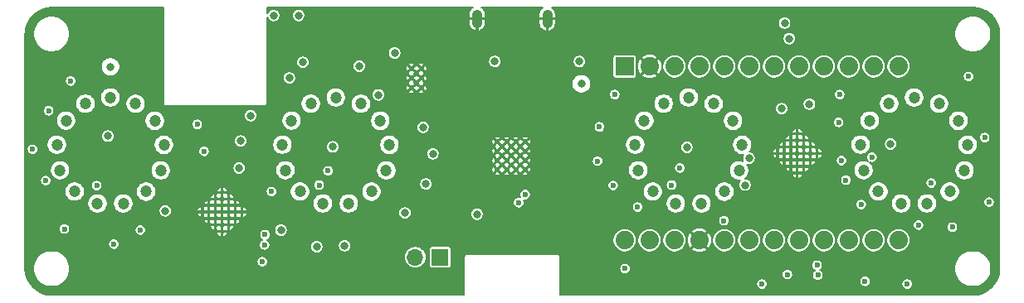
<source format=gbr>
G04 #@! TF.GenerationSoftware,KiCad,Pcbnew,(5.1.4)-1*
G04 #@! TF.CreationDate,2020-01-25T19:49:42-07:00*
G04 #@! TF.ProjectId,PCBV1,50434256-312e-46b6-9963-61645f706362,rev?*
G04 #@! TF.SameCoordinates,Original*
G04 #@! TF.FileFunction,Copper,L3,Inr*
G04 #@! TF.FilePolarity,Positive*
%FSLAX46Y46*%
G04 Gerber Fmt 4.6, Leading zero omitted, Abs format (unit mm)*
G04 Created by KiCad (PCBNEW (5.1.4)-1) date 2020-01-25 19:49:42*
%MOMM*%
%LPD*%
G04 APERTURE LIST*
%ADD10O,1.700000X1.700000*%
%ADD11R,1.700000X1.700000*%
%ADD12O,1.050000X1.900000*%
%ADD13C,1.879600*%
%ADD14R,1.879600X1.879600*%
%ADD15C,0.500000*%
%ADD16C,1.200000*%
%ADD17C,0.800000*%
%ADD18C,0.600000*%
%ADD19C,0.150000*%
G04 APERTURE END LIST*
D10*
X90110000Y-75825000D03*
D11*
X92650000Y-75825000D03*
D12*
X103575000Y-51450000D03*
X96425000Y-51450000D03*
D13*
X111470000Y-74100000D03*
X114010000Y-74100000D03*
X116550000Y-74100000D03*
X119090000Y-74100000D03*
X121630000Y-74100000D03*
X124170000Y-74100000D03*
X126710000Y-74100000D03*
X129250000Y-74100000D03*
X131790000Y-74100000D03*
X134330000Y-74100000D03*
X136870000Y-74100000D03*
X139410000Y-74100000D03*
D14*
X111470000Y-56320000D03*
D13*
X114010000Y-56320000D03*
X116550000Y-56320000D03*
X119090000Y-56320000D03*
X121630000Y-56320000D03*
X124170000Y-56320000D03*
X126710000Y-56320000D03*
X129250000Y-56320000D03*
X131790000Y-56320000D03*
X134330000Y-56320000D03*
X136870000Y-56320000D03*
X139410000Y-56320000D03*
D15*
X131105254Y-65200000D03*
X130433503Y-64528249D03*
X129761751Y-63856497D03*
X129090000Y-63184746D03*
X130433503Y-65871751D03*
X129761751Y-65200000D03*
X129090000Y-64528249D03*
X128418249Y-63856497D03*
X129761751Y-66543503D03*
X129090000Y-65871751D03*
X128418249Y-65200000D03*
X127746497Y-64528249D03*
X129090000Y-67215254D03*
X128418249Y-66543503D03*
X127746497Y-65871751D03*
X127074746Y-65200000D03*
D16*
X79451872Y-60125880D03*
X77478208Y-61868963D03*
X76540996Y-64329719D03*
X76855058Y-66944112D03*
X78348406Y-69112889D03*
X80678746Y-70338941D03*
X83311934Y-70341239D03*
X85644410Y-69119256D03*
X87141541Y-66953088D03*
X87460165Y-64339247D03*
X86527250Y-61876859D03*
X84556631Y-60130335D03*
X82000000Y-59500000D03*
X56451872Y-60125880D03*
X54478208Y-61868963D03*
X53540996Y-64329719D03*
X53855058Y-66944112D03*
X55348406Y-69112889D03*
X57678746Y-70338941D03*
X60311934Y-70341239D03*
X62644410Y-69119256D03*
X64141541Y-66953088D03*
X64460165Y-64339247D03*
X63527250Y-61876859D03*
X61556631Y-60130335D03*
X59000000Y-59500000D03*
X115451872Y-60125880D03*
X113478208Y-61868963D03*
X112540996Y-64329719D03*
X112855058Y-66944112D03*
X114348406Y-69112889D03*
X116678746Y-70338941D03*
X119311934Y-70341239D03*
X121644410Y-69119256D03*
X123141541Y-66953088D03*
X123460165Y-64339247D03*
X122527250Y-61876859D03*
X120556631Y-60130335D03*
X118000000Y-59500000D03*
X138451872Y-60125880D03*
X136478208Y-61868963D03*
X135540996Y-64329719D03*
X135855058Y-66944112D03*
X137348406Y-69112889D03*
X139678746Y-70338941D03*
X142311934Y-70341239D03*
X144644410Y-69119256D03*
X146141541Y-66953088D03*
X146460165Y-64339247D03*
X145527250Y-61876859D03*
X143556631Y-60130335D03*
X141000000Y-59500000D03*
D15*
X98475000Y-66887500D03*
X99425000Y-66887500D03*
X100375000Y-66887500D03*
X101325000Y-66887500D03*
X98475000Y-65937500D03*
X99425000Y-65937500D03*
X100375000Y-65937500D03*
X101325000Y-65937500D03*
X98475000Y-64987500D03*
X99425000Y-64987500D03*
X100375000Y-64987500D03*
X101325000Y-64987500D03*
X98475000Y-64037500D03*
X99425000Y-64037500D03*
X100375000Y-64037500D03*
X101325000Y-64037500D03*
X70400000Y-69184746D03*
X69728249Y-69856497D03*
X69056497Y-70528249D03*
X68384746Y-71200000D03*
X71071751Y-69856497D03*
X70400000Y-70528249D03*
X69728249Y-71200000D03*
X69056497Y-71871751D03*
X71743503Y-70528249D03*
X71071751Y-71200000D03*
X70400000Y-71871751D03*
X69728249Y-72543503D03*
X72415254Y-71200000D03*
X71743503Y-71871751D03*
X71071751Y-72543503D03*
X70400000Y-73215254D03*
X90725000Y-56525000D03*
X89725000Y-56525000D03*
X90725000Y-57525000D03*
X89725000Y-57525000D03*
X90725000Y-58525000D03*
X89725000Y-58525000D03*
D17*
X93250000Y-50950000D03*
X88700000Y-51800000D03*
X90500000Y-53000000D03*
X96500000Y-53750000D03*
X97450000Y-60250000D03*
X92400000Y-60000000D03*
X85050000Y-55100000D03*
X82700000Y-52050000D03*
X64100000Y-51350000D03*
D18*
X124600000Y-72300000D03*
X103350000Y-73975000D03*
X148825000Y-57125000D03*
X143500000Y-55900000D03*
X147275000Y-60775000D03*
X147350000Y-65725000D03*
X149325000Y-73225000D03*
X128975000Y-70100000D03*
X132575000Y-71825000D03*
D17*
X103300000Y-57175000D03*
X105550000Y-51600000D03*
X113325000Y-54625000D03*
X136525000Y-51225000D03*
X125975000Y-51300000D03*
X57375000Y-51300000D03*
X52025000Y-55850000D03*
X52375000Y-59050000D03*
X58025000Y-61475000D03*
X61025000Y-61625000D03*
X66075000Y-66825000D03*
X61275000Y-65100000D03*
X65250000Y-77075000D03*
X58225000Y-76850000D03*
X51000000Y-74300000D03*
X70375000Y-76300000D03*
X83300000Y-68700000D03*
X86200000Y-72650000D03*
X78850000Y-71325000D03*
X94600000Y-75375000D03*
X92325000Y-72600000D03*
X117800000Y-68750000D03*
X118125000Y-61325000D03*
X142650000Y-78725000D03*
X141625000Y-66950000D03*
D18*
X108400000Y-56850000D03*
D17*
X59000000Y-56350000D03*
X107050000Y-58100000D03*
D18*
X131100000Y-76650000D03*
X142750000Y-68250000D03*
X133400000Y-59200000D03*
X110450000Y-59200000D03*
D17*
X73300000Y-61350000D03*
D18*
X54950000Y-57800000D03*
X146550000Y-57350000D03*
D17*
X130325000Y-60175000D03*
X90900000Y-62550000D03*
D18*
X67850000Y-62250000D03*
X148200000Y-63600000D03*
D17*
X127498282Y-60644272D03*
X91900000Y-65250000D03*
D18*
X68550000Y-64999998D03*
X148650000Y-70200000D03*
D17*
X124150000Y-65700000D03*
X91200000Y-68350000D03*
X64600000Y-71100000D03*
D18*
X144900000Y-72750000D03*
D17*
X123750000Y-68450000D03*
X89050000Y-71300000D03*
D18*
X62050000Y-73050000D03*
X141450000Y-72550000D03*
X121600000Y-72100000D03*
D17*
X82900000Y-74650000D03*
D18*
X59350000Y-74500000D03*
X135600000Y-70450000D03*
X112800000Y-70700000D03*
D17*
X80050000Y-74750000D03*
D18*
X54300000Y-72950000D03*
X134050000Y-67950000D03*
X110300000Y-68500000D03*
D17*
X76400000Y-73050000D03*
D18*
X52400000Y-68000000D03*
X133600000Y-65950000D03*
X108700002Y-66000000D03*
D17*
X72139517Y-66700000D03*
D18*
X51050000Y-64800000D03*
X133300000Y-62050000D03*
X108900000Y-62500000D03*
D17*
X72300000Y-63950000D03*
D18*
X52700000Y-60850000D03*
X74725000Y-74575000D03*
X100650000Y-70250000D03*
X140300000Y-78575000D03*
X125475000Y-78575000D03*
X74775000Y-73525000D03*
X136000000Y-78300000D03*
X101325000Y-69425000D03*
X128075000Y-77600000D03*
D17*
X88000000Y-54950000D03*
X138600000Y-64250000D03*
X98225000Y-55825000D03*
X58750000Y-63450000D03*
X81700000Y-64550000D03*
X117825000Y-64600000D03*
D18*
X131175000Y-77675000D03*
D17*
X106850000Y-55825000D03*
X96400000Y-71425000D03*
D18*
X75425000Y-69125000D03*
X74500000Y-76300000D03*
D17*
X78200000Y-51100000D03*
X75650000Y-51100000D03*
D18*
X80300000Y-68450000D03*
X57600000Y-68500000D03*
D17*
X78650000Y-55900000D03*
X77250000Y-57500000D03*
X86350000Y-59225000D03*
X84400000Y-56300000D03*
X128270000Y-53470000D03*
X127790000Y-51880000D03*
D18*
X111500000Y-77000000D03*
X116250000Y-68450000D03*
X81200000Y-67000000D03*
X117100000Y-66700000D03*
X136700000Y-65600000D03*
D19*
G36*
X64400000Y-60085267D02*
G01*
X64398549Y-60100000D01*
X64404341Y-60158810D01*
X64421496Y-60215360D01*
X64449353Y-60267477D01*
X64486842Y-60313158D01*
X64532523Y-60350647D01*
X64584640Y-60378504D01*
X64641190Y-60395659D01*
X64700000Y-60401451D01*
X64714733Y-60400000D01*
X74685267Y-60400000D01*
X74700000Y-60401451D01*
X74758810Y-60395659D01*
X74815360Y-60378504D01*
X74867477Y-60350647D01*
X74913158Y-60313158D01*
X74950647Y-60267477D01*
X74978504Y-60215360D01*
X74995659Y-60158810D01*
X75000000Y-60114733D01*
X75000000Y-60114732D01*
X75001451Y-60100000D01*
X75000000Y-60085267D01*
X75000000Y-60024926D01*
X78426872Y-60024926D01*
X78426872Y-60226834D01*
X78466262Y-60424862D01*
X78543528Y-60611400D01*
X78655702Y-60779280D01*
X78798472Y-60922050D01*
X78966352Y-61034224D01*
X79152890Y-61111490D01*
X79350918Y-61150880D01*
X79552826Y-61150880D01*
X79750854Y-61111490D01*
X79937392Y-61034224D01*
X80105272Y-60922050D01*
X80248042Y-60779280D01*
X80360216Y-60611400D01*
X80437482Y-60424862D01*
X80476872Y-60226834D01*
X80476872Y-60024926D01*
X80437482Y-59826898D01*
X80360216Y-59640360D01*
X80248042Y-59472480D01*
X80174608Y-59399046D01*
X80975000Y-59399046D01*
X80975000Y-59600954D01*
X81014390Y-59798982D01*
X81091656Y-59985520D01*
X81203830Y-60153400D01*
X81346600Y-60296170D01*
X81514480Y-60408344D01*
X81701018Y-60485610D01*
X81899046Y-60525000D01*
X82100954Y-60525000D01*
X82298982Y-60485610D01*
X82485520Y-60408344D01*
X82653400Y-60296170D01*
X82796170Y-60153400D01*
X82879036Y-60029381D01*
X83531631Y-60029381D01*
X83531631Y-60231289D01*
X83571021Y-60429317D01*
X83648287Y-60615855D01*
X83760461Y-60783735D01*
X83903231Y-60926505D01*
X84071111Y-61038679D01*
X84257649Y-61115945D01*
X84455677Y-61155335D01*
X84657585Y-61155335D01*
X84855613Y-61115945D01*
X85042151Y-61038679D01*
X85210031Y-60926505D01*
X85352801Y-60783735D01*
X85464975Y-60615855D01*
X85542241Y-60429317D01*
X85581631Y-60231289D01*
X85581631Y-60029381D01*
X85580745Y-60024926D01*
X114426872Y-60024926D01*
X114426872Y-60226834D01*
X114466262Y-60424862D01*
X114543528Y-60611400D01*
X114655702Y-60779280D01*
X114798472Y-60922050D01*
X114966352Y-61034224D01*
X115152890Y-61111490D01*
X115350918Y-61150880D01*
X115552826Y-61150880D01*
X115750854Y-61111490D01*
X115937392Y-61034224D01*
X116105272Y-60922050D01*
X116248042Y-60779280D01*
X116360216Y-60611400D01*
X116437482Y-60424862D01*
X116476872Y-60226834D01*
X116476872Y-60024926D01*
X116437482Y-59826898D01*
X116360216Y-59640360D01*
X116248042Y-59472480D01*
X116174608Y-59399046D01*
X116975000Y-59399046D01*
X116975000Y-59600954D01*
X117014390Y-59798982D01*
X117091656Y-59985520D01*
X117203830Y-60153400D01*
X117346600Y-60296170D01*
X117514480Y-60408344D01*
X117701018Y-60485610D01*
X117899046Y-60525000D01*
X118100954Y-60525000D01*
X118298982Y-60485610D01*
X118485520Y-60408344D01*
X118653400Y-60296170D01*
X118796170Y-60153400D01*
X118879036Y-60029381D01*
X119531631Y-60029381D01*
X119531631Y-60231289D01*
X119571021Y-60429317D01*
X119648287Y-60615855D01*
X119760461Y-60783735D01*
X119903231Y-60926505D01*
X120071111Y-61038679D01*
X120257649Y-61115945D01*
X120455677Y-61155335D01*
X120657585Y-61155335D01*
X120855613Y-61115945D01*
X121042151Y-61038679D01*
X121210031Y-60926505D01*
X121352801Y-60783735D01*
X121464975Y-60615855D01*
X121480741Y-60577790D01*
X126823282Y-60577790D01*
X126823282Y-60710754D01*
X126849222Y-60841162D01*
X126900105Y-60964004D01*
X126973975Y-61074559D01*
X127067995Y-61168579D01*
X127178550Y-61242449D01*
X127301392Y-61293332D01*
X127431800Y-61319272D01*
X127564764Y-61319272D01*
X127695172Y-61293332D01*
X127818014Y-61242449D01*
X127928569Y-61168579D01*
X128022589Y-61074559D01*
X128096459Y-60964004D01*
X128147342Y-60841162D01*
X128173282Y-60710754D01*
X128173282Y-60577790D01*
X128147342Y-60447382D01*
X128096459Y-60324540D01*
X128022589Y-60213985D01*
X127928569Y-60119965D01*
X127911438Y-60108518D01*
X129650000Y-60108518D01*
X129650000Y-60241482D01*
X129675940Y-60371890D01*
X129726823Y-60494732D01*
X129800693Y-60605287D01*
X129894713Y-60699307D01*
X130005268Y-60773177D01*
X130128110Y-60824060D01*
X130258518Y-60850000D01*
X130391482Y-60850000D01*
X130521890Y-60824060D01*
X130644732Y-60773177D01*
X130755287Y-60699307D01*
X130849307Y-60605287D01*
X130923177Y-60494732D01*
X130974060Y-60371890D01*
X131000000Y-60241482D01*
X131000000Y-60108518D01*
X130983373Y-60024926D01*
X137426872Y-60024926D01*
X137426872Y-60226834D01*
X137466262Y-60424862D01*
X137543528Y-60611400D01*
X137655702Y-60779280D01*
X137798472Y-60922050D01*
X137966352Y-61034224D01*
X138152890Y-61111490D01*
X138350918Y-61150880D01*
X138552826Y-61150880D01*
X138750854Y-61111490D01*
X138937392Y-61034224D01*
X139105272Y-60922050D01*
X139248042Y-60779280D01*
X139360216Y-60611400D01*
X139437482Y-60424862D01*
X139476872Y-60226834D01*
X139476872Y-60024926D01*
X139437482Y-59826898D01*
X139360216Y-59640360D01*
X139248042Y-59472480D01*
X139174608Y-59399046D01*
X139975000Y-59399046D01*
X139975000Y-59600954D01*
X140014390Y-59798982D01*
X140091656Y-59985520D01*
X140203830Y-60153400D01*
X140346600Y-60296170D01*
X140514480Y-60408344D01*
X140701018Y-60485610D01*
X140899046Y-60525000D01*
X141100954Y-60525000D01*
X141298982Y-60485610D01*
X141485520Y-60408344D01*
X141653400Y-60296170D01*
X141796170Y-60153400D01*
X141879036Y-60029381D01*
X142531631Y-60029381D01*
X142531631Y-60231289D01*
X142571021Y-60429317D01*
X142648287Y-60615855D01*
X142760461Y-60783735D01*
X142903231Y-60926505D01*
X143071111Y-61038679D01*
X143257649Y-61115945D01*
X143455677Y-61155335D01*
X143657585Y-61155335D01*
X143855613Y-61115945D01*
X144042151Y-61038679D01*
X144210031Y-60926505D01*
X144352801Y-60783735D01*
X144464975Y-60615855D01*
X144542241Y-60429317D01*
X144581631Y-60231289D01*
X144581631Y-60029381D01*
X144542241Y-59831353D01*
X144464975Y-59644815D01*
X144352801Y-59476935D01*
X144210031Y-59334165D01*
X144042151Y-59221991D01*
X143855613Y-59144725D01*
X143657585Y-59105335D01*
X143455677Y-59105335D01*
X143257649Y-59144725D01*
X143071111Y-59221991D01*
X142903231Y-59334165D01*
X142760461Y-59476935D01*
X142648287Y-59644815D01*
X142571021Y-59831353D01*
X142531631Y-60029381D01*
X141879036Y-60029381D01*
X141908344Y-59985520D01*
X141985610Y-59798982D01*
X142025000Y-59600954D01*
X142025000Y-59399046D01*
X141985610Y-59201018D01*
X141908344Y-59014480D01*
X141796170Y-58846600D01*
X141653400Y-58703830D01*
X141485520Y-58591656D01*
X141298982Y-58514390D01*
X141100954Y-58475000D01*
X140899046Y-58475000D01*
X140701018Y-58514390D01*
X140514480Y-58591656D01*
X140346600Y-58703830D01*
X140203830Y-58846600D01*
X140091656Y-59014480D01*
X140014390Y-59201018D01*
X139975000Y-59399046D01*
X139174608Y-59399046D01*
X139105272Y-59329710D01*
X138937392Y-59217536D01*
X138750854Y-59140270D01*
X138552826Y-59100880D01*
X138350918Y-59100880D01*
X138152890Y-59140270D01*
X137966352Y-59217536D01*
X137798472Y-59329710D01*
X137655702Y-59472480D01*
X137543528Y-59640360D01*
X137466262Y-59826898D01*
X137426872Y-60024926D01*
X130983373Y-60024926D01*
X130974060Y-59978110D01*
X130923177Y-59855268D01*
X130849307Y-59744713D01*
X130755287Y-59650693D01*
X130644732Y-59576823D01*
X130521890Y-59525940D01*
X130391482Y-59500000D01*
X130258518Y-59500000D01*
X130128110Y-59525940D01*
X130005268Y-59576823D01*
X129894713Y-59650693D01*
X129800693Y-59744713D01*
X129726823Y-59855268D01*
X129675940Y-59978110D01*
X129650000Y-60108518D01*
X127911438Y-60108518D01*
X127818014Y-60046095D01*
X127695172Y-59995212D01*
X127564764Y-59969272D01*
X127431800Y-59969272D01*
X127301392Y-59995212D01*
X127178550Y-60046095D01*
X127067995Y-60119965D01*
X126973975Y-60213985D01*
X126900105Y-60324540D01*
X126849222Y-60447382D01*
X126823282Y-60577790D01*
X121480741Y-60577790D01*
X121542241Y-60429317D01*
X121581631Y-60231289D01*
X121581631Y-60029381D01*
X121542241Y-59831353D01*
X121464975Y-59644815D01*
X121352801Y-59476935D01*
X121210031Y-59334165D01*
X121042151Y-59221991D01*
X120855613Y-59144725D01*
X120848786Y-59143367D01*
X132825000Y-59143367D01*
X132825000Y-59256633D01*
X132847097Y-59367721D01*
X132890442Y-59472365D01*
X132953368Y-59566541D01*
X133033459Y-59646632D01*
X133127635Y-59709558D01*
X133232279Y-59752903D01*
X133343367Y-59775000D01*
X133456633Y-59775000D01*
X133567721Y-59752903D01*
X133672365Y-59709558D01*
X133766541Y-59646632D01*
X133846632Y-59566541D01*
X133909558Y-59472365D01*
X133952903Y-59367721D01*
X133975000Y-59256633D01*
X133975000Y-59143367D01*
X133952903Y-59032279D01*
X133909558Y-58927635D01*
X133846632Y-58833459D01*
X133766541Y-58753368D01*
X133672365Y-58690442D01*
X133567721Y-58647097D01*
X133456633Y-58625000D01*
X133343367Y-58625000D01*
X133232279Y-58647097D01*
X133127635Y-58690442D01*
X133033459Y-58753368D01*
X132953368Y-58833459D01*
X132890442Y-58927635D01*
X132847097Y-59032279D01*
X132825000Y-59143367D01*
X120848786Y-59143367D01*
X120657585Y-59105335D01*
X120455677Y-59105335D01*
X120257649Y-59144725D01*
X120071111Y-59221991D01*
X119903231Y-59334165D01*
X119760461Y-59476935D01*
X119648287Y-59644815D01*
X119571021Y-59831353D01*
X119531631Y-60029381D01*
X118879036Y-60029381D01*
X118908344Y-59985520D01*
X118985610Y-59798982D01*
X119025000Y-59600954D01*
X119025000Y-59399046D01*
X118985610Y-59201018D01*
X118908344Y-59014480D01*
X118796170Y-58846600D01*
X118653400Y-58703830D01*
X118485520Y-58591656D01*
X118298982Y-58514390D01*
X118100954Y-58475000D01*
X117899046Y-58475000D01*
X117701018Y-58514390D01*
X117514480Y-58591656D01*
X117346600Y-58703830D01*
X117203830Y-58846600D01*
X117091656Y-59014480D01*
X117014390Y-59201018D01*
X116975000Y-59399046D01*
X116174608Y-59399046D01*
X116105272Y-59329710D01*
X115937392Y-59217536D01*
X115750854Y-59140270D01*
X115552826Y-59100880D01*
X115350918Y-59100880D01*
X115152890Y-59140270D01*
X114966352Y-59217536D01*
X114798472Y-59329710D01*
X114655702Y-59472480D01*
X114543528Y-59640360D01*
X114466262Y-59826898D01*
X114426872Y-60024926D01*
X85580745Y-60024926D01*
X85542241Y-59831353D01*
X85464975Y-59644815D01*
X85352801Y-59476935D01*
X85210031Y-59334165D01*
X85042151Y-59221991D01*
X84888913Y-59158518D01*
X85675000Y-59158518D01*
X85675000Y-59291482D01*
X85700940Y-59421890D01*
X85751823Y-59544732D01*
X85825693Y-59655287D01*
X85919713Y-59749307D01*
X86030268Y-59823177D01*
X86153110Y-59874060D01*
X86283518Y-59900000D01*
X86416482Y-59900000D01*
X86546890Y-59874060D01*
X86669732Y-59823177D01*
X86780287Y-59749307D01*
X86874307Y-59655287D01*
X86948177Y-59544732D01*
X86999060Y-59421890D01*
X87025000Y-59291482D01*
X87025000Y-59158518D01*
X87021987Y-59143367D01*
X109875000Y-59143367D01*
X109875000Y-59256633D01*
X109897097Y-59367721D01*
X109940442Y-59472365D01*
X110003368Y-59566541D01*
X110083459Y-59646632D01*
X110177635Y-59709558D01*
X110282279Y-59752903D01*
X110393367Y-59775000D01*
X110506633Y-59775000D01*
X110617721Y-59752903D01*
X110722365Y-59709558D01*
X110816541Y-59646632D01*
X110896632Y-59566541D01*
X110959558Y-59472365D01*
X111002903Y-59367721D01*
X111025000Y-59256633D01*
X111025000Y-59143367D01*
X111002903Y-59032279D01*
X110959558Y-58927635D01*
X110896632Y-58833459D01*
X110816541Y-58753368D01*
X110722365Y-58690442D01*
X110617721Y-58647097D01*
X110506633Y-58625000D01*
X110393367Y-58625000D01*
X110282279Y-58647097D01*
X110177635Y-58690442D01*
X110083459Y-58753368D01*
X110003368Y-58833459D01*
X109940442Y-58927635D01*
X109897097Y-59032279D01*
X109875000Y-59143367D01*
X87021987Y-59143367D01*
X86999060Y-59028110D01*
X86951416Y-58913087D01*
X89410452Y-58913087D01*
X89426462Y-59024369D01*
X89529621Y-59073015D01*
X89640287Y-59100602D01*
X89754210Y-59106069D01*
X89867010Y-59089205D01*
X89974351Y-59050659D01*
X90023538Y-59024369D01*
X90039548Y-58913087D01*
X90410452Y-58913087D01*
X90426462Y-59024369D01*
X90529621Y-59073015D01*
X90640287Y-59100602D01*
X90754210Y-59106069D01*
X90867010Y-59089205D01*
X90974351Y-59050659D01*
X91023538Y-59024369D01*
X91039548Y-58913087D01*
X90725000Y-58598539D01*
X90410452Y-58913087D01*
X90039548Y-58913087D01*
X89725000Y-58598539D01*
X89410452Y-58913087D01*
X86951416Y-58913087D01*
X86948177Y-58905268D01*
X86874307Y-58794713D01*
X86780287Y-58700693D01*
X86669732Y-58626823D01*
X86546890Y-58575940D01*
X86437647Y-58554210D01*
X89143931Y-58554210D01*
X89160795Y-58667010D01*
X89199341Y-58774351D01*
X89225631Y-58823538D01*
X89336913Y-58839548D01*
X89651461Y-58525000D01*
X89798539Y-58525000D01*
X90113087Y-58839548D01*
X90224369Y-58823538D01*
X90224961Y-58822284D01*
X90225631Y-58823538D01*
X90336913Y-58839548D01*
X90651461Y-58525000D01*
X90798539Y-58525000D01*
X91113087Y-58839548D01*
X91224369Y-58823538D01*
X91273015Y-58720379D01*
X91300602Y-58609713D01*
X91306069Y-58495790D01*
X91289205Y-58382990D01*
X91250659Y-58275649D01*
X91224369Y-58226462D01*
X91113087Y-58210452D01*
X90798539Y-58525000D01*
X90651461Y-58525000D01*
X90336913Y-58210452D01*
X90225631Y-58226462D01*
X90225039Y-58227716D01*
X90224369Y-58226462D01*
X90113087Y-58210452D01*
X89798539Y-58525000D01*
X89651461Y-58525000D01*
X89336913Y-58210452D01*
X89225631Y-58226462D01*
X89176985Y-58329621D01*
X89149398Y-58440287D01*
X89143931Y-58554210D01*
X86437647Y-58554210D01*
X86416482Y-58550000D01*
X86283518Y-58550000D01*
X86153110Y-58575940D01*
X86030268Y-58626823D01*
X85919713Y-58700693D01*
X85825693Y-58794713D01*
X85751823Y-58905268D01*
X85700940Y-59028110D01*
X85675000Y-59158518D01*
X84888913Y-59158518D01*
X84855613Y-59144725D01*
X84657585Y-59105335D01*
X84455677Y-59105335D01*
X84257649Y-59144725D01*
X84071111Y-59221991D01*
X83903231Y-59334165D01*
X83760461Y-59476935D01*
X83648287Y-59644815D01*
X83571021Y-59831353D01*
X83531631Y-60029381D01*
X82879036Y-60029381D01*
X82908344Y-59985520D01*
X82985610Y-59798982D01*
X83025000Y-59600954D01*
X83025000Y-59399046D01*
X82985610Y-59201018D01*
X82908344Y-59014480D01*
X82796170Y-58846600D01*
X82653400Y-58703830D01*
X82485520Y-58591656D01*
X82298982Y-58514390D01*
X82100954Y-58475000D01*
X81899046Y-58475000D01*
X81701018Y-58514390D01*
X81514480Y-58591656D01*
X81346600Y-58703830D01*
X81203830Y-58846600D01*
X81091656Y-59014480D01*
X81014390Y-59201018D01*
X80975000Y-59399046D01*
X80174608Y-59399046D01*
X80105272Y-59329710D01*
X79937392Y-59217536D01*
X79750854Y-59140270D01*
X79552826Y-59100880D01*
X79350918Y-59100880D01*
X79152890Y-59140270D01*
X78966352Y-59217536D01*
X78798472Y-59329710D01*
X78655702Y-59472480D01*
X78543528Y-59640360D01*
X78466262Y-59826898D01*
X78426872Y-60024926D01*
X75000000Y-60024926D01*
X75000000Y-57433518D01*
X76575000Y-57433518D01*
X76575000Y-57566482D01*
X76600940Y-57696890D01*
X76651823Y-57819732D01*
X76725693Y-57930287D01*
X76819713Y-58024307D01*
X76930268Y-58098177D01*
X77053110Y-58149060D01*
X77183518Y-58175000D01*
X77316482Y-58175000D01*
X77446890Y-58149060D01*
X77569732Y-58098177D01*
X77680287Y-58024307D01*
X77774307Y-57930287D01*
X77785799Y-57913087D01*
X89410452Y-57913087D01*
X89426462Y-58024369D01*
X89427716Y-58024961D01*
X89426462Y-58025631D01*
X89410452Y-58136913D01*
X89725000Y-58451461D01*
X90039548Y-58136913D01*
X90023538Y-58025631D01*
X90022284Y-58025039D01*
X90023538Y-58024369D01*
X90039548Y-57913087D01*
X90410452Y-57913087D01*
X90426462Y-58024369D01*
X90427716Y-58024961D01*
X90426462Y-58025631D01*
X90410452Y-58136913D01*
X90725000Y-58451461D01*
X91039548Y-58136913D01*
X91023538Y-58025631D01*
X91022284Y-58025039D01*
X91023538Y-58024369D01*
X91026472Y-58003971D01*
X106075000Y-58003971D01*
X106075000Y-58196029D01*
X106112468Y-58384397D01*
X106185966Y-58561836D01*
X106292668Y-58721527D01*
X106428473Y-58857332D01*
X106588164Y-58964034D01*
X106765603Y-59037532D01*
X106953971Y-59075000D01*
X107146029Y-59075000D01*
X107334397Y-59037532D01*
X107511836Y-58964034D01*
X107671527Y-58857332D01*
X107807332Y-58721527D01*
X107914034Y-58561836D01*
X107987532Y-58384397D01*
X108025000Y-58196029D01*
X108025000Y-58003971D01*
X107987532Y-57815603D01*
X107914034Y-57638164D01*
X107807332Y-57478473D01*
X107671527Y-57342668D01*
X107511836Y-57235966D01*
X107334397Y-57162468D01*
X107146029Y-57125000D01*
X106953971Y-57125000D01*
X106765603Y-57162468D01*
X106588164Y-57235966D01*
X106428473Y-57342668D01*
X106292668Y-57478473D01*
X106185966Y-57638164D01*
X106112468Y-57815603D01*
X106075000Y-58003971D01*
X91026472Y-58003971D01*
X91039548Y-57913087D01*
X90725000Y-57598539D01*
X90410452Y-57913087D01*
X90039548Y-57913087D01*
X89725000Y-57598539D01*
X89410452Y-57913087D01*
X77785799Y-57913087D01*
X77848177Y-57819732D01*
X77899060Y-57696890D01*
X77925000Y-57566482D01*
X77925000Y-57554210D01*
X89143931Y-57554210D01*
X89160795Y-57667010D01*
X89199341Y-57774351D01*
X89225631Y-57823538D01*
X89336913Y-57839548D01*
X89651461Y-57525000D01*
X89798539Y-57525000D01*
X90113087Y-57839548D01*
X90224369Y-57823538D01*
X90224961Y-57822284D01*
X90225631Y-57823538D01*
X90336913Y-57839548D01*
X90651461Y-57525000D01*
X90798539Y-57525000D01*
X91113087Y-57839548D01*
X91224369Y-57823538D01*
X91273015Y-57720379D01*
X91300602Y-57609713D01*
X91306069Y-57495790D01*
X91289205Y-57382990D01*
X91250659Y-57275649D01*
X91224369Y-57226462D01*
X91113087Y-57210452D01*
X90798539Y-57525000D01*
X90651461Y-57525000D01*
X90336913Y-57210452D01*
X90225631Y-57226462D01*
X90225039Y-57227716D01*
X90224369Y-57226462D01*
X90113087Y-57210452D01*
X89798539Y-57525000D01*
X89651461Y-57525000D01*
X89336913Y-57210452D01*
X89225631Y-57226462D01*
X89176985Y-57329621D01*
X89149398Y-57440287D01*
X89143931Y-57554210D01*
X77925000Y-57554210D01*
X77925000Y-57433518D01*
X77899060Y-57303110D01*
X77848177Y-57180268D01*
X77774307Y-57069713D01*
X77680287Y-56975693D01*
X77569732Y-56901823D01*
X77446890Y-56850940D01*
X77316482Y-56825000D01*
X77183518Y-56825000D01*
X77053110Y-56850940D01*
X76930268Y-56901823D01*
X76819713Y-56975693D01*
X76725693Y-57069713D01*
X76651823Y-57180268D01*
X76600940Y-57303110D01*
X76575000Y-57433518D01*
X75000000Y-57433518D01*
X75000000Y-55833518D01*
X77975000Y-55833518D01*
X77975000Y-55966482D01*
X78000940Y-56096890D01*
X78051823Y-56219732D01*
X78125693Y-56330287D01*
X78219713Y-56424307D01*
X78330268Y-56498177D01*
X78453110Y-56549060D01*
X78583518Y-56575000D01*
X78716482Y-56575000D01*
X78846890Y-56549060D01*
X78969732Y-56498177D01*
X79080287Y-56424307D01*
X79174307Y-56330287D01*
X79238965Y-56233518D01*
X83725000Y-56233518D01*
X83725000Y-56366482D01*
X83750940Y-56496890D01*
X83801823Y-56619732D01*
X83875693Y-56730287D01*
X83969713Y-56824307D01*
X84080268Y-56898177D01*
X84203110Y-56949060D01*
X84333518Y-56975000D01*
X84466482Y-56975000D01*
X84596890Y-56949060D01*
X84683736Y-56913087D01*
X89410452Y-56913087D01*
X89426462Y-57024369D01*
X89427716Y-57024961D01*
X89426462Y-57025631D01*
X89410452Y-57136913D01*
X89725000Y-57451461D01*
X90039548Y-57136913D01*
X90023538Y-57025631D01*
X90022284Y-57025039D01*
X90023538Y-57024369D01*
X90039548Y-56913087D01*
X90410452Y-56913087D01*
X90426462Y-57024369D01*
X90427716Y-57024961D01*
X90426462Y-57025631D01*
X90410452Y-57136913D01*
X90725000Y-57451461D01*
X91039548Y-57136913D01*
X91023538Y-57025631D01*
X91022284Y-57025039D01*
X91023538Y-57024369D01*
X91039548Y-56913087D01*
X90725000Y-56598539D01*
X90410452Y-56913087D01*
X90039548Y-56913087D01*
X89725000Y-56598539D01*
X89410452Y-56913087D01*
X84683736Y-56913087D01*
X84719732Y-56898177D01*
X84830287Y-56824307D01*
X84924307Y-56730287D01*
X84998177Y-56619732D01*
X85025317Y-56554210D01*
X89143931Y-56554210D01*
X89160795Y-56667010D01*
X89199341Y-56774351D01*
X89225631Y-56823538D01*
X89336913Y-56839548D01*
X89651461Y-56525000D01*
X89798539Y-56525000D01*
X90113087Y-56839548D01*
X90224369Y-56823538D01*
X90224961Y-56822284D01*
X90225631Y-56823538D01*
X90336913Y-56839548D01*
X90651461Y-56525000D01*
X90798539Y-56525000D01*
X91113087Y-56839548D01*
X91224369Y-56823538D01*
X91273015Y-56720379D01*
X91300602Y-56609713D01*
X91306069Y-56495790D01*
X91289205Y-56382990D01*
X91250659Y-56275649D01*
X91224369Y-56226462D01*
X91113087Y-56210452D01*
X90798539Y-56525000D01*
X90651461Y-56525000D01*
X90336913Y-56210452D01*
X90225631Y-56226462D01*
X90225039Y-56227716D01*
X90224369Y-56226462D01*
X90113087Y-56210452D01*
X89798539Y-56525000D01*
X89651461Y-56525000D01*
X89336913Y-56210452D01*
X89225631Y-56226462D01*
X89176985Y-56329621D01*
X89149398Y-56440287D01*
X89143931Y-56554210D01*
X85025317Y-56554210D01*
X85049060Y-56496890D01*
X85075000Y-56366482D01*
X85075000Y-56233518D01*
X85055784Y-56136913D01*
X89410452Y-56136913D01*
X89725000Y-56451461D01*
X90039548Y-56136913D01*
X90410452Y-56136913D01*
X90725000Y-56451461D01*
X91039548Y-56136913D01*
X91023538Y-56025631D01*
X90920379Y-55976985D01*
X90809713Y-55949398D01*
X90695790Y-55943931D01*
X90582990Y-55960795D01*
X90475649Y-55999341D01*
X90426462Y-56025631D01*
X90410452Y-56136913D01*
X90039548Y-56136913D01*
X90023538Y-56025631D01*
X89920379Y-55976985D01*
X89809713Y-55949398D01*
X89695790Y-55943931D01*
X89582990Y-55960795D01*
X89475649Y-55999341D01*
X89426462Y-56025631D01*
X89410452Y-56136913D01*
X85055784Y-56136913D01*
X85049060Y-56103110D01*
X84998177Y-55980268D01*
X84924307Y-55869713D01*
X84830287Y-55775693D01*
X84804583Y-55758518D01*
X97550000Y-55758518D01*
X97550000Y-55891482D01*
X97575940Y-56021890D01*
X97626823Y-56144732D01*
X97700693Y-56255287D01*
X97794713Y-56349307D01*
X97905268Y-56423177D01*
X98028110Y-56474060D01*
X98158518Y-56500000D01*
X98291482Y-56500000D01*
X98421890Y-56474060D01*
X98544732Y-56423177D01*
X98655287Y-56349307D01*
X98749307Y-56255287D01*
X98823177Y-56144732D01*
X98874060Y-56021890D01*
X98900000Y-55891482D01*
X98900000Y-55758518D01*
X106175000Y-55758518D01*
X106175000Y-55891482D01*
X106200940Y-56021890D01*
X106251823Y-56144732D01*
X106325693Y-56255287D01*
X106419713Y-56349307D01*
X106530268Y-56423177D01*
X106653110Y-56474060D01*
X106783518Y-56500000D01*
X106916482Y-56500000D01*
X107046890Y-56474060D01*
X107169732Y-56423177D01*
X107280287Y-56349307D01*
X107374307Y-56255287D01*
X107448177Y-56144732D01*
X107499060Y-56021890D01*
X107525000Y-55891482D01*
X107525000Y-55758518D01*
X107499060Y-55628110D01*
X107448177Y-55505268D01*
X107374307Y-55394713D01*
X107359794Y-55380200D01*
X110253870Y-55380200D01*
X110253870Y-57259800D01*
X110259180Y-57313709D01*
X110274904Y-57365547D01*
X110300440Y-57413321D01*
X110334805Y-57455195D01*
X110376679Y-57489560D01*
X110424453Y-57515096D01*
X110476291Y-57530820D01*
X110530200Y-57536130D01*
X112409800Y-57536130D01*
X112463709Y-57530820D01*
X112515547Y-57515096D01*
X112563321Y-57489560D01*
X112605195Y-57455195D01*
X112639560Y-57413321D01*
X112665096Y-57365547D01*
X112680820Y-57313709D01*
X112686130Y-57259800D01*
X112686130Y-57199326D01*
X113204213Y-57199326D01*
X113303302Y-57381154D01*
X113523902Y-57498634D01*
X113763183Y-57570820D01*
X114011948Y-57594937D01*
X114260639Y-57570059D01*
X114499698Y-57497143D01*
X114716698Y-57381154D01*
X114815787Y-57199326D01*
X114010000Y-56393539D01*
X113204213Y-57199326D01*
X112686130Y-57199326D01*
X112686130Y-56321948D01*
X112735063Y-56321948D01*
X112759941Y-56570639D01*
X112832857Y-56809698D01*
X112948846Y-57026698D01*
X113130674Y-57125787D01*
X113936461Y-56320000D01*
X114083539Y-56320000D01*
X114889326Y-57125787D01*
X115071154Y-57026698D01*
X115188634Y-56806098D01*
X115260820Y-56566817D01*
X115284937Y-56318052D01*
X115273163Y-56200353D01*
X115335200Y-56200353D01*
X115335200Y-56439647D01*
X115381884Y-56674344D01*
X115473458Y-56895424D01*
X115606403Y-57094390D01*
X115775610Y-57263597D01*
X115974576Y-57396542D01*
X116195656Y-57488116D01*
X116430353Y-57534800D01*
X116669647Y-57534800D01*
X116904344Y-57488116D01*
X117125424Y-57396542D01*
X117324390Y-57263597D01*
X117493597Y-57094390D01*
X117626542Y-56895424D01*
X117718116Y-56674344D01*
X117764800Y-56439647D01*
X117764800Y-56200353D01*
X117875200Y-56200353D01*
X117875200Y-56439647D01*
X117921884Y-56674344D01*
X118013458Y-56895424D01*
X118146403Y-57094390D01*
X118315610Y-57263597D01*
X118514576Y-57396542D01*
X118735656Y-57488116D01*
X118970353Y-57534800D01*
X119209647Y-57534800D01*
X119444344Y-57488116D01*
X119665424Y-57396542D01*
X119864390Y-57263597D01*
X120033597Y-57094390D01*
X120166542Y-56895424D01*
X120258116Y-56674344D01*
X120304800Y-56439647D01*
X120304800Y-56200353D01*
X120415200Y-56200353D01*
X120415200Y-56439647D01*
X120461884Y-56674344D01*
X120553458Y-56895424D01*
X120686403Y-57094390D01*
X120855610Y-57263597D01*
X121054576Y-57396542D01*
X121275656Y-57488116D01*
X121510353Y-57534800D01*
X121749647Y-57534800D01*
X121984344Y-57488116D01*
X122205424Y-57396542D01*
X122404390Y-57263597D01*
X122573597Y-57094390D01*
X122706542Y-56895424D01*
X122798116Y-56674344D01*
X122844800Y-56439647D01*
X122844800Y-56200353D01*
X122955200Y-56200353D01*
X122955200Y-56439647D01*
X123001884Y-56674344D01*
X123093458Y-56895424D01*
X123226403Y-57094390D01*
X123395610Y-57263597D01*
X123594576Y-57396542D01*
X123815656Y-57488116D01*
X124050353Y-57534800D01*
X124289647Y-57534800D01*
X124524344Y-57488116D01*
X124745424Y-57396542D01*
X124944390Y-57263597D01*
X125113597Y-57094390D01*
X125246542Y-56895424D01*
X125338116Y-56674344D01*
X125384800Y-56439647D01*
X125384800Y-56200353D01*
X125495200Y-56200353D01*
X125495200Y-56439647D01*
X125541884Y-56674344D01*
X125633458Y-56895424D01*
X125766403Y-57094390D01*
X125935610Y-57263597D01*
X126134576Y-57396542D01*
X126355656Y-57488116D01*
X126590353Y-57534800D01*
X126829647Y-57534800D01*
X127064344Y-57488116D01*
X127285424Y-57396542D01*
X127484390Y-57263597D01*
X127653597Y-57094390D01*
X127786542Y-56895424D01*
X127878116Y-56674344D01*
X127924800Y-56439647D01*
X127924800Y-56200353D01*
X128035200Y-56200353D01*
X128035200Y-56439647D01*
X128081884Y-56674344D01*
X128173458Y-56895424D01*
X128306403Y-57094390D01*
X128475610Y-57263597D01*
X128674576Y-57396542D01*
X128895656Y-57488116D01*
X129130353Y-57534800D01*
X129369647Y-57534800D01*
X129604344Y-57488116D01*
X129825424Y-57396542D01*
X130024390Y-57263597D01*
X130193597Y-57094390D01*
X130326542Y-56895424D01*
X130418116Y-56674344D01*
X130464800Y-56439647D01*
X130464800Y-56200353D01*
X130575200Y-56200353D01*
X130575200Y-56439647D01*
X130621884Y-56674344D01*
X130713458Y-56895424D01*
X130846403Y-57094390D01*
X131015610Y-57263597D01*
X131214576Y-57396542D01*
X131435656Y-57488116D01*
X131670353Y-57534800D01*
X131909647Y-57534800D01*
X132144344Y-57488116D01*
X132365424Y-57396542D01*
X132564390Y-57263597D01*
X132733597Y-57094390D01*
X132866542Y-56895424D01*
X132958116Y-56674344D01*
X133004800Y-56439647D01*
X133004800Y-56200353D01*
X133115200Y-56200353D01*
X133115200Y-56439647D01*
X133161884Y-56674344D01*
X133253458Y-56895424D01*
X133386403Y-57094390D01*
X133555610Y-57263597D01*
X133754576Y-57396542D01*
X133975656Y-57488116D01*
X134210353Y-57534800D01*
X134449647Y-57534800D01*
X134684344Y-57488116D01*
X134905424Y-57396542D01*
X135104390Y-57263597D01*
X135273597Y-57094390D01*
X135406542Y-56895424D01*
X135498116Y-56674344D01*
X135544800Y-56439647D01*
X135544800Y-56200353D01*
X135655200Y-56200353D01*
X135655200Y-56439647D01*
X135701884Y-56674344D01*
X135793458Y-56895424D01*
X135926403Y-57094390D01*
X136095610Y-57263597D01*
X136294576Y-57396542D01*
X136515656Y-57488116D01*
X136750353Y-57534800D01*
X136989647Y-57534800D01*
X137224344Y-57488116D01*
X137445424Y-57396542D01*
X137644390Y-57263597D01*
X137813597Y-57094390D01*
X137946542Y-56895424D01*
X138038116Y-56674344D01*
X138084800Y-56439647D01*
X138084800Y-56200353D01*
X138195200Y-56200353D01*
X138195200Y-56439647D01*
X138241884Y-56674344D01*
X138333458Y-56895424D01*
X138466403Y-57094390D01*
X138635610Y-57263597D01*
X138834576Y-57396542D01*
X139055656Y-57488116D01*
X139290353Y-57534800D01*
X139529647Y-57534800D01*
X139764344Y-57488116D01*
X139985424Y-57396542D01*
X140139836Y-57293367D01*
X145975000Y-57293367D01*
X145975000Y-57406633D01*
X145997097Y-57517721D01*
X146040442Y-57622365D01*
X146103368Y-57716541D01*
X146183459Y-57796632D01*
X146277635Y-57859558D01*
X146382279Y-57902903D01*
X146493367Y-57925000D01*
X146606633Y-57925000D01*
X146717721Y-57902903D01*
X146822365Y-57859558D01*
X146916541Y-57796632D01*
X146996632Y-57716541D01*
X147059558Y-57622365D01*
X147102903Y-57517721D01*
X147125000Y-57406633D01*
X147125000Y-57293367D01*
X147102903Y-57182279D01*
X147059558Y-57077635D01*
X146996632Y-56983459D01*
X146916541Y-56903368D01*
X146822365Y-56840442D01*
X146717721Y-56797097D01*
X146606633Y-56775000D01*
X146493367Y-56775000D01*
X146382279Y-56797097D01*
X146277635Y-56840442D01*
X146183459Y-56903368D01*
X146103368Y-56983459D01*
X146040442Y-57077635D01*
X145997097Y-57182279D01*
X145975000Y-57293367D01*
X140139836Y-57293367D01*
X140184390Y-57263597D01*
X140353597Y-57094390D01*
X140486542Y-56895424D01*
X140578116Y-56674344D01*
X140624800Y-56439647D01*
X140624800Y-56200353D01*
X140578116Y-55965656D01*
X140486542Y-55744576D01*
X140353597Y-55545610D01*
X140184390Y-55376403D01*
X139985424Y-55243458D01*
X139764344Y-55151884D01*
X139529647Y-55105200D01*
X139290353Y-55105200D01*
X139055656Y-55151884D01*
X138834576Y-55243458D01*
X138635610Y-55376403D01*
X138466403Y-55545610D01*
X138333458Y-55744576D01*
X138241884Y-55965656D01*
X138195200Y-56200353D01*
X138084800Y-56200353D01*
X138038116Y-55965656D01*
X137946542Y-55744576D01*
X137813597Y-55545610D01*
X137644390Y-55376403D01*
X137445424Y-55243458D01*
X137224344Y-55151884D01*
X136989647Y-55105200D01*
X136750353Y-55105200D01*
X136515656Y-55151884D01*
X136294576Y-55243458D01*
X136095610Y-55376403D01*
X135926403Y-55545610D01*
X135793458Y-55744576D01*
X135701884Y-55965656D01*
X135655200Y-56200353D01*
X135544800Y-56200353D01*
X135498116Y-55965656D01*
X135406542Y-55744576D01*
X135273597Y-55545610D01*
X135104390Y-55376403D01*
X134905424Y-55243458D01*
X134684344Y-55151884D01*
X134449647Y-55105200D01*
X134210353Y-55105200D01*
X133975656Y-55151884D01*
X133754576Y-55243458D01*
X133555610Y-55376403D01*
X133386403Y-55545610D01*
X133253458Y-55744576D01*
X133161884Y-55965656D01*
X133115200Y-56200353D01*
X133004800Y-56200353D01*
X132958116Y-55965656D01*
X132866542Y-55744576D01*
X132733597Y-55545610D01*
X132564390Y-55376403D01*
X132365424Y-55243458D01*
X132144344Y-55151884D01*
X131909647Y-55105200D01*
X131670353Y-55105200D01*
X131435656Y-55151884D01*
X131214576Y-55243458D01*
X131015610Y-55376403D01*
X130846403Y-55545610D01*
X130713458Y-55744576D01*
X130621884Y-55965656D01*
X130575200Y-56200353D01*
X130464800Y-56200353D01*
X130418116Y-55965656D01*
X130326542Y-55744576D01*
X130193597Y-55545610D01*
X130024390Y-55376403D01*
X129825424Y-55243458D01*
X129604344Y-55151884D01*
X129369647Y-55105200D01*
X129130353Y-55105200D01*
X128895656Y-55151884D01*
X128674576Y-55243458D01*
X128475610Y-55376403D01*
X128306403Y-55545610D01*
X128173458Y-55744576D01*
X128081884Y-55965656D01*
X128035200Y-56200353D01*
X127924800Y-56200353D01*
X127878116Y-55965656D01*
X127786542Y-55744576D01*
X127653597Y-55545610D01*
X127484390Y-55376403D01*
X127285424Y-55243458D01*
X127064344Y-55151884D01*
X126829647Y-55105200D01*
X126590353Y-55105200D01*
X126355656Y-55151884D01*
X126134576Y-55243458D01*
X125935610Y-55376403D01*
X125766403Y-55545610D01*
X125633458Y-55744576D01*
X125541884Y-55965656D01*
X125495200Y-56200353D01*
X125384800Y-56200353D01*
X125338116Y-55965656D01*
X125246542Y-55744576D01*
X125113597Y-55545610D01*
X124944390Y-55376403D01*
X124745424Y-55243458D01*
X124524344Y-55151884D01*
X124289647Y-55105200D01*
X124050353Y-55105200D01*
X123815656Y-55151884D01*
X123594576Y-55243458D01*
X123395610Y-55376403D01*
X123226403Y-55545610D01*
X123093458Y-55744576D01*
X123001884Y-55965656D01*
X122955200Y-56200353D01*
X122844800Y-56200353D01*
X122798116Y-55965656D01*
X122706542Y-55744576D01*
X122573597Y-55545610D01*
X122404390Y-55376403D01*
X122205424Y-55243458D01*
X121984344Y-55151884D01*
X121749647Y-55105200D01*
X121510353Y-55105200D01*
X121275656Y-55151884D01*
X121054576Y-55243458D01*
X120855610Y-55376403D01*
X120686403Y-55545610D01*
X120553458Y-55744576D01*
X120461884Y-55965656D01*
X120415200Y-56200353D01*
X120304800Y-56200353D01*
X120258116Y-55965656D01*
X120166542Y-55744576D01*
X120033597Y-55545610D01*
X119864390Y-55376403D01*
X119665424Y-55243458D01*
X119444344Y-55151884D01*
X119209647Y-55105200D01*
X118970353Y-55105200D01*
X118735656Y-55151884D01*
X118514576Y-55243458D01*
X118315610Y-55376403D01*
X118146403Y-55545610D01*
X118013458Y-55744576D01*
X117921884Y-55965656D01*
X117875200Y-56200353D01*
X117764800Y-56200353D01*
X117718116Y-55965656D01*
X117626542Y-55744576D01*
X117493597Y-55545610D01*
X117324390Y-55376403D01*
X117125424Y-55243458D01*
X116904344Y-55151884D01*
X116669647Y-55105200D01*
X116430353Y-55105200D01*
X116195656Y-55151884D01*
X115974576Y-55243458D01*
X115775610Y-55376403D01*
X115606403Y-55545610D01*
X115473458Y-55744576D01*
X115381884Y-55965656D01*
X115335200Y-56200353D01*
X115273163Y-56200353D01*
X115260059Y-56069361D01*
X115187143Y-55830302D01*
X115071154Y-55613302D01*
X114889326Y-55514213D01*
X114083539Y-56320000D01*
X113936461Y-56320000D01*
X113130674Y-55514213D01*
X112948846Y-55613302D01*
X112831366Y-55833902D01*
X112759180Y-56073183D01*
X112735063Y-56321948D01*
X112686130Y-56321948D01*
X112686130Y-55440674D01*
X113204213Y-55440674D01*
X114010000Y-56246461D01*
X114815787Y-55440674D01*
X114716698Y-55258846D01*
X114496098Y-55141366D01*
X114256817Y-55069180D01*
X114008052Y-55045063D01*
X113759361Y-55069941D01*
X113520302Y-55142857D01*
X113303302Y-55258846D01*
X113204213Y-55440674D01*
X112686130Y-55440674D01*
X112686130Y-55380200D01*
X112680820Y-55326291D01*
X112665096Y-55274453D01*
X112639560Y-55226679D01*
X112605195Y-55184805D01*
X112563321Y-55150440D01*
X112515547Y-55124904D01*
X112463709Y-55109180D01*
X112409800Y-55103870D01*
X110530200Y-55103870D01*
X110476291Y-55109180D01*
X110424453Y-55124904D01*
X110376679Y-55150440D01*
X110334805Y-55184805D01*
X110300440Y-55226679D01*
X110274904Y-55274453D01*
X110259180Y-55326291D01*
X110253870Y-55380200D01*
X107359794Y-55380200D01*
X107280287Y-55300693D01*
X107169732Y-55226823D01*
X107046890Y-55175940D01*
X106916482Y-55150000D01*
X106783518Y-55150000D01*
X106653110Y-55175940D01*
X106530268Y-55226823D01*
X106419713Y-55300693D01*
X106325693Y-55394713D01*
X106251823Y-55505268D01*
X106200940Y-55628110D01*
X106175000Y-55758518D01*
X98900000Y-55758518D01*
X98874060Y-55628110D01*
X98823177Y-55505268D01*
X98749307Y-55394713D01*
X98655287Y-55300693D01*
X98544732Y-55226823D01*
X98421890Y-55175940D01*
X98291482Y-55150000D01*
X98158518Y-55150000D01*
X98028110Y-55175940D01*
X97905268Y-55226823D01*
X97794713Y-55300693D01*
X97700693Y-55394713D01*
X97626823Y-55505268D01*
X97575940Y-55628110D01*
X97550000Y-55758518D01*
X84804583Y-55758518D01*
X84719732Y-55701823D01*
X84596890Y-55650940D01*
X84466482Y-55625000D01*
X84333518Y-55625000D01*
X84203110Y-55650940D01*
X84080268Y-55701823D01*
X83969713Y-55775693D01*
X83875693Y-55869713D01*
X83801823Y-55980268D01*
X83750940Y-56103110D01*
X83725000Y-56233518D01*
X79238965Y-56233518D01*
X79248177Y-56219732D01*
X79299060Y-56096890D01*
X79325000Y-55966482D01*
X79325000Y-55833518D01*
X79299060Y-55703110D01*
X79248177Y-55580268D01*
X79174307Y-55469713D01*
X79080287Y-55375693D01*
X78969732Y-55301823D01*
X78846890Y-55250940D01*
X78716482Y-55225000D01*
X78583518Y-55225000D01*
X78453110Y-55250940D01*
X78330268Y-55301823D01*
X78219713Y-55375693D01*
X78125693Y-55469713D01*
X78051823Y-55580268D01*
X78000940Y-55703110D01*
X77975000Y-55833518D01*
X75000000Y-55833518D01*
X75000000Y-54883518D01*
X87325000Y-54883518D01*
X87325000Y-55016482D01*
X87350940Y-55146890D01*
X87401823Y-55269732D01*
X87475693Y-55380287D01*
X87569713Y-55474307D01*
X87680268Y-55548177D01*
X87803110Y-55599060D01*
X87933518Y-55625000D01*
X88066482Y-55625000D01*
X88196890Y-55599060D01*
X88319732Y-55548177D01*
X88430287Y-55474307D01*
X88524307Y-55380287D01*
X88598177Y-55269732D01*
X88649060Y-55146890D01*
X88675000Y-55016482D01*
X88675000Y-54883518D01*
X88649060Y-54753110D01*
X88598177Y-54630268D01*
X88524307Y-54519713D01*
X88430287Y-54425693D01*
X88319732Y-54351823D01*
X88196890Y-54300940D01*
X88066482Y-54275000D01*
X87933518Y-54275000D01*
X87803110Y-54300940D01*
X87680268Y-54351823D01*
X87569713Y-54425693D01*
X87475693Y-54519713D01*
X87401823Y-54630268D01*
X87350940Y-54753110D01*
X87325000Y-54883518D01*
X75000000Y-54883518D01*
X75000000Y-53403518D01*
X127595000Y-53403518D01*
X127595000Y-53536482D01*
X127620940Y-53666890D01*
X127671823Y-53789732D01*
X127745693Y-53900287D01*
X127839713Y-53994307D01*
X127950268Y-54068177D01*
X128073110Y-54119060D01*
X128203518Y-54145000D01*
X128336482Y-54145000D01*
X128466890Y-54119060D01*
X128589732Y-54068177D01*
X128700287Y-53994307D01*
X128794307Y-53900287D01*
X128868177Y-53789732D01*
X128919060Y-53666890D01*
X128945000Y-53536482D01*
X128945000Y-53403518D01*
X128919060Y-53273110D01*
X128868177Y-53150268D01*
X128794307Y-53039713D01*
X128700287Y-52945693D01*
X128589732Y-52871823D01*
X128466890Y-52820940D01*
X128445615Y-52816708D01*
X145139005Y-52816708D01*
X145139005Y-53183292D01*
X145210522Y-53542832D01*
X145350807Y-53881512D01*
X145554470Y-54186315D01*
X145813685Y-54445530D01*
X146118488Y-54649193D01*
X146457168Y-54789478D01*
X146816708Y-54860995D01*
X147183292Y-54860995D01*
X147542832Y-54789478D01*
X147881512Y-54649193D01*
X148186315Y-54445530D01*
X148445530Y-54186315D01*
X148649193Y-53881512D01*
X148789478Y-53542832D01*
X148860995Y-53183292D01*
X148860995Y-52816708D01*
X148789478Y-52457168D01*
X148649193Y-52118488D01*
X148445530Y-51813685D01*
X148186315Y-51554470D01*
X147881512Y-51350807D01*
X147542832Y-51210522D01*
X147183292Y-51139005D01*
X146816708Y-51139005D01*
X146457168Y-51210522D01*
X146118488Y-51350807D01*
X145813685Y-51554470D01*
X145554470Y-51813685D01*
X145350807Y-52118488D01*
X145210522Y-52457168D01*
X145139005Y-52816708D01*
X128445615Y-52816708D01*
X128336482Y-52795000D01*
X128203518Y-52795000D01*
X128073110Y-52820940D01*
X127950268Y-52871823D01*
X127839713Y-52945693D01*
X127745693Y-53039713D01*
X127671823Y-53150268D01*
X127620940Y-53273110D01*
X127595000Y-53403518D01*
X75000000Y-53403518D01*
X75000000Y-51292164D01*
X75000940Y-51296890D01*
X75051823Y-51419732D01*
X75125693Y-51530287D01*
X75219713Y-51624307D01*
X75330268Y-51698177D01*
X75453110Y-51749060D01*
X75583518Y-51775000D01*
X75716482Y-51775000D01*
X75846890Y-51749060D01*
X75969732Y-51698177D01*
X76080287Y-51624307D01*
X76174307Y-51530287D01*
X76248177Y-51419732D01*
X76299060Y-51296890D01*
X76325000Y-51166482D01*
X76325000Y-51033518D01*
X77525000Y-51033518D01*
X77525000Y-51166482D01*
X77550940Y-51296890D01*
X77601823Y-51419732D01*
X77675693Y-51530287D01*
X77769713Y-51624307D01*
X77880268Y-51698177D01*
X78003110Y-51749060D01*
X78133518Y-51775000D01*
X78266482Y-51775000D01*
X78396890Y-51749060D01*
X78519732Y-51698177D01*
X78630287Y-51624307D01*
X78724307Y-51530287D01*
X78743207Y-51502000D01*
X95571000Y-51502000D01*
X95571000Y-51927000D01*
X95597554Y-52092608D01*
X95655906Y-52249853D01*
X95743814Y-52392693D01*
X95857900Y-52515638D01*
X95993779Y-52613964D01*
X96146230Y-52683892D01*
X96240293Y-52708786D01*
X96373000Y-52644996D01*
X96373000Y-51502000D01*
X96477000Y-51502000D01*
X96477000Y-52644996D01*
X96609707Y-52708786D01*
X96703770Y-52683892D01*
X96856221Y-52613964D01*
X96992100Y-52515638D01*
X97106186Y-52392693D01*
X97194094Y-52249853D01*
X97252446Y-52092608D01*
X97279000Y-51927000D01*
X97279000Y-51502000D01*
X102721000Y-51502000D01*
X102721000Y-51927000D01*
X102747554Y-52092608D01*
X102805906Y-52249853D01*
X102893814Y-52392693D01*
X103007900Y-52515638D01*
X103143779Y-52613964D01*
X103296230Y-52683892D01*
X103390293Y-52708786D01*
X103523000Y-52644996D01*
X103523000Y-51502000D01*
X103627000Y-51502000D01*
X103627000Y-52644996D01*
X103759707Y-52708786D01*
X103853770Y-52683892D01*
X104006221Y-52613964D01*
X104142100Y-52515638D01*
X104256186Y-52392693D01*
X104344094Y-52249853D01*
X104402446Y-52092608D01*
X104429000Y-51927000D01*
X104429000Y-51813518D01*
X127115000Y-51813518D01*
X127115000Y-51946482D01*
X127140940Y-52076890D01*
X127191823Y-52199732D01*
X127265693Y-52310287D01*
X127359713Y-52404307D01*
X127470268Y-52478177D01*
X127593110Y-52529060D01*
X127723518Y-52555000D01*
X127856482Y-52555000D01*
X127986890Y-52529060D01*
X128109732Y-52478177D01*
X128220287Y-52404307D01*
X128314307Y-52310287D01*
X128388177Y-52199732D01*
X128439060Y-52076890D01*
X128465000Y-51946482D01*
X128465000Y-51813518D01*
X128439060Y-51683110D01*
X128388177Y-51560268D01*
X128314307Y-51449713D01*
X128220287Y-51355693D01*
X128109732Y-51281823D01*
X127986890Y-51230940D01*
X127856482Y-51205000D01*
X127723518Y-51205000D01*
X127593110Y-51230940D01*
X127470268Y-51281823D01*
X127359713Y-51355693D01*
X127265693Y-51449713D01*
X127191823Y-51560268D01*
X127140940Y-51683110D01*
X127115000Y-51813518D01*
X104429000Y-51813518D01*
X104429000Y-51502000D01*
X103627000Y-51502000D01*
X103523000Y-51502000D01*
X102721000Y-51502000D01*
X97279000Y-51502000D01*
X96477000Y-51502000D01*
X96373000Y-51502000D01*
X95571000Y-51502000D01*
X78743207Y-51502000D01*
X78798177Y-51419732D01*
X78849060Y-51296890D01*
X78875000Y-51166482D01*
X78875000Y-51033518D01*
X78849060Y-50903110D01*
X78798177Y-50780268D01*
X78724307Y-50669713D01*
X78630287Y-50575693D01*
X78519732Y-50501823D01*
X78396890Y-50450940D01*
X78266482Y-50425000D01*
X78133518Y-50425000D01*
X78003110Y-50450940D01*
X77880268Y-50501823D01*
X77769713Y-50575693D01*
X77675693Y-50669713D01*
X77601823Y-50780268D01*
X77550940Y-50903110D01*
X77525000Y-51033518D01*
X76325000Y-51033518D01*
X76299060Y-50903110D01*
X76248177Y-50780268D01*
X76174307Y-50669713D01*
X76080287Y-50575693D01*
X75969732Y-50501823D01*
X75846890Y-50450940D01*
X75716482Y-50425000D01*
X75583518Y-50425000D01*
X75453110Y-50450940D01*
X75330268Y-50501823D01*
X75219713Y-50575693D01*
X75125693Y-50669713D01*
X75051823Y-50780268D01*
X75000940Y-50903110D01*
X75000000Y-50907836D01*
X75000000Y-50300000D01*
X95974482Y-50300000D01*
X95857900Y-50384362D01*
X95743814Y-50507307D01*
X95655906Y-50650147D01*
X95597554Y-50807392D01*
X95571000Y-50973000D01*
X95571000Y-51398000D01*
X96373000Y-51398000D01*
X96373000Y-51378000D01*
X96477000Y-51378000D01*
X96477000Y-51398000D01*
X97279000Y-51398000D01*
X97279000Y-50973000D01*
X97252446Y-50807392D01*
X97194094Y-50650147D01*
X97106186Y-50507307D01*
X96992100Y-50384362D01*
X96875518Y-50300000D01*
X103124482Y-50300000D01*
X103007900Y-50384362D01*
X102893814Y-50507307D01*
X102805906Y-50650147D01*
X102747554Y-50807392D01*
X102721000Y-50973000D01*
X102721000Y-51398000D01*
X103523000Y-51398000D01*
X103523000Y-51378000D01*
X103627000Y-51378000D01*
X103627000Y-51398000D01*
X104429000Y-51398000D01*
X104429000Y-50973000D01*
X104402446Y-50807392D01*
X104344094Y-50650147D01*
X104256186Y-50507307D01*
X104142100Y-50384362D01*
X104025518Y-50300000D01*
X146985330Y-50300000D01*
X147524152Y-50352832D01*
X148028345Y-50505057D01*
X148493364Y-50752312D01*
X148901499Y-51085180D01*
X149237208Y-51490982D01*
X149487705Y-51954268D01*
X149643443Y-52457375D01*
X149699982Y-52995305D01*
X149700000Y-53000472D01*
X149700001Y-76985319D01*
X149647168Y-77524152D01*
X149494944Y-78028342D01*
X149247690Y-78493360D01*
X148914820Y-78901499D01*
X148509018Y-79237208D01*
X148045735Y-79487703D01*
X147542625Y-79643443D01*
X147004695Y-79699982D01*
X146999528Y-79700000D01*
X104900000Y-79700000D01*
X104900000Y-78518367D01*
X124900000Y-78518367D01*
X124900000Y-78631633D01*
X124922097Y-78742721D01*
X124965442Y-78847365D01*
X125028368Y-78941541D01*
X125108459Y-79021632D01*
X125202635Y-79084558D01*
X125307279Y-79127903D01*
X125418367Y-79150000D01*
X125531633Y-79150000D01*
X125642721Y-79127903D01*
X125747365Y-79084558D01*
X125841541Y-79021632D01*
X125921632Y-78941541D01*
X125984558Y-78847365D01*
X126027903Y-78742721D01*
X126050000Y-78631633D01*
X126050000Y-78518367D01*
X126027903Y-78407279D01*
X125984558Y-78302635D01*
X125921632Y-78208459D01*
X125841541Y-78128368D01*
X125747365Y-78065442D01*
X125642721Y-78022097D01*
X125531633Y-78000000D01*
X125418367Y-78000000D01*
X125307279Y-78022097D01*
X125202635Y-78065442D01*
X125108459Y-78128368D01*
X125028368Y-78208459D01*
X124965442Y-78302635D01*
X124922097Y-78407279D01*
X124900000Y-78518367D01*
X104900000Y-78518367D01*
X104900000Y-76943367D01*
X110925000Y-76943367D01*
X110925000Y-77056633D01*
X110947097Y-77167721D01*
X110990442Y-77272365D01*
X111053368Y-77366541D01*
X111133459Y-77446632D01*
X111227635Y-77509558D01*
X111332279Y-77552903D01*
X111443367Y-77575000D01*
X111556633Y-77575000D01*
X111667721Y-77552903D01*
X111690742Y-77543367D01*
X127500000Y-77543367D01*
X127500000Y-77656633D01*
X127522097Y-77767721D01*
X127565442Y-77872365D01*
X127628368Y-77966541D01*
X127708459Y-78046632D01*
X127802635Y-78109558D01*
X127907279Y-78152903D01*
X128018367Y-78175000D01*
X128131633Y-78175000D01*
X128242721Y-78152903D01*
X128347365Y-78109558D01*
X128441541Y-78046632D01*
X128521632Y-77966541D01*
X128584558Y-77872365D01*
X128627903Y-77767721D01*
X128650000Y-77656633D01*
X128650000Y-77543367D01*
X128627903Y-77432279D01*
X128584558Y-77327635D01*
X128521632Y-77233459D01*
X128441541Y-77153368D01*
X128347365Y-77090442D01*
X128242721Y-77047097D01*
X128131633Y-77025000D01*
X128018367Y-77025000D01*
X127907279Y-77047097D01*
X127802635Y-77090442D01*
X127708459Y-77153368D01*
X127628368Y-77233459D01*
X127565442Y-77327635D01*
X127522097Y-77432279D01*
X127500000Y-77543367D01*
X111690742Y-77543367D01*
X111772365Y-77509558D01*
X111866541Y-77446632D01*
X111946632Y-77366541D01*
X112009558Y-77272365D01*
X112052903Y-77167721D01*
X112075000Y-77056633D01*
X112075000Y-76943367D01*
X112052903Y-76832279D01*
X112009558Y-76727635D01*
X111946632Y-76633459D01*
X111906540Y-76593367D01*
X130525000Y-76593367D01*
X130525000Y-76706633D01*
X130547097Y-76817721D01*
X130590442Y-76922365D01*
X130653368Y-77016541D01*
X130733459Y-77096632D01*
X130827635Y-77159558D01*
X130879370Y-77180987D01*
X130808459Y-77228368D01*
X130728368Y-77308459D01*
X130665442Y-77402635D01*
X130622097Y-77507279D01*
X130600000Y-77618367D01*
X130600000Y-77731633D01*
X130622097Y-77842721D01*
X130665442Y-77947365D01*
X130728368Y-78041541D01*
X130808459Y-78121632D01*
X130902635Y-78184558D01*
X131007279Y-78227903D01*
X131118367Y-78250000D01*
X131231633Y-78250000D01*
X131264979Y-78243367D01*
X135425000Y-78243367D01*
X135425000Y-78356633D01*
X135447097Y-78467721D01*
X135490442Y-78572365D01*
X135553368Y-78666541D01*
X135633459Y-78746632D01*
X135727635Y-78809558D01*
X135832279Y-78852903D01*
X135943367Y-78875000D01*
X136056633Y-78875000D01*
X136167721Y-78852903D01*
X136272365Y-78809558D01*
X136366541Y-78746632D01*
X136446632Y-78666541D01*
X136509558Y-78572365D01*
X136531924Y-78518367D01*
X139725000Y-78518367D01*
X139725000Y-78631633D01*
X139747097Y-78742721D01*
X139790442Y-78847365D01*
X139853368Y-78941541D01*
X139933459Y-79021632D01*
X140027635Y-79084558D01*
X140132279Y-79127903D01*
X140243367Y-79150000D01*
X140356633Y-79150000D01*
X140467721Y-79127903D01*
X140572365Y-79084558D01*
X140666541Y-79021632D01*
X140746632Y-78941541D01*
X140809558Y-78847365D01*
X140852903Y-78742721D01*
X140875000Y-78631633D01*
X140875000Y-78518367D01*
X140852903Y-78407279D01*
X140809558Y-78302635D01*
X140746632Y-78208459D01*
X140666541Y-78128368D01*
X140572365Y-78065442D01*
X140467721Y-78022097D01*
X140356633Y-78000000D01*
X140243367Y-78000000D01*
X140132279Y-78022097D01*
X140027635Y-78065442D01*
X139933459Y-78128368D01*
X139853368Y-78208459D01*
X139790442Y-78302635D01*
X139747097Y-78407279D01*
X139725000Y-78518367D01*
X136531924Y-78518367D01*
X136552903Y-78467721D01*
X136575000Y-78356633D01*
X136575000Y-78243367D01*
X136552903Y-78132279D01*
X136509558Y-78027635D01*
X136446632Y-77933459D01*
X136366541Y-77853368D01*
X136272365Y-77790442D01*
X136167721Y-77747097D01*
X136056633Y-77725000D01*
X135943367Y-77725000D01*
X135832279Y-77747097D01*
X135727635Y-77790442D01*
X135633459Y-77853368D01*
X135553368Y-77933459D01*
X135490442Y-78027635D01*
X135447097Y-78132279D01*
X135425000Y-78243367D01*
X131264979Y-78243367D01*
X131342721Y-78227903D01*
X131447365Y-78184558D01*
X131541541Y-78121632D01*
X131621632Y-78041541D01*
X131684558Y-77947365D01*
X131727903Y-77842721D01*
X131750000Y-77731633D01*
X131750000Y-77618367D01*
X131727903Y-77507279D01*
X131684558Y-77402635D01*
X131621632Y-77308459D01*
X131541541Y-77228368D01*
X131447365Y-77165442D01*
X131395630Y-77144013D01*
X131466541Y-77096632D01*
X131546632Y-77016541D01*
X131609558Y-76922365D01*
X131652903Y-76817721D01*
X131653104Y-76816708D01*
X145139005Y-76816708D01*
X145139005Y-77183292D01*
X145210522Y-77542832D01*
X145350807Y-77881512D01*
X145554470Y-78186315D01*
X145813685Y-78445530D01*
X146118488Y-78649193D01*
X146457168Y-78789478D01*
X146816708Y-78860995D01*
X147183292Y-78860995D01*
X147542832Y-78789478D01*
X147881512Y-78649193D01*
X148186315Y-78445530D01*
X148445530Y-78186315D01*
X148649193Y-77881512D01*
X148789478Y-77542832D01*
X148860995Y-77183292D01*
X148860995Y-76816708D01*
X148789478Y-76457168D01*
X148649193Y-76118488D01*
X148445530Y-75813685D01*
X148186315Y-75554470D01*
X147881512Y-75350807D01*
X147542832Y-75210522D01*
X147183292Y-75139005D01*
X146816708Y-75139005D01*
X146457168Y-75210522D01*
X146118488Y-75350807D01*
X145813685Y-75554470D01*
X145554470Y-75813685D01*
X145350807Y-76118488D01*
X145210522Y-76457168D01*
X145139005Y-76816708D01*
X131653104Y-76816708D01*
X131675000Y-76706633D01*
X131675000Y-76593367D01*
X131652903Y-76482279D01*
X131609558Y-76377635D01*
X131546632Y-76283459D01*
X131466541Y-76203368D01*
X131372365Y-76140442D01*
X131267721Y-76097097D01*
X131156633Y-76075000D01*
X131043367Y-76075000D01*
X130932279Y-76097097D01*
X130827635Y-76140442D01*
X130733459Y-76203368D01*
X130653368Y-76283459D01*
X130590442Y-76377635D01*
X130547097Y-76482279D01*
X130525000Y-76593367D01*
X111906540Y-76593367D01*
X111866541Y-76553368D01*
X111772365Y-76490442D01*
X111667721Y-76447097D01*
X111556633Y-76425000D01*
X111443367Y-76425000D01*
X111332279Y-76447097D01*
X111227635Y-76490442D01*
X111133459Y-76553368D01*
X111053368Y-76633459D01*
X110990442Y-76727635D01*
X110947097Y-76832279D01*
X110925000Y-76943367D01*
X104900000Y-76943367D01*
X104900000Y-75814733D01*
X104901451Y-75800000D01*
X104895659Y-75741190D01*
X104878504Y-75684640D01*
X104850647Y-75632523D01*
X104813158Y-75586842D01*
X104767477Y-75549353D01*
X104715360Y-75521496D01*
X104658810Y-75504341D01*
X104614733Y-75500000D01*
X104600000Y-75498549D01*
X104585267Y-75500000D01*
X95414733Y-75500000D01*
X95400000Y-75498549D01*
X95385267Y-75500000D01*
X95341190Y-75504341D01*
X95284640Y-75521496D01*
X95232523Y-75549353D01*
X95186842Y-75586842D01*
X95149353Y-75632523D01*
X95121496Y-75684640D01*
X95104341Y-75741190D01*
X95098549Y-75800000D01*
X95100000Y-75814733D01*
X95100001Y-79700000D01*
X53014670Y-79700000D01*
X52475848Y-79647168D01*
X51971658Y-79494944D01*
X51506640Y-79247690D01*
X51098501Y-78914820D01*
X50762792Y-78509018D01*
X50512297Y-78045735D01*
X50356557Y-77542625D01*
X50300018Y-77004695D01*
X50300000Y-76999528D01*
X50300000Y-76816708D01*
X51139005Y-76816708D01*
X51139005Y-77183292D01*
X51210522Y-77542832D01*
X51350807Y-77881512D01*
X51554470Y-78186315D01*
X51813685Y-78445530D01*
X52118488Y-78649193D01*
X52457168Y-78789478D01*
X52816708Y-78860995D01*
X53183292Y-78860995D01*
X53542832Y-78789478D01*
X53881512Y-78649193D01*
X54186315Y-78445530D01*
X54445530Y-78186315D01*
X54649193Y-77881512D01*
X54789478Y-77542832D01*
X54860995Y-77183292D01*
X54860995Y-76816708D01*
X54789478Y-76457168D01*
X54700920Y-76243367D01*
X73925000Y-76243367D01*
X73925000Y-76356633D01*
X73947097Y-76467721D01*
X73990442Y-76572365D01*
X74053368Y-76666541D01*
X74133459Y-76746632D01*
X74227635Y-76809558D01*
X74332279Y-76852903D01*
X74443367Y-76875000D01*
X74556633Y-76875000D01*
X74667721Y-76852903D01*
X74772365Y-76809558D01*
X74866541Y-76746632D01*
X74946632Y-76666541D01*
X75009558Y-76572365D01*
X75052903Y-76467721D01*
X75075000Y-76356633D01*
X75075000Y-76243367D01*
X75052903Y-76132279D01*
X75009558Y-76027635D01*
X74946632Y-75933459D01*
X74866541Y-75853368D01*
X74824086Y-75825000D01*
X88979557Y-75825000D01*
X89001278Y-76045538D01*
X89065607Y-76257602D01*
X89170071Y-76453040D01*
X89310656Y-76624344D01*
X89481960Y-76764929D01*
X89677398Y-76869393D01*
X89889462Y-76933722D01*
X90054736Y-76950000D01*
X90165264Y-76950000D01*
X90330538Y-76933722D01*
X90542602Y-76869393D01*
X90738040Y-76764929D01*
X90909344Y-76624344D01*
X91049929Y-76453040D01*
X91154393Y-76257602D01*
X91218722Y-76045538D01*
X91240443Y-75825000D01*
X91218722Y-75604462D01*
X91154393Y-75392398D01*
X91049929Y-75196960D01*
X90909344Y-75025656D01*
X90847620Y-74975000D01*
X91523670Y-74975000D01*
X91523670Y-76675000D01*
X91528980Y-76728909D01*
X91544704Y-76780747D01*
X91570240Y-76828521D01*
X91604605Y-76870395D01*
X91646479Y-76904760D01*
X91694253Y-76930296D01*
X91746091Y-76946020D01*
X91800000Y-76951330D01*
X93500000Y-76951330D01*
X93553909Y-76946020D01*
X93605747Y-76930296D01*
X93653521Y-76904760D01*
X93695395Y-76870395D01*
X93729760Y-76828521D01*
X93755296Y-76780747D01*
X93771020Y-76728909D01*
X93776330Y-76675000D01*
X93776330Y-74975000D01*
X93771020Y-74921091D01*
X93755296Y-74869253D01*
X93729760Y-74821479D01*
X93695395Y-74779605D01*
X93653521Y-74745240D01*
X93605747Y-74719704D01*
X93553909Y-74703980D01*
X93500000Y-74698670D01*
X91800000Y-74698670D01*
X91746091Y-74703980D01*
X91694253Y-74719704D01*
X91646479Y-74745240D01*
X91604605Y-74779605D01*
X91570240Y-74821479D01*
X91544704Y-74869253D01*
X91528980Y-74921091D01*
X91523670Y-74975000D01*
X90847620Y-74975000D01*
X90738040Y-74885071D01*
X90542602Y-74780607D01*
X90330538Y-74716278D01*
X90165264Y-74700000D01*
X90054736Y-74700000D01*
X89889462Y-74716278D01*
X89677398Y-74780607D01*
X89481960Y-74885071D01*
X89310656Y-75025656D01*
X89170071Y-75196960D01*
X89065607Y-75392398D01*
X89001278Y-75604462D01*
X88979557Y-75825000D01*
X74824086Y-75825000D01*
X74772365Y-75790442D01*
X74667721Y-75747097D01*
X74556633Y-75725000D01*
X74443367Y-75725000D01*
X74332279Y-75747097D01*
X74227635Y-75790442D01*
X74133459Y-75853368D01*
X74053368Y-75933459D01*
X73990442Y-76027635D01*
X73947097Y-76132279D01*
X73925000Y-76243367D01*
X54700920Y-76243367D01*
X54649193Y-76118488D01*
X54445530Y-75813685D01*
X54186315Y-75554470D01*
X53881512Y-75350807D01*
X53542832Y-75210522D01*
X53183292Y-75139005D01*
X52816708Y-75139005D01*
X52457168Y-75210522D01*
X52118488Y-75350807D01*
X51813685Y-75554470D01*
X51554470Y-75813685D01*
X51350807Y-76118488D01*
X51210522Y-76457168D01*
X51139005Y-76816708D01*
X50300000Y-76816708D01*
X50300000Y-74443367D01*
X58775000Y-74443367D01*
X58775000Y-74556633D01*
X58797097Y-74667721D01*
X58840442Y-74772365D01*
X58903368Y-74866541D01*
X58983459Y-74946632D01*
X59077635Y-75009558D01*
X59182279Y-75052903D01*
X59293367Y-75075000D01*
X59406633Y-75075000D01*
X59517721Y-75052903D01*
X59622365Y-75009558D01*
X59716541Y-74946632D01*
X59796632Y-74866541D01*
X59859558Y-74772365D01*
X59902903Y-74667721D01*
X59925000Y-74556633D01*
X59925000Y-74518367D01*
X74150000Y-74518367D01*
X74150000Y-74631633D01*
X74172097Y-74742721D01*
X74215442Y-74847365D01*
X74278368Y-74941541D01*
X74358459Y-75021632D01*
X74452635Y-75084558D01*
X74557279Y-75127903D01*
X74668367Y-75150000D01*
X74781633Y-75150000D01*
X74892721Y-75127903D01*
X74997365Y-75084558D01*
X75091541Y-75021632D01*
X75171632Y-74941541D01*
X75234558Y-74847365D01*
X75277903Y-74742721D01*
X75289679Y-74683518D01*
X79375000Y-74683518D01*
X79375000Y-74816482D01*
X79400940Y-74946890D01*
X79451823Y-75069732D01*
X79525693Y-75180287D01*
X79619713Y-75274307D01*
X79730268Y-75348177D01*
X79853110Y-75399060D01*
X79983518Y-75425000D01*
X80116482Y-75425000D01*
X80246890Y-75399060D01*
X80369732Y-75348177D01*
X80480287Y-75274307D01*
X80574307Y-75180287D01*
X80648177Y-75069732D01*
X80699060Y-74946890D01*
X80725000Y-74816482D01*
X80725000Y-74683518D01*
X80705109Y-74583518D01*
X82225000Y-74583518D01*
X82225000Y-74716482D01*
X82250940Y-74846890D01*
X82301823Y-74969732D01*
X82375693Y-75080287D01*
X82469713Y-75174307D01*
X82580268Y-75248177D01*
X82703110Y-75299060D01*
X82833518Y-75325000D01*
X82966482Y-75325000D01*
X83096890Y-75299060D01*
X83219732Y-75248177D01*
X83330287Y-75174307D01*
X83424307Y-75080287D01*
X83498177Y-74969732D01*
X83549060Y-74846890D01*
X83575000Y-74716482D01*
X83575000Y-74583518D01*
X83549060Y-74453110D01*
X83498177Y-74330268D01*
X83424307Y-74219713D01*
X83330287Y-74125693D01*
X83219732Y-74051823D01*
X83096890Y-74000940D01*
X82993394Y-73980353D01*
X110255200Y-73980353D01*
X110255200Y-74219647D01*
X110301884Y-74454344D01*
X110393458Y-74675424D01*
X110526403Y-74874390D01*
X110695610Y-75043597D01*
X110894576Y-75176542D01*
X111115656Y-75268116D01*
X111350353Y-75314800D01*
X111589647Y-75314800D01*
X111824344Y-75268116D01*
X112045424Y-75176542D01*
X112244390Y-75043597D01*
X112413597Y-74874390D01*
X112546542Y-74675424D01*
X112638116Y-74454344D01*
X112684800Y-74219647D01*
X112684800Y-73980353D01*
X112795200Y-73980353D01*
X112795200Y-74219647D01*
X112841884Y-74454344D01*
X112933458Y-74675424D01*
X113066403Y-74874390D01*
X113235610Y-75043597D01*
X113434576Y-75176542D01*
X113655656Y-75268116D01*
X113890353Y-75314800D01*
X114129647Y-75314800D01*
X114364344Y-75268116D01*
X114585424Y-75176542D01*
X114784390Y-75043597D01*
X114953597Y-74874390D01*
X115086542Y-74675424D01*
X115178116Y-74454344D01*
X115224800Y-74219647D01*
X115224800Y-73980353D01*
X115335200Y-73980353D01*
X115335200Y-74219647D01*
X115381884Y-74454344D01*
X115473458Y-74675424D01*
X115606403Y-74874390D01*
X115775610Y-75043597D01*
X115974576Y-75176542D01*
X116195656Y-75268116D01*
X116430353Y-75314800D01*
X116669647Y-75314800D01*
X116904344Y-75268116D01*
X117125424Y-75176542D01*
X117324390Y-75043597D01*
X117388661Y-74979326D01*
X118284213Y-74979326D01*
X118383302Y-75161154D01*
X118603902Y-75278634D01*
X118843183Y-75350820D01*
X119091948Y-75374937D01*
X119340639Y-75350059D01*
X119579698Y-75277143D01*
X119796698Y-75161154D01*
X119895787Y-74979326D01*
X119090000Y-74173539D01*
X118284213Y-74979326D01*
X117388661Y-74979326D01*
X117493597Y-74874390D01*
X117626542Y-74675424D01*
X117718116Y-74454344D01*
X117764800Y-74219647D01*
X117764800Y-74101948D01*
X117815063Y-74101948D01*
X117839941Y-74350639D01*
X117912857Y-74589698D01*
X118028846Y-74806698D01*
X118210674Y-74905787D01*
X119016461Y-74100000D01*
X119163539Y-74100000D01*
X119969326Y-74905787D01*
X120151154Y-74806698D01*
X120268634Y-74586098D01*
X120340820Y-74346817D01*
X120364937Y-74098052D01*
X120353163Y-73980353D01*
X120415200Y-73980353D01*
X120415200Y-74219647D01*
X120461884Y-74454344D01*
X120553458Y-74675424D01*
X120686403Y-74874390D01*
X120855610Y-75043597D01*
X121054576Y-75176542D01*
X121275656Y-75268116D01*
X121510353Y-75314800D01*
X121749647Y-75314800D01*
X121984344Y-75268116D01*
X122205424Y-75176542D01*
X122404390Y-75043597D01*
X122573597Y-74874390D01*
X122706542Y-74675424D01*
X122798116Y-74454344D01*
X122844800Y-74219647D01*
X122844800Y-73980353D01*
X122955200Y-73980353D01*
X122955200Y-74219647D01*
X123001884Y-74454344D01*
X123093458Y-74675424D01*
X123226403Y-74874390D01*
X123395610Y-75043597D01*
X123594576Y-75176542D01*
X123815656Y-75268116D01*
X124050353Y-75314800D01*
X124289647Y-75314800D01*
X124524344Y-75268116D01*
X124745424Y-75176542D01*
X124944390Y-75043597D01*
X125113597Y-74874390D01*
X125246542Y-74675424D01*
X125338116Y-74454344D01*
X125384800Y-74219647D01*
X125384800Y-73980353D01*
X125495200Y-73980353D01*
X125495200Y-74219647D01*
X125541884Y-74454344D01*
X125633458Y-74675424D01*
X125766403Y-74874390D01*
X125935610Y-75043597D01*
X126134576Y-75176542D01*
X126355656Y-75268116D01*
X126590353Y-75314800D01*
X126829647Y-75314800D01*
X127064344Y-75268116D01*
X127285424Y-75176542D01*
X127484390Y-75043597D01*
X127653597Y-74874390D01*
X127786542Y-74675424D01*
X127878116Y-74454344D01*
X127924800Y-74219647D01*
X127924800Y-73980353D01*
X128035200Y-73980353D01*
X128035200Y-74219647D01*
X128081884Y-74454344D01*
X128173458Y-74675424D01*
X128306403Y-74874390D01*
X128475610Y-75043597D01*
X128674576Y-75176542D01*
X128895656Y-75268116D01*
X129130353Y-75314800D01*
X129369647Y-75314800D01*
X129604344Y-75268116D01*
X129825424Y-75176542D01*
X130024390Y-75043597D01*
X130193597Y-74874390D01*
X130326542Y-74675424D01*
X130418116Y-74454344D01*
X130464800Y-74219647D01*
X130464800Y-73980353D01*
X130575200Y-73980353D01*
X130575200Y-74219647D01*
X130621884Y-74454344D01*
X130713458Y-74675424D01*
X130846403Y-74874390D01*
X131015610Y-75043597D01*
X131214576Y-75176542D01*
X131435656Y-75268116D01*
X131670353Y-75314800D01*
X131909647Y-75314800D01*
X132144344Y-75268116D01*
X132365424Y-75176542D01*
X132564390Y-75043597D01*
X132733597Y-74874390D01*
X132866542Y-74675424D01*
X132958116Y-74454344D01*
X133004800Y-74219647D01*
X133004800Y-73980353D01*
X133115200Y-73980353D01*
X133115200Y-74219647D01*
X133161884Y-74454344D01*
X133253458Y-74675424D01*
X133386403Y-74874390D01*
X133555610Y-75043597D01*
X133754576Y-75176542D01*
X133975656Y-75268116D01*
X134210353Y-75314800D01*
X134449647Y-75314800D01*
X134684344Y-75268116D01*
X134905424Y-75176542D01*
X135104390Y-75043597D01*
X135273597Y-74874390D01*
X135406542Y-74675424D01*
X135498116Y-74454344D01*
X135544800Y-74219647D01*
X135544800Y-73980353D01*
X135655200Y-73980353D01*
X135655200Y-74219647D01*
X135701884Y-74454344D01*
X135793458Y-74675424D01*
X135926403Y-74874390D01*
X136095610Y-75043597D01*
X136294576Y-75176542D01*
X136515656Y-75268116D01*
X136750353Y-75314800D01*
X136989647Y-75314800D01*
X137224344Y-75268116D01*
X137445424Y-75176542D01*
X137644390Y-75043597D01*
X137813597Y-74874390D01*
X137946542Y-74675424D01*
X138038116Y-74454344D01*
X138084800Y-74219647D01*
X138084800Y-73980353D01*
X138195200Y-73980353D01*
X138195200Y-74219647D01*
X138241884Y-74454344D01*
X138333458Y-74675424D01*
X138466403Y-74874390D01*
X138635610Y-75043597D01*
X138834576Y-75176542D01*
X139055656Y-75268116D01*
X139290353Y-75314800D01*
X139529647Y-75314800D01*
X139764344Y-75268116D01*
X139985424Y-75176542D01*
X140184390Y-75043597D01*
X140353597Y-74874390D01*
X140486542Y-74675424D01*
X140578116Y-74454344D01*
X140624800Y-74219647D01*
X140624800Y-73980353D01*
X140578116Y-73745656D01*
X140486542Y-73524576D01*
X140353597Y-73325610D01*
X140184390Y-73156403D01*
X139985424Y-73023458D01*
X139764344Y-72931884D01*
X139529647Y-72885200D01*
X139290353Y-72885200D01*
X139055656Y-72931884D01*
X138834576Y-73023458D01*
X138635610Y-73156403D01*
X138466403Y-73325610D01*
X138333458Y-73524576D01*
X138241884Y-73745656D01*
X138195200Y-73980353D01*
X138084800Y-73980353D01*
X138038116Y-73745656D01*
X137946542Y-73524576D01*
X137813597Y-73325610D01*
X137644390Y-73156403D01*
X137445424Y-73023458D01*
X137224344Y-72931884D01*
X136989647Y-72885200D01*
X136750353Y-72885200D01*
X136515656Y-72931884D01*
X136294576Y-73023458D01*
X136095610Y-73156403D01*
X135926403Y-73325610D01*
X135793458Y-73524576D01*
X135701884Y-73745656D01*
X135655200Y-73980353D01*
X135544800Y-73980353D01*
X135498116Y-73745656D01*
X135406542Y-73524576D01*
X135273597Y-73325610D01*
X135104390Y-73156403D01*
X134905424Y-73023458D01*
X134684344Y-72931884D01*
X134449647Y-72885200D01*
X134210353Y-72885200D01*
X133975656Y-72931884D01*
X133754576Y-73023458D01*
X133555610Y-73156403D01*
X133386403Y-73325610D01*
X133253458Y-73524576D01*
X133161884Y-73745656D01*
X133115200Y-73980353D01*
X133004800Y-73980353D01*
X132958116Y-73745656D01*
X132866542Y-73524576D01*
X132733597Y-73325610D01*
X132564390Y-73156403D01*
X132365424Y-73023458D01*
X132144344Y-72931884D01*
X131909647Y-72885200D01*
X131670353Y-72885200D01*
X131435656Y-72931884D01*
X131214576Y-73023458D01*
X131015610Y-73156403D01*
X130846403Y-73325610D01*
X130713458Y-73524576D01*
X130621884Y-73745656D01*
X130575200Y-73980353D01*
X130464800Y-73980353D01*
X130418116Y-73745656D01*
X130326542Y-73524576D01*
X130193597Y-73325610D01*
X130024390Y-73156403D01*
X129825424Y-73023458D01*
X129604344Y-72931884D01*
X129369647Y-72885200D01*
X129130353Y-72885200D01*
X128895656Y-72931884D01*
X128674576Y-73023458D01*
X128475610Y-73156403D01*
X128306403Y-73325610D01*
X128173458Y-73524576D01*
X128081884Y-73745656D01*
X128035200Y-73980353D01*
X127924800Y-73980353D01*
X127878116Y-73745656D01*
X127786542Y-73524576D01*
X127653597Y-73325610D01*
X127484390Y-73156403D01*
X127285424Y-73023458D01*
X127064344Y-72931884D01*
X126829647Y-72885200D01*
X126590353Y-72885200D01*
X126355656Y-72931884D01*
X126134576Y-73023458D01*
X125935610Y-73156403D01*
X125766403Y-73325610D01*
X125633458Y-73524576D01*
X125541884Y-73745656D01*
X125495200Y-73980353D01*
X125384800Y-73980353D01*
X125338116Y-73745656D01*
X125246542Y-73524576D01*
X125113597Y-73325610D01*
X124944390Y-73156403D01*
X124745424Y-73023458D01*
X124524344Y-72931884D01*
X124289647Y-72885200D01*
X124050353Y-72885200D01*
X123815656Y-72931884D01*
X123594576Y-73023458D01*
X123395610Y-73156403D01*
X123226403Y-73325610D01*
X123093458Y-73524576D01*
X123001884Y-73745656D01*
X122955200Y-73980353D01*
X122844800Y-73980353D01*
X122798116Y-73745656D01*
X122706542Y-73524576D01*
X122573597Y-73325610D01*
X122404390Y-73156403D01*
X122205424Y-73023458D01*
X121984344Y-72931884D01*
X121749647Y-72885200D01*
X121510353Y-72885200D01*
X121275656Y-72931884D01*
X121054576Y-73023458D01*
X120855610Y-73156403D01*
X120686403Y-73325610D01*
X120553458Y-73524576D01*
X120461884Y-73745656D01*
X120415200Y-73980353D01*
X120353163Y-73980353D01*
X120340059Y-73849361D01*
X120267143Y-73610302D01*
X120151154Y-73393302D01*
X119969326Y-73294213D01*
X119163539Y-74100000D01*
X119016461Y-74100000D01*
X118210674Y-73294213D01*
X118028846Y-73393302D01*
X117911366Y-73613902D01*
X117839180Y-73853183D01*
X117815063Y-74101948D01*
X117764800Y-74101948D01*
X117764800Y-73980353D01*
X117718116Y-73745656D01*
X117626542Y-73524576D01*
X117493597Y-73325610D01*
X117388661Y-73220674D01*
X118284213Y-73220674D01*
X119090000Y-74026461D01*
X119895787Y-73220674D01*
X119796698Y-73038846D01*
X119576098Y-72921366D01*
X119336817Y-72849180D01*
X119088052Y-72825063D01*
X118839361Y-72849941D01*
X118600302Y-72922857D01*
X118383302Y-73038846D01*
X118284213Y-73220674D01*
X117388661Y-73220674D01*
X117324390Y-73156403D01*
X117125424Y-73023458D01*
X116904344Y-72931884D01*
X116669647Y-72885200D01*
X116430353Y-72885200D01*
X116195656Y-72931884D01*
X115974576Y-73023458D01*
X115775610Y-73156403D01*
X115606403Y-73325610D01*
X115473458Y-73524576D01*
X115381884Y-73745656D01*
X115335200Y-73980353D01*
X115224800Y-73980353D01*
X115178116Y-73745656D01*
X115086542Y-73524576D01*
X114953597Y-73325610D01*
X114784390Y-73156403D01*
X114585424Y-73023458D01*
X114364344Y-72931884D01*
X114129647Y-72885200D01*
X113890353Y-72885200D01*
X113655656Y-72931884D01*
X113434576Y-73023458D01*
X113235610Y-73156403D01*
X113066403Y-73325610D01*
X112933458Y-73524576D01*
X112841884Y-73745656D01*
X112795200Y-73980353D01*
X112684800Y-73980353D01*
X112638116Y-73745656D01*
X112546542Y-73524576D01*
X112413597Y-73325610D01*
X112244390Y-73156403D01*
X112045424Y-73023458D01*
X111824344Y-72931884D01*
X111589647Y-72885200D01*
X111350353Y-72885200D01*
X111115656Y-72931884D01*
X110894576Y-73023458D01*
X110695610Y-73156403D01*
X110526403Y-73325610D01*
X110393458Y-73524576D01*
X110301884Y-73745656D01*
X110255200Y-73980353D01*
X82993394Y-73980353D01*
X82966482Y-73975000D01*
X82833518Y-73975000D01*
X82703110Y-74000940D01*
X82580268Y-74051823D01*
X82469713Y-74125693D01*
X82375693Y-74219713D01*
X82301823Y-74330268D01*
X82250940Y-74453110D01*
X82225000Y-74583518D01*
X80705109Y-74583518D01*
X80699060Y-74553110D01*
X80648177Y-74430268D01*
X80574307Y-74319713D01*
X80480287Y-74225693D01*
X80369732Y-74151823D01*
X80246890Y-74100940D01*
X80116482Y-74075000D01*
X79983518Y-74075000D01*
X79853110Y-74100940D01*
X79730268Y-74151823D01*
X79619713Y-74225693D01*
X79525693Y-74319713D01*
X79451823Y-74430268D01*
X79400940Y-74553110D01*
X79375000Y-74683518D01*
X75289679Y-74683518D01*
X75300000Y-74631633D01*
X75300000Y-74518367D01*
X75277903Y-74407279D01*
X75234558Y-74302635D01*
X75171632Y-74208459D01*
X75091541Y-74128368D01*
X74997365Y-74065442D01*
X74985085Y-74060355D01*
X75047365Y-74034558D01*
X75141541Y-73971632D01*
X75221632Y-73891541D01*
X75284558Y-73797365D01*
X75327903Y-73692721D01*
X75350000Y-73581633D01*
X75350000Y-73468367D01*
X75327903Y-73357279D01*
X75284558Y-73252635D01*
X75221632Y-73158459D01*
X75141541Y-73078368D01*
X75047365Y-73015442D01*
X74970294Y-72983518D01*
X75725000Y-72983518D01*
X75725000Y-73116482D01*
X75750940Y-73246890D01*
X75801823Y-73369732D01*
X75875693Y-73480287D01*
X75969713Y-73574307D01*
X76080268Y-73648177D01*
X76203110Y-73699060D01*
X76333518Y-73725000D01*
X76466482Y-73725000D01*
X76596890Y-73699060D01*
X76719732Y-73648177D01*
X76830287Y-73574307D01*
X76924307Y-73480287D01*
X76998177Y-73369732D01*
X77049060Y-73246890D01*
X77075000Y-73116482D01*
X77075000Y-72983518D01*
X77049060Y-72853110D01*
X76998177Y-72730268D01*
X76924307Y-72619713D01*
X76830287Y-72525693D01*
X76719732Y-72451823D01*
X76596890Y-72400940D01*
X76466482Y-72375000D01*
X76333518Y-72375000D01*
X76203110Y-72400940D01*
X76080268Y-72451823D01*
X75969713Y-72525693D01*
X75875693Y-72619713D01*
X75801823Y-72730268D01*
X75750940Y-72853110D01*
X75725000Y-72983518D01*
X74970294Y-72983518D01*
X74942721Y-72972097D01*
X74831633Y-72950000D01*
X74718367Y-72950000D01*
X74607279Y-72972097D01*
X74502635Y-73015442D01*
X74408459Y-73078368D01*
X74328368Y-73158459D01*
X74265442Y-73252635D01*
X74222097Y-73357279D01*
X74200000Y-73468367D01*
X74200000Y-73581633D01*
X74222097Y-73692721D01*
X74265442Y-73797365D01*
X74328368Y-73891541D01*
X74408459Y-73971632D01*
X74502635Y-74034558D01*
X74514915Y-74039645D01*
X74452635Y-74065442D01*
X74358459Y-74128368D01*
X74278368Y-74208459D01*
X74215442Y-74302635D01*
X74172097Y-74407279D01*
X74150000Y-74518367D01*
X59925000Y-74518367D01*
X59925000Y-74443367D01*
X59902903Y-74332279D01*
X59859558Y-74227635D01*
X59796632Y-74133459D01*
X59716541Y-74053368D01*
X59622365Y-73990442D01*
X59517721Y-73947097D01*
X59406633Y-73925000D01*
X59293367Y-73925000D01*
X59182279Y-73947097D01*
X59077635Y-73990442D01*
X58983459Y-74053368D01*
X58903368Y-74133459D01*
X58840442Y-74227635D01*
X58797097Y-74332279D01*
X58775000Y-74443367D01*
X50300000Y-74443367D01*
X50300000Y-72893367D01*
X53725000Y-72893367D01*
X53725000Y-73006633D01*
X53747097Y-73117721D01*
X53790442Y-73222365D01*
X53853368Y-73316541D01*
X53933459Y-73396632D01*
X54027635Y-73459558D01*
X54132279Y-73502903D01*
X54243367Y-73525000D01*
X54356633Y-73525000D01*
X54467721Y-73502903D01*
X54572365Y-73459558D01*
X54666541Y-73396632D01*
X54746632Y-73316541D01*
X54809558Y-73222365D01*
X54852903Y-73117721D01*
X54875000Y-73006633D01*
X54875000Y-72993367D01*
X61475000Y-72993367D01*
X61475000Y-73106633D01*
X61497097Y-73217721D01*
X61540442Y-73322365D01*
X61603368Y-73416541D01*
X61683459Y-73496632D01*
X61777635Y-73559558D01*
X61882279Y-73602903D01*
X61993367Y-73625000D01*
X62106633Y-73625000D01*
X62217721Y-73602903D01*
X62322365Y-73559558D01*
X62416541Y-73496632D01*
X62496632Y-73416541D01*
X62536240Y-73357263D01*
X69835795Y-73357263D01*
X69874341Y-73464605D01*
X69933087Y-73562365D01*
X70009777Y-73646786D01*
X70101463Y-73714623D01*
X70204621Y-73763269D01*
X70257991Y-73779459D01*
X70348000Y-73712092D01*
X70348000Y-73267254D01*
X70452000Y-73267254D01*
X70452000Y-73712092D01*
X70542009Y-73779459D01*
X70649351Y-73740913D01*
X70747111Y-73682167D01*
X70831532Y-73605477D01*
X70899369Y-73513791D01*
X70948015Y-73410633D01*
X70964205Y-73357263D01*
X70896838Y-73267254D01*
X70452000Y-73267254D01*
X70348000Y-73267254D01*
X69903162Y-73267254D01*
X69835795Y-73357263D01*
X62536240Y-73357263D01*
X62559558Y-73322365D01*
X62602903Y-73217721D01*
X62625000Y-73106633D01*
X62625000Y-72993367D01*
X62602903Y-72882279D01*
X62559558Y-72777635D01*
X62498004Y-72685512D01*
X69164044Y-72685512D01*
X69202590Y-72792854D01*
X69261336Y-72890614D01*
X69338026Y-72975035D01*
X69429712Y-73042872D01*
X69532870Y-73091518D01*
X69586240Y-73107708D01*
X69676249Y-73040341D01*
X69676249Y-72631186D01*
X69742390Y-72631186D01*
X69780249Y-72669045D01*
X69780249Y-73040341D01*
X69850547Y-73092956D01*
X69903162Y-73163254D01*
X70274458Y-73163254D01*
X70312317Y-73201113D01*
X70385859Y-73127571D01*
X70414141Y-73127571D01*
X70487683Y-73201113D01*
X70525542Y-73163254D01*
X70896838Y-73163254D01*
X70949453Y-73092956D01*
X71019751Y-73040341D01*
X71019751Y-72669045D01*
X71057610Y-72631186D01*
X71021927Y-72595503D01*
X71123751Y-72595503D01*
X71123751Y-73040341D01*
X71213760Y-73107708D01*
X71321102Y-73069162D01*
X71418862Y-73010416D01*
X71503283Y-72933726D01*
X71571120Y-72842040D01*
X71619766Y-72738882D01*
X71635956Y-72685512D01*
X71568589Y-72595503D01*
X71123751Y-72595503D01*
X71021927Y-72595503D01*
X70984068Y-72557644D01*
X70946209Y-72595503D01*
X70574913Y-72595503D01*
X70522298Y-72665801D01*
X70452000Y-72718416D01*
X70452000Y-73089712D01*
X70414141Y-73127571D01*
X70385859Y-73127571D01*
X70348000Y-73089712D01*
X70348000Y-72718416D01*
X70277702Y-72665801D01*
X70225087Y-72595503D01*
X69853791Y-72595503D01*
X69815932Y-72557644D01*
X69742390Y-72631186D01*
X69676249Y-72631186D01*
X69676249Y-72595503D01*
X69231411Y-72595503D01*
X69164044Y-72685512D01*
X62498004Y-72685512D01*
X62496632Y-72683459D01*
X62416541Y-72603368D01*
X62322365Y-72540442D01*
X62217721Y-72497097D01*
X62106633Y-72475000D01*
X61993367Y-72475000D01*
X61882279Y-72497097D01*
X61777635Y-72540442D01*
X61683459Y-72603368D01*
X61603368Y-72683459D01*
X61540442Y-72777635D01*
X61497097Y-72882279D01*
X61475000Y-72993367D01*
X54875000Y-72993367D01*
X54875000Y-72893367D01*
X54852903Y-72782279D01*
X54809558Y-72677635D01*
X54746632Y-72583459D01*
X54666541Y-72503368D01*
X54572365Y-72440442D01*
X54467721Y-72397097D01*
X54356633Y-72375000D01*
X54243367Y-72375000D01*
X54132279Y-72397097D01*
X54027635Y-72440442D01*
X53933459Y-72503368D01*
X53853368Y-72583459D01*
X53790442Y-72677635D01*
X53747097Y-72782279D01*
X53725000Y-72893367D01*
X50300000Y-72893367D01*
X50300000Y-72013760D01*
X68492292Y-72013760D01*
X68530838Y-72121102D01*
X68589584Y-72218862D01*
X68666274Y-72303283D01*
X68757960Y-72371120D01*
X68861118Y-72419766D01*
X68914488Y-72435956D01*
X69004497Y-72368589D01*
X69004497Y-71959434D01*
X69070638Y-71959434D01*
X69108497Y-71997293D01*
X69108497Y-72368589D01*
X69178796Y-72421204D01*
X69231411Y-72491503D01*
X69602707Y-72491503D01*
X69640566Y-72529362D01*
X69714108Y-72455820D01*
X69742390Y-72455820D01*
X69815932Y-72529362D01*
X69853791Y-72491503D01*
X70225087Y-72491503D01*
X70277703Y-72421202D01*
X70348000Y-72368589D01*
X70348000Y-71997293D01*
X70385859Y-71959434D01*
X70414141Y-71959434D01*
X70452000Y-71997293D01*
X70452000Y-72368589D01*
X70522297Y-72421202D01*
X70574913Y-72491503D01*
X70946209Y-72491503D01*
X70984068Y-72529362D01*
X71057610Y-72455820D01*
X71085892Y-72455820D01*
X71159434Y-72529362D01*
X71197293Y-72491503D01*
X71568589Y-72491503D01*
X71621204Y-72421204D01*
X71691503Y-72368589D01*
X71691503Y-71997293D01*
X71729362Y-71959434D01*
X71693679Y-71923751D01*
X71795503Y-71923751D01*
X71795503Y-72368589D01*
X71885512Y-72435956D01*
X71992854Y-72397410D01*
X72090614Y-72338664D01*
X72175035Y-72261974D01*
X72242872Y-72170288D01*
X72291518Y-72067130D01*
X72307708Y-72013760D01*
X72240341Y-71923751D01*
X71795503Y-71923751D01*
X71693679Y-71923751D01*
X71655820Y-71885892D01*
X71617961Y-71923751D01*
X71246665Y-71923751D01*
X71194050Y-71994050D01*
X71123751Y-72046665D01*
X71123751Y-72417961D01*
X71085892Y-72455820D01*
X71057610Y-72455820D01*
X71019751Y-72417961D01*
X71019751Y-72046665D01*
X70949454Y-71994052D01*
X70896838Y-71923751D01*
X70525542Y-71923751D01*
X70487683Y-71885892D01*
X70414141Y-71959434D01*
X70385859Y-71959434D01*
X70312317Y-71885892D01*
X70274458Y-71923751D01*
X69903162Y-71923751D01*
X69850546Y-71994052D01*
X69780249Y-72046665D01*
X69780249Y-72417961D01*
X69742390Y-72455820D01*
X69714108Y-72455820D01*
X69676249Y-72417961D01*
X69676249Y-72046665D01*
X69605950Y-71994050D01*
X69553335Y-71923751D01*
X69182039Y-71923751D01*
X69144180Y-71885892D01*
X69070638Y-71959434D01*
X69004497Y-71959434D01*
X69004497Y-71923751D01*
X68559659Y-71923751D01*
X68492292Y-72013760D01*
X50300000Y-72013760D01*
X50300000Y-70237987D01*
X56653746Y-70237987D01*
X56653746Y-70439895D01*
X56693136Y-70637923D01*
X56770402Y-70824461D01*
X56882576Y-70992341D01*
X57025346Y-71135111D01*
X57193226Y-71247285D01*
X57379764Y-71324551D01*
X57577792Y-71363941D01*
X57779700Y-71363941D01*
X57977728Y-71324551D01*
X58164266Y-71247285D01*
X58332146Y-71135111D01*
X58474916Y-70992341D01*
X58587090Y-70824461D01*
X58664356Y-70637923D01*
X58703746Y-70439895D01*
X58703746Y-70240285D01*
X59286934Y-70240285D01*
X59286934Y-70442193D01*
X59326324Y-70640221D01*
X59403590Y-70826759D01*
X59515764Y-70994639D01*
X59658534Y-71137409D01*
X59826414Y-71249583D01*
X60012952Y-71326849D01*
X60210980Y-71366239D01*
X60412888Y-71366239D01*
X60610916Y-71326849D01*
X60797454Y-71249583D01*
X60965334Y-71137409D01*
X61069225Y-71033518D01*
X63925000Y-71033518D01*
X63925000Y-71166482D01*
X63950940Y-71296890D01*
X64001823Y-71419732D01*
X64075693Y-71530287D01*
X64169713Y-71624307D01*
X64280268Y-71698177D01*
X64403110Y-71749060D01*
X64533518Y-71775000D01*
X64666482Y-71775000D01*
X64796890Y-71749060D01*
X64919732Y-71698177D01*
X65030287Y-71624307D01*
X65124307Y-71530287D01*
X65198177Y-71419732D01*
X65230371Y-71342009D01*
X67820541Y-71342009D01*
X67859087Y-71449351D01*
X67917833Y-71547111D01*
X67994523Y-71631532D01*
X68086209Y-71699369D01*
X68189367Y-71748015D01*
X68242737Y-71764205D01*
X68332746Y-71696838D01*
X68332746Y-71287683D01*
X68398887Y-71287683D01*
X68436746Y-71325542D01*
X68436746Y-71696838D01*
X68507044Y-71749453D01*
X68559659Y-71819751D01*
X68930955Y-71819751D01*
X68968814Y-71857610D01*
X69042356Y-71784068D01*
X69070638Y-71784068D01*
X69144180Y-71857610D01*
X69182039Y-71819751D01*
X69553335Y-71819751D01*
X69605948Y-71749454D01*
X69676249Y-71696838D01*
X69676249Y-71325542D01*
X69714108Y-71287683D01*
X69742390Y-71287683D01*
X69780249Y-71325542D01*
X69780249Y-71696838D01*
X69850547Y-71749453D01*
X69903162Y-71819751D01*
X70274458Y-71819751D01*
X70312317Y-71857610D01*
X70385859Y-71784068D01*
X70414141Y-71784068D01*
X70487683Y-71857610D01*
X70525542Y-71819751D01*
X70896838Y-71819751D01*
X70949453Y-71749453D01*
X71019751Y-71696838D01*
X71019751Y-71325542D01*
X71057610Y-71287683D01*
X71085892Y-71287683D01*
X71123751Y-71325542D01*
X71123751Y-71696838D01*
X71194052Y-71749454D01*
X71246665Y-71819751D01*
X71617961Y-71819751D01*
X71655820Y-71857610D01*
X71729362Y-71784068D01*
X71757644Y-71784068D01*
X71831186Y-71857610D01*
X71869045Y-71819751D01*
X72240341Y-71819751D01*
X72292956Y-71749453D01*
X72363254Y-71696838D01*
X72363254Y-71325542D01*
X72401113Y-71287683D01*
X72365430Y-71252000D01*
X72467254Y-71252000D01*
X72467254Y-71696838D01*
X72557263Y-71764205D01*
X72664605Y-71725659D01*
X72762365Y-71666913D01*
X72846786Y-71590223D01*
X72914623Y-71498537D01*
X72963269Y-71395379D01*
X72979459Y-71342009D01*
X72912092Y-71252000D01*
X72467254Y-71252000D01*
X72365430Y-71252000D01*
X72327571Y-71214141D01*
X72289712Y-71252000D01*
X71918416Y-71252000D01*
X71865801Y-71322298D01*
X71795503Y-71374913D01*
X71795503Y-71746209D01*
X71757644Y-71784068D01*
X71729362Y-71784068D01*
X71691503Y-71746209D01*
X71691503Y-71374913D01*
X71621202Y-71322297D01*
X71568589Y-71252000D01*
X71197293Y-71252000D01*
X71159434Y-71214141D01*
X71085892Y-71287683D01*
X71057610Y-71287683D01*
X70984068Y-71214141D01*
X70946209Y-71252000D01*
X70574913Y-71252000D01*
X70522298Y-71322298D01*
X70452000Y-71374913D01*
X70452000Y-71746209D01*
X70414141Y-71784068D01*
X70385859Y-71784068D01*
X70348000Y-71746209D01*
X70348000Y-71374913D01*
X70277702Y-71322298D01*
X70225087Y-71252000D01*
X69853791Y-71252000D01*
X69815932Y-71214141D01*
X69742390Y-71287683D01*
X69714108Y-71287683D01*
X69640566Y-71214141D01*
X69602707Y-71252000D01*
X69231411Y-71252000D01*
X69178798Y-71322297D01*
X69108497Y-71374913D01*
X69108497Y-71746209D01*
X69070638Y-71784068D01*
X69042356Y-71784068D01*
X69004497Y-71746209D01*
X69004497Y-71374913D01*
X68934199Y-71322298D01*
X68881584Y-71252000D01*
X68510288Y-71252000D01*
X68472429Y-71214141D01*
X68398887Y-71287683D01*
X68332746Y-71287683D01*
X68332746Y-71252000D01*
X67887908Y-71252000D01*
X67820541Y-71342009D01*
X65230371Y-71342009D01*
X65249060Y-71296890D01*
X65275000Y-71166482D01*
X65275000Y-71057991D01*
X67820541Y-71057991D01*
X67887908Y-71148000D01*
X68332746Y-71148000D01*
X68332746Y-71112317D01*
X68398887Y-71112317D01*
X68472429Y-71185859D01*
X68510288Y-71148000D01*
X68881584Y-71148000D01*
X68934199Y-71077702D01*
X69004497Y-71025087D01*
X69004497Y-70653791D01*
X69042356Y-70615932D01*
X69070638Y-70615932D01*
X69108497Y-70653791D01*
X69108497Y-71025087D01*
X69178798Y-71077703D01*
X69231411Y-71148000D01*
X69602707Y-71148000D01*
X69640566Y-71185859D01*
X69714108Y-71112317D01*
X69742390Y-71112317D01*
X69815932Y-71185859D01*
X69853791Y-71148000D01*
X70225087Y-71148000D01*
X70277702Y-71077702D01*
X70348000Y-71025087D01*
X70348000Y-70653791D01*
X70385859Y-70615932D01*
X70414141Y-70615932D01*
X70452000Y-70653791D01*
X70452000Y-71025087D01*
X70522298Y-71077702D01*
X70574913Y-71148000D01*
X70946209Y-71148000D01*
X70984068Y-71185859D01*
X71057610Y-71112317D01*
X71085892Y-71112317D01*
X71159434Y-71185859D01*
X71197293Y-71148000D01*
X71568589Y-71148000D01*
X71621202Y-71077703D01*
X71691503Y-71025087D01*
X71691503Y-70653791D01*
X71729362Y-70615932D01*
X71757644Y-70615932D01*
X71795503Y-70653791D01*
X71795503Y-71025087D01*
X71865801Y-71077702D01*
X71918416Y-71148000D01*
X72289712Y-71148000D01*
X72327571Y-71185859D01*
X72401113Y-71112317D01*
X72363254Y-71074458D01*
X72363254Y-70703162D01*
X72467254Y-70703162D01*
X72467254Y-71148000D01*
X72912092Y-71148000D01*
X72979459Y-71057991D01*
X72940913Y-70950649D01*
X72882167Y-70852889D01*
X72805477Y-70768468D01*
X72713791Y-70700631D01*
X72610633Y-70651985D01*
X72557263Y-70635795D01*
X72467254Y-70703162D01*
X72363254Y-70703162D01*
X72292956Y-70650547D01*
X72240341Y-70580249D01*
X71869045Y-70580249D01*
X71831186Y-70542390D01*
X71757644Y-70615932D01*
X71729362Y-70615932D01*
X71655820Y-70542390D01*
X71617961Y-70580249D01*
X71246665Y-70580249D01*
X71194052Y-70650546D01*
X71123751Y-70703162D01*
X71123751Y-71074458D01*
X71085892Y-71112317D01*
X71057610Y-71112317D01*
X71019751Y-71074458D01*
X71019751Y-70703162D01*
X70949453Y-70650547D01*
X70896838Y-70580249D01*
X70525542Y-70580249D01*
X70487683Y-70542390D01*
X70414141Y-70615932D01*
X70385859Y-70615932D01*
X70312317Y-70542390D01*
X70274458Y-70580249D01*
X69903162Y-70580249D01*
X69850547Y-70650547D01*
X69780249Y-70703162D01*
X69780249Y-71074458D01*
X69742390Y-71112317D01*
X69714108Y-71112317D01*
X69676249Y-71074458D01*
X69676249Y-70703162D01*
X69605948Y-70650546D01*
X69553335Y-70580249D01*
X69182039Y-70580249D01*
X69144180Y-70542390D01*
X69070638Y-70615932D01*
X69042356Y-70615932D01*
X68968814Y-70542390D01*
X68930955Y-70580249D01*
X68559659Y-70580249D01*
X68507044Y-70650547D01*
X68436746Y-70703162D01*
X68436746Y-71074458D01*
X68398887Y-71112317D01*
X68332746Y-71112317D01*
X68332746Y-70703162D01*
X68242737Y-70635795D01*
X68135395Y-70674341D01*
X68037635Y-70733087D01*
X67953214Y-70809777D01*
X67885377Y-70901463D01*
X67836731Y-71004621D01*
X67820541Y-71057991D01*
X65275000Y-71057991D01*
X65275000Y-71033518D01*
X65249060Y-70903110D01*
X65198177Y-70780268D01*
X65124307Y-70669713D01*
X65030287Y-70575693D01*
X64919732Y-70501823D01*
X64796890Y-70450940D01*
X64666482Y-70425000D01*
X64533518Y-70425000D01*
X64403110Y-70450940D01*
X64280268Y-70501823D01*
X64169713Y-70575693D01*
X64075693Y-70669713D01*
X64001823Y-70780268D01*
X63950940Y-70903110D01*
X63925000Y-71033518D01*
X61069225Y-71033518D01*
X61108104Y-70994639D01*
X61220278Y-70826759D01*
X61297544Y-70640221D01*
X61336934Y-70442193D01*
X61336934Y-70386240D01*
X68492292Y-70386240D01*
X68559659Y-70476249D01*
X69004497Y-70476249D01*
X69004497Y-70440566D01*
X69070638Y-70440566D01*
X69144180Y-70514108D01*
X69182039Y-70476249D01*
X69553335Y-70476249D01*
X69605950Y-70405950D01*
X69676249Y-70353335D01*
X69676249Y-69982039D01*
X69714108Y-69944180D01*
X69742390Y-69944180D01*
X69780249Y-69982039D01*
X69780249Y-70353335D01*
X69850546Y-70405948D01*
X69903162Y-70476249D01*
X70274458Y-70476249D01*
X70312317Y-70514108D01*
X70385859Y-70440566D01*
X70414141Y-70440566D01*
X70487683Y-70514108D01*
X70525542Y-70476249D01*
X70896838Y-70476249D01*
X70949454Y-70405948D01*
X71019751Y-70353335D01*
X71019751Y-69982039D01*
X71057610Y-69944180D01*
X71085892Y-69944180D01*
X71123751Y-69982039D01*
X71123751Y-70353335D01*
X71194050Y-70405950D01*
X71246665Y-70476249D01*
X71617961Y-70476249D01*
X71655820Y-70514108D01*
X71729362Y-70440566D01*
X71691503Y-70402707D01*
X71691503Y-70031411D01*
X71795503Y-70031411D01*
X71795503Y-70476249D01*
X72240341Y-70476249D01*
X72307708Y-70386240D01*
X72269162Y-70278898D01*
X72244578Y-70237987D01*
X79653746Y-70237987D01*
X79653746Y-70439895D01*
X79693136Y-70637923D01*
X79770402Y-70824461D01*
X79882576Y-70992341D01*
X80025346Y-71135111D01*
X80193226Y-71247285D01*
X80379764Y-71324551D01*
X80577792Y-71363941D01*
X80779700Y-71363941D01*
X80977728Y-71324551D01*
X81164266Y-71247285D01*
X81332146Y-71135111D01*
X81474916Y-70992341D01*
X81587090Y-70824461D01*
X81664356Y-70637923D01*
X81703746Y-70439895D01*
X81703746Y-70240285D01*
X82286934Y-70240285D01*
X82286934Y-70442193D01*
X82326324Y-70640221D01*
X82403590Y-70826759D01*
X82515764Y-70994639D01*
X82658534Y-71137409D01*
X82826414Y-71249583D01*
X83012952Y-71326849D01*
X83210980Y-71366239D01*
X83412888Y-71366239D01*
X83610916Y-71326849D01*
X83797454Y-71249583D01*
X83821496Y-71233518D01*
X88375000Y-71233518D01*
X88375000Y-71366482D01*
X88400940Y-71496890D01*
X88451823Y-71619732D01*
X88525693Y-71730287D01*
X88619713Y-71824307D01*
X88730268Y-71898177D01*
X88853110Y-71949060D01*
X88983518Y-71975000D01*
X89116482Y-71975000D01*
X89246890Y-71949060D01*
X89369732Y-71898177D01*
X89480287Y-71824307D01*
X89574307Y-71730287D01*
X89648177Y-71619732D01*
X89699060Y-71496890D01*
X89725000Y-71366482D01*
X89725000Y-71358518D01*
X95725000Y-71358518D01*
X95725000Y-71491482D01*
X95750940Y-71621890D01*
X95801823Y-71744732D01*
X95875693Y-71855287D01*
X95969713Y-71949307D01*
X96080268Y-72023177D01*
X96203110Y-72074060D01*
X96333518Y-72100000D01*
X96466482Y-72100000D01*
X96596890Y-72074060D01*
X96670989Y-72043367D01*
X121025000Y-72043367D01*
X121025000Y-72156633D01*
X121047097Y-72267721D01*
X121090442Y-72372365D01*
X121153368Y-72466541D01*
X121233459Y-72546632D01*
X121327635Y-72609558D01*
X121432279Y-72652903D01*
X121543367Y-72675000D01*
X121656633Y-72675000D01*
X121767721Y-72652903D01*
X121872365Y-72609558D01*
X121966541Y-72546632D01*
X122019806Y-72493367D01*
X140875000Y-72493367D01*
X140875000Y-72606633D01*
X140897097Y-72717721D01*
X140940442Y-72822365D01*
X141003368Y-72916541D01*
X141083459Y-72996632D01*
X141177635Y-73059558D01*
X141282279Y-73102903D01*
X141393367Y-73125000D01*
X141506633Y-73125000D01*
X141617721Y-73102903D01*
X141722365Y-73059558D01*
X141816541Y-72996632D01*
X141896632Y-72916541D01*
X141959558Y-72822365D01*
X142002903Y-72717721D01*
X142007747Y-72693367D01*
X144325000Y-72693367D01*
X144325000Y-72806633D01*
X144347097Y-72917721D01*
X144390442Y-73022365D01*
X144453368Y-73116541D01*
X144533459Y-73196632D01*
X144627635Y-73259558D01*
X144732279Y-73302903D01*
X144843367Y-73325000D01*
X144956633Y-73325000D01*
X145067721Y-73302903D01*
X145172365Y-73259558D01*
X145266541Y-73196632D01*
X145346632Y-73116541D01*
X145409558Y-73022365D01*
X145452903Y-72917721D01*
X145475000Y-72806633D01*
X145475000Y-72693367D01*
X145452903Y-72582279D01*
X145409558Y-72477635D01*
X145346632Y-72383459D01*
X145266541Y-72303368D01*
X145172365Y-72240442D01*
X145067721Y-72197097D01*
X144956633Y-72175000D01*
X144843367Y-72175000D01*
X144732279Y-72197097D01*
X144627635Y-72240442D01*
X144533459Y-72303368D01*
X144453368Y-72383459D01*
X144390442Y-72477635D01*
X144347097Y-72582279D01*
X144325000Y-72693367D01*
X142007747Y-72693367D01*
X142025000Y-72606633D01*
X142025000Y-72493367D01*
X142002903Y-72382279D01*
X141959558Y-72277635D01*
X141896632Y-72183459D01*
X141816541Y-72103368D01*
X141722365Y-72040442D01*
X141617721Y-71997097D01*
X141506633Y-71975000D01*
X141393367Y-71975000D01*
X141282279Y-71997097D01*
X141177635Y-72040442D01*
X141083459Y-72103368D01*
X141003368Y-72183459D01*
X140940442Y-72277635D01*
X140897097Y-72382279D01*
X140875000Y-72493367D01*
X122019806Y-72493367D01*
X122046632Y-72466541D01*
X122109558Y-72372365D01*
X122152903Y-72267721D01*
X122175000Y-72156633D01*
X122175000Y-72043367D01*
X122152903Y-71932279D01*
X122109558Y-71827635D01*
X122046632Y-71733459D01*
X121966541Y-71653368D01*
X121872365Y-71590442D01*
X121767721Y-71547097D01*
X121656633Y-71525000D01*
X121543367Y-71525000D01*
X121432279Y-71547097D01*
X121327635Y-71590442D01*
X121233459Y-71653368D01*
X121153368Y-71733459D01*
X121090442Y-71827635D01*
X121047097Y-71932279D01*
X121025000Y-72043367D01*
X96670989Y-72043367D01*
X96719732Y-72023177D01*
X96830287Y-71949307D01*
X96924307Y-71855287D01*
X96998177Y-71744732D01*
X97049060Y-71621890D01*
X97075000Y-71491482D01*
X97075000Y-71358518D01*
X97049060Y-71228110D01*
X96998177Y-71105268D01*
X96924307Y-70994713D01*
X96830287Y-70900693D01*
X96719732Y-70826823D01*
X96596890Y-70775940D01*
X96466482Y-70750000D01*
X96333518Y-70750000D01*
X96203110Y-70775940D01*
X96080268Y-70826823D01*
X95969713Y-70900693D01*
X95875693Y-70994713D01*
X95801823Y-71105268D01*
X95750940Y-71228110D01*
X95725000Y-71358518D01*
X89725000Y-71358518D01*
X89725000Y-71233518D01*
X89699060Y-71103110D01*
X89648177Y-70980268D01*
X89574307Y-70869713D01*
X89480287Y-70775693D01*
X89369732Y-70701823D01*
X89246890Y-70650940D01*
X89116482Y-70625000D01*
X88983518Y-70625000D01*
X88853110Y-70650940D01*
X88730268Y-70701823D01*
X88619713Y-70775693D01*
X88525693Y-70869713D01*
X88451823Y-70980268D01*
X88400940Y-71103110D01*
X88375000Y-71233518D01*
X83821496Y-71233518D01*
X83965334Y-71137409D01*
X84108104Y-70994639D01*
X84220278Y-70826759D01*
X84297544Y-70640221D01*
X84336934Y-70442193D01*
X84336934Y-70240285D01*
X84327602Y-70193367D01*
X100075000Y-70193367D01*
X100075000Y-70306633D01*
X100097097Y-70417721D01*
X100140442Y-70522365D01*
X100203368Y-70616541D01*
X100283459Y-70696632D01*
X100377635Y-70759558D01*
X100482279Y-70802903D01*
X100593367Y-70825000D01*
X100706633Y-70825000D01*
X100817721Y-70802903D01*
X100922365Y-70759558D01*
X101016541Y-70696632D01*
X101069806Y-70643367D01*
X112225000Y-70643367D01*
X112225000Y-70756633D01*
X112247097Y-70867721D01*
X112290442Y-70972365D01*
X112353368Y-71066541D01*
X112433459Y-71146632D01*
X112527635Y-71209558D01*
X112632279Y-71252903D01*
X112743367Y-71275000D01*
X112856633Y-71275000D01*
X112967721Y-71252903D01*
X113072365Y-71209558D01*
X113166541Y-71146632D01*
X113246632Y-71066541D01*
X113309558Y-70972365D01*
X113352903Y-70867721D01*
X113375000Y-70756633D01*
X113375000Y-70643367D01*
X113352903Y-70532279D01*
X113309558Y-70427635D01*
X113246632Y-70333459D01*
X113166541Y-70253368D01*
X113143522Y-70237987D01*
X115653746Y-70237987D01*
X115653746Y-70439895D01*
X115693136Y-70637923D01*
X115770402Y-70824461D01*
X115882576Y-70992341D01*
X116025346Y-71135111D01*
X116193226Y-71247285D01*
X116379764Y-71324551D01*
X116577792Y-71363941D01*
X116779700Y-71363941D01*
X116977728Y-71324551D01*
X117164266Y-71247285D01*
X117332146Y-71135111D01*
X117474916Y-70992341D01*
X117587090Y-70824461D01*
X117664356Y-70637923D01*
X117703746Y-70439895D01*
X117703746Y-70240285D01*
X118286934Y-70240285D01*
X118286934Y-70442193D01*
X118326324Y-70640221D01*
X118403590Y-70826759D01*
X118515764Y-70994639D01*
X118658534Y-71137409D01*
X118826414Y-71249583D01*
X119012952Y-71326849D01*
X119210980Y-71366239D01*
X119412888Y-71366239D01*
X119610916Y-71326849D01*
X119797454Y-71249583D01*
X119965334Y-71137409D01*
X120108104Y-70994639D01*
X120220278Y-70826759D01*
X120297544Y-70640221D01*
X120336934Y-70442193D01*
X120336934Y-70393367D01*
X135025000Y-70393367D01*
X135025000Y-70506633D01*
X135047097Y-70617721D01*
X135090442Y-70722365D01*
X135153368Y-70816541D01*
X135233459Y-70896632D01*
X135327635Y-70959558D01*
X135432279Y-71002903D01*
X135543367Y-71025000D01*
X135656633Y-71025000D01*
X135767721Y-71002903D01*
X135872365Y-70959558D01*
X135966541Y-70896632D01*
X136046632Y-70816541D01*
X136109558Y-70722365D01*
X136152903Y-70617721D01*
X136175000Y-70506633D01*
X136175000Y-70393367D01*
X136152903Y-70282279D01*
X136134557Y-70237987D01*
X138653746Y-70237987D01*
X138653746Y-70439895D01*
X138693136Y-70637923D01*
X138770402Y-70824461D01*
X138882576Y-70992341D01*
X139025346Y-71135111D01*
X139193226Y-71247285D01*
X139379764Y-71324551D01*
X139577792Y-71363941D01*
X139779700Y-71363941D01*
X139977728Y-71324551D01*
X140164266Y-71247285D01*
X140332146Y-71135111D01*
X140474916Y-70992341D01*
X140587090Y-70824461D01*
X140664356Y-70637923D01*
X140703746Y-70439895D01*
X140703746Y-70240285D01*
X141286934Y-70240285D01*
X141286934Y-70442193D01*
X141326324Y-70640221D01*
X141403590Y-70826759D01*
X141515764Y-70994639D01*
X141658534Y-71137409D01*
X141826414Y-71249583D01*
X142012952Y-71326849D01*
X142210980Y-71366239D01*
X142412888Y-71366239D01*
X142610916Y-71326849D01*
X142797454Y-71249583D01*
X142965334Y-71137409D01*
X143108104Y-70994639D01*
X143220278Y-70826759D01*
X143297544Y-70640221D01*
X143336934Y-70442193D01*
X143336934Y-70240285D01*
X143297544Y-70042257D01*
X143220278Y-69855719D01*
X143108104Y-69687839D01*
X142965334Y-69545069D01*
X142797454Y-69432895D01*
X142610916Y-69355629D01*
X142412888Y-69316239D01*
X142210980Y-69316239D01*
X142012952Y-69355629D01*
X141826414Y-69432895D01*
X141658534Y-69545069D01*
X141515764Y-69687839D01*
X141403590Y-69855719D01*
X141326324Y-70042257D01*
X141286934Y-70240285D01*
X140703746Y-70240285D01*
X140703746Y-70237987D01*
X140664356Y-70039959D01*
X140587090Y-69853421D01*
X140474916Y-69685541D01*
X140332146Y-69542771D01*
X140164266Y-69430597D01*
X139977728Y-69353331D01*
X139779700Y-69313941D01*
X139577792Y-69313941D01*
X139379764Y-69353331D01*
X139193226Y-69430597D01*
X139025346Y-69542771D01*
X138882576Y-69685541D01*
X138770402Y-69853421D01*
X138693136Y-70039959D01*
X138653746Y-70237987D01*
X136134557Y-70237987D01*
X136109558Y-70177635D01*
X136046632Y-70083459D01*
X135966541Y-70003368D01*
X135872365Y-69940442D01*
X135767721Y-69897097D01*
X135656633Y-69875000D01*
X135543367Y-69875000D01*
X135432279Y-69897097D01*
X135327635Y-69940442D01*
X135233459Y-70003368D01*
X135153368Y-70083459D01*
X135090442Y-70177635D01*
X135047097Y-70282279D01*
X135025000Y-70393367D01*
X120336934Y-70393367D01*
X120336934Y-70240285D01*
X120297544Y-70042257D01*
X120220278Y-69855719D01*
X120108104Y-69687839D01*
X119965334Y-69545069D01*
X119797454Y-69432895D01*
X119610916Y-69355629D01*
X119412888Y-69316239D01*
X119210980Y-69316239D01*
X119012952Y-69355629D01*
X118826414Y-69432895D01*
X118658534Y-69545069D01*
X118515764Y-69687839D01*
X118403590Y-69855719D01*
X118326324Y-70042257D01*
X118286934Y-70240285D01*
X117703746Y-70240285D01*
X117703746Y-70237987D01*
X117664356Y-70039959D01*
X117587090Y-69853421D01*
X117474916Y-69685541D01*
X117332146Y-69542771D01*
X117164266Y-69430597D01*
X116977728Y-69353331D01*
X116779700Y-69313941D01*
X116577792Y-69313941D01*
X116379764Y-69353331D01*
X116193226Y-69430597D01*
X116025346Y-69542771D01*
X115882576Y-69685541D01*
X115770402Y-69853421D01*
X115693136Y-70039959D01*
X115653746Y-70237987D01*
X113143522Y-70237987D01*
X113072365Y-70190442D01*
X112967721Y-70147097D01*
X112856633Y-70125000D01*
X112743367Y-70125000D01*
X112632279Y-70147097D01*
X112527635Y-70190442D01*
X112433459Y-70253368D01*
X112353368Y-70333459D01*
X112290442Y-70427635D01*
X112247097Y-70532279D01*
X112225000Y-70643367D01*
X101069806Y-70643367D01*
X101096632Y-70616541D01*
X101159558Y-70522365D01*
X101202903Y-70417721D01*
X101225000Y-70306633D01*
X101225000Y-70193367D01*
X101202903Y-70082279D01*
X101159884Y-69978421D01*
X101268367Y-70000000D01*
X101381633Y-70000000D01*
X101492721Y-69977903D01*
X101597365Y-69934558D01*
X101691541Y-69871632D01*
X101771632Y-69791541D01*
X101834558Y-69697365D01*
X101877903Y-69592721D01*
X101900000Y-69481633D01*
X101900000Y-69368367D01*
X101877903Y-69257279D01*
X101834558Y-69152635D01*
X101771632Y-69058459D01*
X101691541Y-68978368D01*
X101597365Y-68915442D01*
X101492721Y-68872097D01*
X101381633Y-68850000D01*
X101268367Y-68850000D01*
X101157279Y-68872097D01*
X101052635Y-68915442D01*
X100958459Y-68978368D01*
X100878368Y-69058459D01*
X100815442Y-69152635D01*
X100772097Y-69257279D01*
X100750000Y-69368367D01*
X100750000Y-69481633D01*
X100772097Y-69592721D01*
X100815116Y-69696579D01*
X100706633Y-69675000D01*
X100593367Y-69675000D01*
X100482279Y-69697097D01*
X100377635Y-69740442D01*
X100283459Y-69803368D01*
X100203368Y-69883459D01*
X100140442Y-69977635D01*
X100097097Y-70082279D01*
X100075000Y-70193367D01*
X84327602Y-70193367D01*
X84297544Y-70042257D01*
X84220278Y-69855719D01*
X84108104Y-69687839D01*
X83965334Y-69545069D01*
X83797454Y-69432895D01*
X83610916Y-69355629D01*
X83412888Y-69316239D01*
X83210980Y-69316239D01*
X83012952Y-69355629D01*
X82826414Y-69432895D01*
X82658534Y-69545069D01*
X82515764Y-69687839D01*
X82403590Y-69855719D01*
X82326324Y-70042257D01*
X82286934Y-70240285D01*
X81703746Y-70240285D01*
X81703746Y-70237987D01*
X81664356Y-70039959D01*
X81587090Y-69853421D01*
X81474916Y-69685541D01*
X81332146Y-69542771D01*
X81164266Y-69430597D01*
X80977728Y-69353331D01*
X80779700Y-69313941D01*
X80577792Y-69313941D01*
X80379764Y-69353331D01*
X80193226Y-69430597D01*
X80025346Y-69542771D01*
X79882576Y-69685541D01*
X79770402Y-69853421D01*
X79693136Y-70039959D01*
X79653746Y-70237987D01*
X72244578Y-70237987D01*
X72210416Y-70181138D01*
X72133726Y-70096717D01*
X72042040Y-70028880D01*
X71938882Y-69980234D01*
X71885512Y-69964044D01*
X71795503Y-70031411D01*
X71691503Y-70031411D01*
X71621204Y-69978796D01*
X71568589Y-69908497D01*
X71197293Y-69908497D01*
X71159434Y-69870638D01*
X71085892Y-69944180D01*
X71057610Y-69944180D01*
X70984068Y-69870638D01*
X70946209Y-69908497D01*
X70574913Y-69908497D01*
X70522297Y-69978798D01*
X70452000Y-70031411D01*
X70452000Y-70402707D01*
X70414141Y-70440566D01*
X70385859Y-70440566D01*
X70348000Y-70402707D01*
X70348000Y-70031411D01*
X70277703Y-69978798D01*
X70225087Y-69908497D01*
X69853791Y-69908497D01*
X69815932Y-69870638D01*
X69742390Y-69944180D01*
X69714108Y-69944180D01*
X69640566Y-69870638D01*
X69602707Y-69908497D01*
X69231411Y-69908497D01*
X69178796Y-69978796D01*
X69108497Y-70031411D01*
X69108497Y-70402707D01*
X69070638Y-70440566D01*
X69004497Y-70440566D01*
X69004497Y-70031411D01*
X68914488Y-69964044D01*
X68807146Y-70002590D01*
X68709386Y-70061336D01*
X68624965Y-70138026D01*
X68557128Y-70229712D01*
X68508482Y-70332870D01*
X68492292Y-70386240D01*
X61336934Y-70386240D01*
X61336934Y-70240285D01*
X61297544Y-70042257D01*
X61220278Y-69855719D01*
X61108104Y-69687839D01*
X60965334Y-69545069D01*
X60797454Y-69432895D01*
X60610916Y-69355629D01*
X60412888Y-69316239D01*
X60210980Y-69316239D01*
X60012952Y-69355629D01*
X59826414Y-69432895D01*
X59658534Y-69545069D01*
X59515764Y-69687839D01*
X59403590Y-69855719D01*
X59326324Y-70042257D01*
X59286934Y-70240285D01*
X58703746Y-70240285D01*
X58703746Y-70237987D01*
X58664356Y-70039959D01*
X58587090Y-69853421D01*
X58474916Y-69685541D01*
X58332146Y-69542771D01*
X58164266Y-69430597D01*
X57977728Y-69353331D01*
X57779700Y-69313941D01*
X57577792Y-69313941D01*
X57379764Y-69353331D01*
X57193226Y-69430597D01*
X57025346Y-69542771D01*
X56882576Y-69685541D01*
X56770402Y-69853421D01*
X56693136Y-70039959D01*
X56653746Y-70237987D01*
X50300000Y-70237987D01*
X50300000Y-69011935D01*
X54323406Y-69011935D01*
X54323406Y-69213843D01*
X54362796Y-69411871D01*
X54440062Y-69598409D01*
X54552236Y-69766289D01*
X54695006Y-69909059D01*
X54862886Y-70021233D01*
X55049424Y-70098499D01*
X55247452Y-70137889D01*
X55449360Y-70137889D01*
X55647388Y-70098499D01*
X55833926Y-70021233D01*
X56001806Y-69909059D01*
X56144576Y-69766289D01*
X56256750Y-69598409D01*
X56334016Y-69411871D01*
X56373406Y-69213843D01*
X56373406Y-69011935D01*
X56334016Y-68813907D01*
X56256750Y-68627369D01*
X56144576Y-68459489D01*
X56128454Y-68443367D01*
X57025000Y-68443367D01*
X57025000Y-68556633D01*
X57047097Y-68667721D01*
X57090442Y-68772365D01*
X57153368Y-68866541D01*
X57233459Y-68946632D01*
X57327635Y-69009558D01*
X57432279Y-69052903D01*
X57543367Y-69075000D01*
X57656633Y-69075000D01*
X57767721Y-69052903D01*
X57851255Y-69018302D01*
X61619410Y-69018302D01*
X61619410Y-69220210D01*
X61658800Y-69418238D01*
X61736066Y-69604776D01*
X61848240Y-69772656D01*
X61991010Y-69915426D01*
X62158890Y-70027600D01*
X62345428Y-70104866D01*
X62543456Y-70144256D01*
X62745364Y-70144256D01*
X62943392Y-70104866D01*
X63129930Y-70027600D01*
X63297810Y-69915426D01*
X63440580Y-69772656D01*
X63479446Y-69714488D01*
X69164044Y-69714488D01*
X69231411Y-69804497D01*
X69676249Y-69804497D01*
X69676249Y-69768814D01*
X69742390Y-69768814D01*
X69815932Y-69842356D01*
X69853791Y-69804497D01*
X70225087Y-69804497D01*
X70277702Y-69734199D01*
X70348000Y-69681584D01*
X70348000Y-69310288D01*
X70385859Y-69272429D01*
X70414141Y-69272429D01*
X70452000Y-69310288D01*
X70452000Y-69681584D01*
X70522298Y-69734199D01*
X70574913Y-69804497D01*
X70946209Y-69804497D01*
X70984068Y-69842356D01*
X71057610Y-69768814D01*
X71019751Y-69730955D01*
X71019751Y-69359659D01*
X71123751Y-69359659D01*
X71123751Y-69804497D01*
X71568589Y-69804497D01*
X71635956Y-69714488D01*
X71597410Y-69607146D01*
X71538664Y-69509386D01*
X71461974Y-69424965D01*
X71370288Y-69357128D01*
X71267130Y-69308482D01*
X71213760Y-69292292D01*
X71123751Y-69359659D01*
X71019751Y-69359659D01*
X70949453Y-69307044D01*
X70896838Y-69236746D01*
X70525542Y-69236746D01*
X70487683Y-69198887D01*
X70414141Y-69272429D01*
X70385859Y-69272429D01*
X70312317Y-69198887D01*
X70274458Y-69236746D01*
X69903162Y-69236746D01*
X69850547Y-69307044D01*
X69780249Y-69359659D01*
X69780249Y-69730955D01*
X69742390Y-69768814D01*
X69676249Y-69768814D01*
X69676249Y-69359659D01*
X69586240Y-69292292D01*
X69478898Y-69330838D01*
X69381138Y-69389584D01*
X69296717Y-69466274D01*
X69228880Y-69557960D01*
X69180234Y-69661118D01*
X69164044Y-69714488D01*
X63479446Y-69714488D01*
X63552754Y-69604776D01*
X63630020Y-69418238D01*
X63669410Y-69220210D01*
X63669410Y-69042737D01*
X69835795Y-69042737D01*
X69903162Y-69132746D01*
X70348000Y-69132746D01*
X70348000Y-68687908D01*
X70452000Y-68687908D01*
X70452000Y-69132746D01*
X70896838Y-69132746D01*
X70945022Y-69068367D01*
X74850000Y-69068367D01*
X74850000Y-69181633D01*
X74872097Y-69292721D01*
X74915442Y-69397365D01*
X74978368Y-69491541D01*
X75058459Y-69571632D01*
X75152635Y-69634558D01*
X75257279Y-69677903D01*
X75368367Y-69700000D01*
X75481633Y-69700000D01*
X75592721Y-69677903D01*
X75697365Y-69634558D01*
X75791541Y-69571632D01*
X75871632Y-69491541D01*
X75934558Y-69397365D01*
X75977903Y-69292721D01*
X76000000Y-69181633D01*
X76000000Y-69068367D01*
X75988775Y-69011935D01*
X77323406Y-69011935D01*
X77323406Y-69213843D01*
X77362796Y-69411871D01*
X77440062Y-69598409D01*
X77552236Y-69766289D01*
X77695006Y-69909059D01*
X77862886Y-70021233D01*
X78049424Y-70098499D01*
X78247452Y-70137889D01*
X78449360Y-70137889D01*
X78647388Y-70098499D01*
X78833926Y-70021233D01*
X79001806Y-69909059D01*
X79144576Y-69766289D01*
X79256750Y-69598409D01*
X79334016Y-69411871D01*
X79373406Y-69213843D01*
X79373406Y-69011935D01*
X79334016Y-68813907D01*
X79256750Y-68627369D01*
X79144576Y-68459489D01*
X79078454Y-68393367D01*
X79725000Y-68393367D01*
X79725000Y-68506633D01*
X79747097Y-68617721D01*
X79790442Y-68722365D01*
X79853368Y-68816541D01*
X79933459Y-68896632D01*
X80027635Y-68959558D01*
X80132279Y-69002903D01*
X80243367Y-69025000D01*
X80356633Y-69025000D01*
X80390305Y-69018302D01*
X84619410Y-69018302D01*
X84619410Y-69220210D01*
X84658800Y-69418238D01*
X84736066Y-69604776D01*
X84848240Y-69772656D01*
X84991010Y-69915426D01*
X85158890Y-70027600D01*
X85345428Y-70104866D01*
X85543456Y-70144256D01*
X85745364Y-70144256D01*
X85943392Y-70104866D01*
X86129930Y-70027600D01*
X86297810Y-69915426D01*
X86440580Y-69772656D01*
X86552754Y-69604776D01*
X86630020Y-69418238D01*
X86669410Y-69220210D01*
X86669410Y-69018302D01*
X86630020Y-68820274D01*
X86552754Y-68633736D01*
X86440580Y-68465856D01*
X86297810Y-68323086D01*
X86238593Y-68283518D01*
X90525000Y-68283518D01*
X90525000Y-68416482D01*
X90550940Y-68546890D01*
X90601823Y-68669732D01*
X90675693Y-68780287D01*
X90769713Y-68874307D01*
X90880268Y-68948177D01*
X91003110Y-68999060D01*
X91133518Y-69025000D01*
X91266482Y-69025000D01*
X91396890Y-68999060D01*
X91519732Y-68948177D01*
X91630287Y-68874307D01*
X91724307Y-68780287D01*
X91798177Y-68669732D01*
X91849060Y-68546890D01*
X91869652Y-68443367D01*
X109725000Y-68443367D01*
X109725000Y-68556633D01*
X109747097Y-68667721D01*
X109790442Y-68772365D01*
X109853368Y-68866541D01*
X109933459Y-68946632D01*
X110027635Y-69009558D01*
X110132279Y-69052903D01*
X110243367Y-69075000D01*
X110356633Y-69075000D01*
X110467721Y-69052903D01*
X110566626Y-69011935D01*
X113323406Y-69011935D01*
X113323406Y-69213843D01*
X113362796Y-69411871D01*
X113440062Y-69598409D01*
X113552236Y-69766289D01*
X113695006Y-69909059D01*
X113862886Y-70021233D01*
X114049424Y-70098499D01*
X114247452Y-70137889D01*
X114449360Y-70137889D01*
X114647388Y-70098499D01*
X114833926Y-70021233D01*
X115001806Y-69909059D01*
X115144576Y-69766289D01*
X115256750Y-69598409D01*
X115334016Y-69411871D01*
X115373406Y-69213843D01*
X115373406Y-69011935D01*
X115334016Y-68813907D01*
X115256750Y-68627369D01*
X115144576Y-68459489D01*
X115078454Y-68393367D01*
X115675000Y-68393367D01*
X115675000Y-68506633D01*
X115697097Y-68617721D01*
X115740442Y-68722365D01*
X115803368Y-68816541D01*
X115883459Y-68896632D01*
X115977635Y-68959558D01*
X116082279Y-69002903D01*
X116193367Y-69025000D01*
X116306633Y-69025000D01*
X116340305Y-69018302D01*
X120619410Y-69018302D01*
X120619410Y-69220210D01*
X120658800Y-69418238D01*
X120736066Y-69604776D01*
X120848240Y-69772656D01*
X120991010Y-69915426D01*
X121158890Y-70027600D01*
X121345428Y-70104866D01*
X121543456Y-70144256D01*
X121745364Y-70144256D01*
X121943392Y-70104866D01*
X122129930Y-70027600D01*
X122297810Y-69915426D01*
X122440580Y-69772656D01*
X122552754Y-69604776D01*
X122630020Y-69418238D01*
X122669410Y-69220210D01*
X122669410Y-69018302D01*
X122630020Y-68820274D01*
X122552754Y-68633736D01*
X122440580Y-68465856D01*
X122297810Y-68323086D01*
X122129930Y-68210912D01*
X121943392Y-68133646D01*
X121745364Y-68094256D01*
X121543456Y-68094256D01*
X121345428Y-68133646D01*
X121158890Y-68210912D01*
X120991010Y-68323086D01*
X120848240Y-68465856D01*
X120736066Y-68633736D01*
X120658800Y-68820274D01*
X120619410Y-69018302D01*
X116340305Y-69018302D01*
X116417721Y-69002903D01*
X116522365Y-68959558D01*
X116616541Y-68896632D01*
X116696632Y-68816541D01*
X116759558Y-68722365D01*
X116802903Y-68617721D01*
X116825000Y-68506633D01*
X116825000Y-68393367D01*
X116802903Y-68282279D01*
X116759558Y-68177635D01*
X116696632Y-68083459D01*
X116616541Y-68003368D01*
X116522365Y-67940442D01*
X116417721Y-67897097D01*
X116306633Y-67875000D01*
X116193367Y-67875000D01*
X116082279Y-67897097D01*
X115977635Y-67940442D01*
X115883459Y-68003368D01*
X115803368Y-68083459D01*
X115740442Y-68177635D01*
X115697097Y-68282279D01*
X115675000Y-68393367D01*
X115078454Y-68393367D01*
X115001806Y-68316719D01*
X114833926Y-68204545D01*
X114647388Y-68127279D01*
X114449360Y-68087889D01*
X114247452Y-68087889D01*
X114049424Y-68127279D01*
X113862886Y-68204545D01*
X113695006Y-68316719D01*
X113552236Y-68459489D01*
X113440062Y-68627369D01*
X113362796Y-68813907D01*
X113323406Y-69011935D01*
X110566626Y-69011935D01*
X110572365Y-69009558D01*
X110666541Y-68946632D01*
X110746632Y-68866541D01*
X110809558Y-68772365D01*
X110852903Y-68667721D01*
X110875000Y-68556633D01*
X110875000Y-68443367D01*
X110852903Y-68332279D01*
X110809558Y-68227635D01*
X110746632Y-68133459D01*
X110666541Y-68053368D01*
X110572365Y-67990442D01*
X110467721Y-67947097D01*
X110356633Y-67925000D01*
X110243367Y-67925000D01*
X110132279Y-67947097D01*
X110027635Y-67990442D01*
X109933459Y-68053368D01*
X109853368Y-68133459D01*
X109790442Y-68227635D01*
X109747097Y-68332279D01*
X109725000Y-68443367D01*
X91869652Y-68443367D01*
X91875000Y-68416482D01*
X91875000Y-68283518D01*
X91849060Y-68153110D01*
X91798177Y-68030268D01*
X91724307Y-67919713D01*
X91630287Y-67825693D01*
X91519732Y-67751823D01*
X91396890Y-67700940D01*
X91266482Y-67675000D01*
X91133518Y-67675000D01*
X91003110Y-67700940D01*
X90880268Y-67751823D01*
X90769713Y-67825693D01*
X90675693Y-67919713D01*
X90601823Y-68030268D01*
X90550940Y-68153110D01*
X90525000Y-68283518D01*
X86238593Y-68283518D01*
X86129930Y-68210912D01*
X85943392Y-68133646D01*
X85745364Y-68094256D01*
X85543456Y-68094256D01*
X85345428Y-68133646D01*
X85158890Y-68210912D01*
X84991010Y-68323086D01*
X84848240Y-68465856D01*
X84736066Y-68633736D01*
X84658800Y-68820274D01*
X84619410Y-69018302D01*
X80390305Y-69018302D01*
X80467721Y-69002903D01*
X80572365Y-68959558D01*
X80666541Y-68896632D01*
X80746632Y-68816541D01*
X80809558Y-68722365D01*
X80852903Y-68617721D01*
X80875000Y-68506633D01*
X80875000Y-68393367D01*
X80852903Y-68282279D01*
X80809558Y-68177635D01*
X80746632Y-68083459D01*
X80666541Y-68003368D01*
X80572365Y-67940442D01*
X80467721Y-67897097D01*
X80356633Y-67875000D01*
X80243367Y-67875000D01*
X80132279Y-67897097D01*
X80027635Y-67940442D01*
X79933459Y-68003368D01*
X79853368Y-68083459D01*
X79790442Y-68177635D01*
X79747097Y-68282279D01*
X79725000Y-68393367D01*
X79078454Y-68393367D01*
X79001806Y-68316719D01*
X78833926Y-68204545D01*
X78647388Y-68127279D01*
X78449360Y-68087889D01*
X78247452Y-68087889D01*
X78049424Y-68127279D01*
X77862886Y-68204545D01*
X77695006Y-68316719D01*
X77552236Y-68459489D01*
X77440062Y-68627369D01*
X77362796Y-68813907D01*
X77323406Y-69011935D01*
X75988775Y-69011935D01*
X75977903Y-68957279D01*
X75934558Y-68852635D01*
X75871632Y-68758459D01*
X75791541Y-68678368D01*
X75697365Y-68615442D01*
X75592721Y-68572097D01*
X75481633Y-68550000D01*
X75368367Y-68550000D01*
X75257279Y-68572097D01*
X75152635Y-68615442D01*
X75058459Y-68678368D01*
X74978368Y-68758459D01*
X74915442Y-68852635D01*
X74872097Y-68957279D01*
X74850000Y-69068367D01*
X70945022Y-69068367D01*
X70964205Y-69042737D01*
X70925659Y-68935395D01*
X70866913Y-68837635D01*
X70790223Y-68753214D01*
X70698537Y-68685377D01*
X70595379Y-68636731D01*
X70542009Y-68620541D01*
X70452000Y-68687908D01*
X70348000Y-68687908D01*
X70257991Y-68620541D01*
X70150649Y-68659087D01*
X70052889Y-68717833D01*
X69968468Y-68794523D01*
X69900631Y-68886209D01*
X69851985Y-68989367D01*
X69835795Y-69042737D01*
X63669410Y-69042737D01*
X63669410Y-69018302D01*
X63630020Y-68820274D01*
X63552754Y-68633736D01*
X63440580Y-68465856D01*
X63297810Y-68323086D01*
X63129930Y-68210912D01*
X62943392Y-68133646D01*
X62745364Y-68094256D01*
X62543456Y-68094256D01*
X62345428Y-68133646D01*
X62158890Y-68210912D01*
X61991010Y-68323086D01*
X61848240Y-68465856D01*
X61736066Y-68633736D01*
X61658800Y-68820274D01*
X61619410Y-69018302D01*
X57851255Y-69018302D01*
X57872365Y-69009558D01*
X57966541Y-68946632D01*
X58046632Y-68866541D01*
X58109558Y-68772365D01*
X58152903Y-68667721D01*
X58175000Y-68556633D01*
X58175000Y-68443367D01*
X58152903Y-68332279D01*
X58109558Y-68227635D01*
X58046632Y-68133459D01*
X57966541Y-68053368D01*
X57872365Y-67990442D01*
X57767721Y-67947097D01*
X57656633Y-67925000D01*
X57543367Y-67925000D01*
X57432279Y-67947097D01*
X57327635Y-67990442D01*
X57233459Y-68053368D01*
X57153368Y-68133459D01*
X57090442Y-68227635D01*
X57047097Y-68332279D01*
X57025000Y-68443367D01*
X56128454Y-68443367D01*
X56001806Y-68316719D01*
X55833926Y-68204545D01*
X55647388Y-68127279D01*
X55449360Y-68087889D01*
X55247452Y-68087889D01*
X55049424Y-68127279D01*
X54862886Y-68204545D01*
X54695006Y-68316719D01*
X54552236Y-68459489D01*
X54440062Y-68627369D01*
X54362796Y-68813907D01*
X54323406Y-69011935D01*
X50300000Y-69011935D01*
X50300000Y-67943367D01*
X51825000Y-67943367D01*
X51825000Y-68056633D01*
X51847097Y-68167721D01*
X51890442Y-68272365D01*
X51953368Y-68366541D01*
X52033459Y-68446632D01*
X52127635Y-68509558D01*
X52232279Y-68552903D01*
X52343367Y-68575000D01*
X52456633Y-68575000D01*
X52567721Y-68552903D01*
X52672365Y-68509558D01*
X52766541Y-68446632D01*
X52846632Y-68366541D01*
X52909558Y-68272365D01*
X52952903Y-68167721D01*
X52975000Y-68056633D01*
X52975000Y-67943367D01*
X52952903Y-67832279D01*
X52909558Y-67727635D01*
X52846632Y-67633459D01*
X52766541Y-67553368D01*
X52672365Y-67490442D01*
X52567721Y-67447097D01*
X52456633Y-67425000D01*
X52343367Y-67425000D01*
X52232279Y-67447097D01*
X52127635Y-67490442D01*
X52033459Y-67553368D01*
X51953368Y-67633459D01*
X51890442Y-67727635D01*
X51847097Y-67832279D01*
X51825000Y-67943367D01*
X50300000Y-67943367D01*
X50300000Y-66843158D01*
X52830058Y-66843158D01*
X52830058Y-67045066D01*
X52869448Y-67243094D01*
X52946714Y-67429632D01*
X53058888Y-67597512D01*
X53201658Y-67740282D01*
X53369538Y-67852456D01*
X53556076Y-67929722D01*
X53754104Y-67969112D01*
X53956012Y-67969112D01*
X54154040Y-67929722D01*
X54340578Y-67852456D01*
X54508458Y-67740282D01*
X54651228Y-67597512D01*
X54763402Y-67429632D01*
X54840668Y-67243094D01*
X54880058Y-67045066D01*
X54880058Y-66852134D01*
X63116541Y-66852134D01*
X63116541Y-67054042D01*
X63155931Y-67252070D01*
X63233197Y-67438608D01*
X63345371Y-67606488D01*
X63488141Y-67749258D01*
X63656021Y-67861432D01*
X63842559Y-67938698D01*
X64040587Y-67978088D01*
X64242495Y-67978088D01*
X64440523Y-67938698D01*
X64627061Y-67861432D01*
X64794941Y-67749258D01*
X64937711Y-67606488D01*
X65049885Y-67438608D01*
X65127151Y-67252070D01*
X65166541Y-67054042D01*
X65166541Y-66852134D01*
X65127151Y-66654106D01*
X65118624Y-66633518D01*
X71464517Y-66633518D01*
X71464517Y-66766482D01*
X71490457Y-66896890D01*
X71541340Y-67019732D01*
X71615210Y-67130287D01*
X71709230Y-67224307D01*
X71819785Y-67298177D01*
X71942627Y-67349060D01*
X72073035Y-67375000D01*
X72205999Y-67375000D01*
X72336407Y-67349060D01*
X72459249Y-67298177D01*
X72569804Y-67224307D01*
X72663824Y-67130287D01*
X72737694Y-67019732D01*
X72788577Y-66896890D01*
X72799265Y-66843158D01*
X75830058Y-66843158D01*
X75830058Y-67045066D01*
X75869448Y-67243094D01*
X75946714Y-67429632D01*
X76058888Y-67597512D01*
X76201658Y-67740282D01*
X76369538Y-67852456D01*
X76556076Y-67929722D01*
X76754104Y-67969112D01*
X76956012Y-67969112D01*
X77154040Y-67929722D01*
X77340578Y-67852456D01*
X77508458Y-67740282D01*
X77651228Y-67597512D01*
X77763402Y-67429632D01*
X77840668Y-67243094D01*
X77880058Y-67045066D01*
X77880058Y-66943367D01*
X80625000Y-66943367D01*
X80625000Y-67056633D01*
X80647097Y-67167721D01*
X80690442Y-67272365D01*
X80753368Y-67366541D01*
X80833459Y-67446632D01*
X80927635Y-67509558D01*
X81032279Y-67552903D01*
X81143367Y-67575000D01*
X81256633Y-67575000D01*
X81367721Y-67552903D01*
X81472365Y-67509558D01*
X81566541Y-67446632D01*
X81646632Y-67366541D01*
X81709558Y-67272365D01*
X81752903Y-67167721D01*
X81775000Y-67056633D01*
X81775000Y-66943367D01*
X81756853Y-66852134D01*
X86116541Y-66852134D01*
X86116541Y-67054042D01*
X86155931Y-67252070D01*
X86233197Y-67438608D01*
X86345371Y-67606488D01*
X86488141Y-67749258D01*
X86656021Y-67861432D01*
X86842559Y-67938698D01*
X87040587Y-67978088D01*
X87242495Y-67978088D01*
X87440523Y-67938698D01*
X87627061Y-67861432D01*
X87794941Y-67749258D01*
X87937711Y-67606488D01*
X88049885Y-67438608D01*
X88117410Y-67275587D01*
X98160452Y-67275587D01*
X98176462Y-67386869D01*
X98279621Y-67435515D01*
X98390287Y-67463102D01*
X98504210Y-67468569D01*
X98617010Y-67451705D01*
X98724351Y-67413159D01*
X98773538Y-67386869D01*
X98789548Y-67275587D01*
X99110452Y-67275587D01*
X99126462Y-67386869D01*
X99229621Y-67435515D01*
X99340287Y-67463102D01*
X99454210Y-67468569D01*
X99567010Y-67451705D01*
X99674351Y-67413159D01*
X99723538Y-67386869D01*
X99739548Y-67275587D01*
X100060452Y-67275587D01*
X100076462Y-67386869D01*
X100179621Y-67435515D01*
X100290287Y-67463102D01*
X100404210Y-67468569D01*
X100517010Y-67451705D01*
X100624351Y-67413159D01*
X100673538Y-67386869D01*
X100689548Y-67275587D01*
X101010452Y-67275587D01*
X101026462Y-67386869D01*
X101129621Y-67435515D01*
X101240287Y-67463102D01*
X101354210Y-67468569D01*
X101467010Y-67451705D01*
X101574351Y-67413159D01*
X101623538Y-67386869D01*
X101639548Y-67275587D01*
X101325000Y-66961039D01*
X101010452Y-67275587D01*
X100689548Y-67275587D01*
X100375000Y-66961039D01*
X100060452Y-67275587D01*
X99739548Y-67275587D01*
X99425000Y-66961039D01*
X99110452Y-67275587D01*
X98789548Y-67275587D01*
X98475000Y-66961039D01*
X98160452Y-67275587D01*
X88117410Y-67275587D01*
X88127151Y-67252070D01*
X88166541Y-67054042D01*
X88166541Y-66916710D01*
X97893931Y-66916710D01*
X97910795Y-67029510D01*
X97949341Y-67136851D01*
X97975631Y-67186038D01*
X98086913Y-67202048D01*
X98401461Y-66887500D01*
X98548539Y-66887500D01*
X98863087Y-67202048D01*
X98950000Y-67189544D01*
X99036913Y-67202048D01*
X99351461Y-66887500D01*
X99498539Y-66887500D01*
X99813087Y-67202048D01*
X99900000Y-67189544D01*
X99986913Y-67202048D01*
X100301461Y-66887500D01*
X100448539Y-66887500D01*
X100763087Y-67202048D01*
X100850000Y-67189544D01*
X100936913Y-67202048D01*
X101251461Y-66887500D01*
X101398539Y-66887500D01*
X101713087Y-67202048D01*
X101824369Y-67186038D01*
X101873015Y-67082879D01*
X101900602Y-66972213D01*
X101906069Y-66858290D01*
X101903807Y-66843158D01*
X111830058Y-66843158D01*
X111830058Y-67045066D01*
X111869448Y-67243094D01*
X111946714Y-67429632D01*
X112058888Y-67597512D01*
X112201658Y-67740282D01*
X112369538Y-67852456D01*
X112556076Y-67929722D01*
X112754104Y-67969112D01*
X112956012Y-67969112D01*
X113154040Y-67929722D01*
X113340578Y-67852456D01*
X113508458Y-67740282D01*
X113651228Y-67597512D01*
X113763402Y-67429632D01*
X113840668Y-67243094D01*
X113880058Y-67045066D01*
X113880058Y-66843158D01*
X113840668Y-66645130D01*
X113839938Y-66643367D01*
X116525000Y-66643367D01*
X116525000Y-66756633D01*
X116547097Y-66867721D01*
X116590442Y-66972365D01*
X116653368Y-67066541D01*
X116733459Y-67146632D01*
X116827635Y-67209558D01*
X116932279Y-67252903D01*
X117043367Y-67275000D01*
X117156633Y-67275000D01*
X117267721Y-67252903D01*
X117372365Y-67209558D01*
X117466541Y-67146632D01*
X117546632Y-67066541D01*
X117609558Y-66972365D01*
X117652903Y-66867721D01*
X117656003Y-66852134D01*
X122116541Y-66852134D01*
X122116541Y-67054042D01*
X122155931Y-67252070D01*
X122233197Y-67438608D01*
X122345371Y-67606488D01*
X122488141Y-67749258D01*
X122656021Y-67861432D01*
X122842559Y-67938698D01*
X123040587Y-67978088D01*
X123242495Y-67978088D01*
X123273482Y-67971924D01*
X123225693Y-68019713D01*
X123151823Y-68130268D01*
X123100940Y-68253110D01*
X123075000Y-68383518D01*
X123075000Y-68516482D01*
X123100940Y-68646890D01*
X123151823Y-68769732D01*
X123225693Y-68880287D01*
X123319713Y-68974307D01*
X123430268Y-69048177D01*
X123553110Y-69099060D01*
X123683518Y-69125000D01*
X123816482Y-69125000D01*
X123946890Y-69099060D01*
X124069732Y-69048177D01*
X124123972Y-69011935D01*
X136323406Y-69011935D01*
X136323406Y-69213843D01*
X136362796Y-69411871D01*
X136440062Y-69598409D01*
X136552236Y-69766289D01*
X136695006Y-69909059D01*
X136862886Y-70021233D01*
X137049424Y-70098499D01*
X137247452Y-70137889D01*
X137449360Y-70137889D01*
X137647388Y-70098499D01*
X137833926Y-70021233D01*
X138001806Y-69909059D01*
X138144576Y-69766289D01*
X138256750Y-69598409D01*
X138334016Y-69411871D01*
X138373406Y-69213843D01*
X138373406Y-69018302D01*
X143619410Y-69018302D01*
X143619410Y-69220210D01*
X143658800Y-69418238D01*
X143736066Y-69604776D01*
X143848240Y-69772656D01*
X143991010Y-69915426D01*
X144158890Y-70027600D01*
X144345428Y-70104866D01*
X144543456Y-70144256D01*
X144745364Y-70144256D01*
X144749833Y-70143367D01*
X148075000Y-70143367D01*
X148075000Y-70256633D01*
X148097097Y-70367721D01*
X148140442Y-70472365D01*
X148203368Y-70566541D01*
X148283459Y-70646632D01*
X148377635Y-70709558D01*
X148482279Y-70752903D01*
X148593367Y-70775000D01*
X148706633Y-70775000D01*
X148817721Y-70752903D01*
X148922365Y-70709558D01*
X149016541Y-70646632D01*
X149096632Y-70566541D01*
X149159558Y-70472365D01*
X149202903Y-70367721D01*
X149225000Y-70256633D01*
X149225000Y-70143367D01*
X149202903Y-70032279D01*
X149159558Y-69927635D01*
X149096632Y-69833459D01*
X149016541Y-69753368D01*
X148922365Y-69690442D01*
X148817721Y-69647097D01*
X148706633Y-69625000D01*
X148593367Y-69625000D01*
X148482279Y-69647097D01*
X148377635Y-69690442D01*
X148283459Y-69753368D01*
X148203368Y-69833459D01*
X148140442Y-69927635D01*
X148097097Y-70032279D01*
X148075000Y-70143367D01*
X144749833Y-70143367D01*
X144943392Y-70104866D01*
X145129930Y-70027600D01*
X145297810Y-69915426D01*
X145440580Y-69772656D01*
X145552754Y-69604776D01*
X145630020Y-69418238D01*
X145669410Y-69220210D01*
X145669410Y-69018302D01*
X145630020Y-68820274D01*
X145552754Y-68633736D01*
X145440580Y-68465856D01*
X145297810Y-68323086D01*
X145129930Y-68210912D01*
X144943392Y-68133646D01*
X144745364Y-68094256D01*
X144543456Y-68094256D01*
X144345428Y-68133646D01*
X144158890Y-68210912D01*
X143991010Y-68323086D01*
X143848240Y-68465856D01*
X143736066Y-68633736D01*
X143658800Y-68820274D01*
X143619410Y-69018302D01*
X138373406Y-69018302D01*
X138373406Y-69011935D01*
X138334016Y-68813907D01*
X138256750Y-68627369D01*
X138144576Y-68459489D01*
X138001806Y-68316719D01*
X137833926Y-68204545D01*
X137806940Y-68193367D01*
X142175000Y-68193367D01*
X142175000Y-68306633D01*
X142197097Y-68417721D01*
X142240442Y-68522365D01*
X142303368Y-68616541D01*
X142383459Y-68696632D01*
X142477635Y-68759558D01*
X142582279Y-68802903D01*
X142693367Y-68825000D01*
X142806633Y-68825000D01*
X142917721Y-68802903D01*
X143022365Y-68759558D01*
X143116541Y-68696632D01*
X143196632Y-68616541D01*
X143259558Y-68522365D01*
X143302903Y-68417721D01*
X143325000Y-68306633D01*
X143325000Y-68193367D01*
X143302903Y-68082279D01*
X143259558Y-67977635D01*
X143196632Y-67883459D01*
X143116541Y-67803368D01*
X143022365Y-67740442D01*
X142917721Y-67697097D01*
X142806633Y-67675000D01*
X142693367Y-67675000D01*
X142582279Y-67697097D01*
X142477635Y-67740442D01*
X142383459Y-67803368D01*
X142303368Y-67883459D01*
X142240442Y-67977635D01*
X142197097Y-68082279D01*
X142175000Y-68193367D01*
X137806940Y-68193367D01*
X137647388Y-68127279D01*
X137449360Y-68087889D01*
X137247452Y-68087889D01*
X137049424Y-68127279D01*
X136862886Y-68204545D01*
X136695006Y-68316719D01*
X136552236Y-68459489D01*
X136440062Y-68627369D01*
X136362796Y-68813907D01*
X136323406Y-69011935D01*
X124123972Y-69011935D01*
X124180287Y-68974307D01*
X124274307Y-68880287D01*
X124348177Y-68769732D01*
X124399060Y-68646890D01*
X124425000Y-68516482D01*
X124425000Y-68383518D01*
X124399060Y-68253110D01*
X124348177Y-68130268D01*
X124274307Y-68019713D01*
X124180287Y-67925693D01*
X124131908Y-67893367D01*
X133475000Y-67893367D01*
X133475000Y-68006633D01*
X133497097Y-68117721D01*
X133540442Y-68222365D01*
X133603368Y-68316541D01*
X133683459Y-68396632D01*
X133777635Y-68459558D01*
X133882279Y-68502903D01*
X133993367Y-68525000D01*
X134106633Y-68525000D01*
X134217721Y-68502903D01*
X134322365Y-68459558D01*
X134416541Y-68396632D01*
X134496632Y-68316541D01*
X134559558Y-68222365D01*
X134602903Y-68117721D01*
X134625000Y-68006633D01*
X134625000Y-67893367D01*
X134602903Y-67782279D01*
X134559558Y-67677635D01*
X134496632Y-67583459D01*
X134416541Y-67503368D01*
X134322365Y-67440442D01*
X134217721Y-67397097D01*
X134106633Y-67375000D01*
X133993367Y-67375000D01*
X133882279Y-67397097D01*
X133777635Y-67440442D01*
X133683459Y-67503368D01*
X133603368Y-67583459D01*
X133540442Y-67677635D01*
X133497097Y-67782279D01*
X133475000Y-67893367D01*
X124131908Y-67893367D01*
X124069732Y-67851823D01*
X123946890Y-67800940D01*
X123816482Y-67775000D01*
X123756415Y-67775000D01*
X123794941Y-67749258D01*
X123937711Y-67606488D01*
X124049885Y-67438608D01*
X124083578Y-67357263D01*
X128525795Y-67357263D01*
X128564341Y-67464605D01*
X128623087Y-67562365D01*
X128699777Y-67646786D01*
X128791463Y-67714623D01*
X128894621Y-67763269D01*
X128947991Y-67779459D01*
X129038000Y-67712092D01*
X129038000Y-67267254D01*
X129142000Y-67267254D01*
X129142000Y-67712092D01*
X129232009Y-67779459D01*
X129339351Y-67740913D01*
X129437111Y-67682167D01*
X129521532Y-67605477D01*
X129589369Y-67513791D01*
X129638015Y-67410633D01*
X129654205Y-67357263D01*
X129586838Y-67267254D01*
X129142000Y-67267254D01*
X129038000Y-67267254D01*
X128593162Y-67267254D01*
X128525795Y-67357263D01*
X124083578Y-67357263D01*
X124127151Y-67252070D01*
X124166541Y-67054042D01*
X124166541Y-66852134D01*
X124133399Y-66685512D01*
X127854044Y-66685512D01*
X127892590Y-66792854D01*
X127951336Y-66890614D01*
X128028026Y-66975035D01*
X128119712Y-67042872D01*
X128222870Y-67091518D01*
X128276240Y-67107708D01*
X128366249Y-67040341D01*
X128366249Y-66631186D01*
X128432390Y-66631186D01*
X128470249Y-66669045D01*
X128470249Y-67040341D01*
X128540547Y-67092956D01*
X128593162Y-67163254D01*
X128964458Y-67163254D01*
X129002317Y-67201113D01*
X129075859Y-67127571D01*
X129104141Y-67127571D01*
X129177683Y-67201113D01*
X129215542Y-67163254D01*
X129586838Y-67163254D01*
X129639453Y-67092956D01*
X129709751Y-67040341D01*
X129709751Y-66669045D01*
X129747610Y-66631186D01*
X129711927Y-66595503D01*
X129813751Y-66595503D01*
X129813751Y-67040341D01*
X129903760Y-67107708D01*
X130011102Y-67069162D01*
X130108862Y-67010416D01*
X130193283Y-66933726D01*
X130260292Y-66843158D01*
X134830058Y-66843158D01*
X134830058Y-67045066D01*
X134869448Y-67243094D01*
X134946714Y-67429632D01*
X135058888Y-67597512D01*
X135201658Y-67740282D01*
X135369538Y-67852456D01*
X135556076Y-67929722D01*
X135754104Y-67969112D01*
X135956012Y-67969112D01*
X136154040Y-67929722D01*
X136340578Y-67852456D01*
X136508458Y-67740282D01*
X136651228Y-67597512D01*
X136763402Y-67429632D01*
X136840668Y-67243094D01*
X136880058Y-67045066D01*
X136880058Y-66852134D01*
X145116541Y-66852134D01*
X145116541Y-67054042D01*
X145155931Y-67252070D01*
X145233197Y-67438608D01*
X145345371Y-67606488D01*
X145488141Y-67749258D01*
X145656021Y-67861432D01*
X145842559Y-67938698D01*
X146040587Y-67978088D01*
X146242495Y-67978088D01*
X146440523Y-67938698D01*
X146627061Y-67861432D01*
X146794941Y-67749258D01*
X146937711Y-67606488D01*
X147049885Y-67438608D01*
X147127151Y-67252070D01*
X147166541Y-67054042D01*
X147166541Y-66852134D01*
X147127151Y-66654106D01*
X147049885Y-66467568D01*
X146937711Y-66299688D01*
X146794941Y-66156918D01*
X146627061Y-66044744D01*
X146440523Y-65967478D01*
X146242495Y-65928088D01*
X146040587Y-65928088D01*
X145842559Y-65967478D01*
X145656021Y-66044744D01*
X145488141Y-66156918D01*
X145345371Y-66299688D01*
X145233197Y-66467568D01*
X145155931Y-66654106D01*
X145116541Y-66852134D01*
X136880058Y-66852134D01*
X136880058Y-66843158D01*
X136840668Y-66645130D01*
X136763402Y-66458592D01*
X136651228Y-66290712D01*
X136508458Y-66147942D01*
X136489140Y-66135034D01*
X136532279Y-66152903D01*
X136643367Y-66175000D01*
X136756633Y-66175000D01*
X136867721Y-66152903D01*
X136972365Y-66109558D01*
X137066541Y-66046632D01*
X137146632Y-65966541D01*
X137209558Y-65872365D01*
X137252903Y-65767721D01*
X137275000Y-65656633D01*
X137275000Y-65543367D01*
X137252903Y-65432279D01*
X137209558Y-65327635D01*
X137146632Y-65233459D01*
X137066541Y-65153368D01*
X136972365Y-65090442D01*
X136867721Y-65047097D01*
X136756633Y-65025000D01*
X136643367Y-65025000D01*
X136532279Y-65047097D01*
X136427635Y-65090442D01*
X136333459Y-65153368D01*
X136253368Y-65233459D01*
X136190442Y-65327635D01*
X136147097Y-65432279D01*
X136125000Y-65543367D01*
X136125000Y-65656633D01*
X136147097Y-65767721D01*
X136190442Y-65872365D01*
X136253368Y-65966541D01*
X136309879Y-66023052D01*
X136154040Y-65958502D01*
X135956012Y-65919112D01*
X135754104Y-65919112D01*
X135556076Y-65958502D01*
X135369538Y-66035768D01*
X135201658Y-66147942D01*
X135058888Y-66290712D01*
X134946714Y-66458592D01*
X134869448Y-66645130D01*
X134830058Y-66843158D01*
X130260292Y-66843158D01*
X130261120Y-66842040D01*
X130309766Y-66738882D01*
X130325956Y-66685512D01*
X130258589Y-66595503D01*
X129813751Y-66595503D01*
X129711927Y-66595503D01*
X129674068Y-66557644D01*
X129636209Y-66595503D01*
X129264913Y-66595503D01*
X129212298Y-66665801D01*
X129142000Y-66718416D01*
X129142000Y-67089712D01*
X129104141Y-67127571D01*
X129075859Y-67127571D01*
X129038000Y-67089712D01*
X129038000Y-66718416D01*
X128967702Y-66665801D01*
X128915087Y-66595503D01*
X128543791Y-66595503D01*
X128505932Y-66557644D01*
X128432390Y-66631186D01*
X128366249Y-66631186D01*
X128366249Y-66595503D01*
X127921411Y-66595503D01*
X127854044Y-66685512D01*
X124133399Y-66685512D01*
X124127151Y-66654106D01*
X124049885Y-66467568D01*
X123973397Y-66353095D01*
X124083518Y-66375000D01*
X124216482Y-66375000D01*
X124346890Y-66349060D01*
X124469732Y-66298177D01*
X124580287Y-66224307D01*
X124674307Y-66130287D01*
X124748177Y-66019732D01*
X124750650Y-66013760D01*
X127182292Y-66013760D01*
X127220838Y-66121102D01*
X127279584Y-66218862D01*
X127356274Y-66303283D01*
X127447960Y-66371120D01*
X127551118Y-66419766D01*
X127604488Y-66435956D01*
X127694497Y-66368589D01*
X127694497Y-65959434D01*
X127760638Y-65959434D01*
X127798497Y-65997293D01*
X127798497Y-66368589D01*
X127868796Y-66421204D01*
X127921411Y-66491503D01*
X128292707Y-66491503D01*
X128330566Y-66529362D01*
X128404108Y-66455820D01*
X128432390Y-66455820D01*
X128505932Y-66529362D01*
X128543791Y-66491503D01*
X128915087Y-66491503D01*
X128967703Y-66421202D01*
X129038000Y-66368589D01*
X129038000Y-65997293D01*
X129075859Y-65959434D01*
X129104141Y-65959434D01*
X129142000Y-65997293D01*
X129142000Y-66368589D01*
X129212297Y-66421202D01*
X129264913Y-66491503D01*
X129636209Y-66491503D01*
X129674068Y-66529362D01*
X129747610Y-66455820D01*
X129775892Y-66455820D01*
X129849434Y-66529362D01*
X129887293Y-66491503D01*
X130258589Y-66491503D01*
X130311204Y-66421204D01*
X130381503Y-66368589D01*
X130381503Y-65997293D01*
X130419362Y-65959434D01*
X130383679Y-65923751D01*
X130485503Y-65923751D01*
X130485503Y-66368589D01*
X130575512Y-66435956D01*
X130682854Y-66397410D01*
X130780614Y-66338664D01*
X130865035Y-66261974D01*
X130932872Y-66170288D01*
X130981518Y-66067130D01*
X130997708Y-66013760D01*
X130930341Y-65923751D01*
X130485503Y-65923751D01*
X130383679Y-65923751D01*
X130353295Y-65893367D01*
X133025000Y-65893367D01*
X133025000Y-66006633D01*
X133047097Y-66117721D01*
X133090442Y-66222365D01*
X133153368Y-66316541D01*
X133233459Y-66396632D01*
X133327635Y-66459558D01*
X133432279Y-66502903D01*
X133543367Y-66525000D01*
X133656633Y-66525000D01*
X133767721Y-66502903D01*
X133872365Y-66459558D01*
X133966541Y-66396632D01*
X134046632Y-66316541D01*
X134109558Y-66222365D01*
X134152903Y-66117721D01*
X134175000Y-66006633D01*
X134175000Y-65893367D01*
X134152903Y-65782279D01*
X134109558Y-65677635D01*
X134046632Y-65583459D01*
X133966541Y-65503368D01*
X133872365Y-65440442D01*
X133767721Y-65397097D01*
X133656633Y-65375000D01*
X133543367Y-65375000D01*
X133432279Y-65397097D01*
X133327635Y-65440442D01*
X133233459Y-65503368D01*
X133153368Y-65583459D01*
X133090442Y-65677635D01*
X133047097Y-65782279D01*
X133025000Y-65893367D01*
X130353295Y-65893367D01*
X130345820Y-65885892D01*
X130307961Y-65923751D01*
X129936665Y-65923751D01*
X129884050Y-65994050D01*
X129813751Y-66046665D01*
X129813751Y-66417961D01*
X129775892Y-66455820D01*
X129747610Y-66455820D01*
X129709751Y-66417961D01*
X129709751Y-66046665D01*
X129639454Y-65994052D01*
X129586838Y-65923751D01*
X129215542Y-65923751D01*
X129177683Y-65885892D01*
X129104141Y-65959434D01*
X129075859Y-65959434D01*
X129002317Y-65885892D01*
X128964458Y-65923751D01*
X128593162Y-65923751D01*
X128540546Y-65994052D01*
X128470249Y-66046665D01*
X128470249Y-66417961D01*
X128432390Y-66455820D01*
X128404108Y-66455820D01*
X128366249Y-66417961D01*
X128366249Y-66046665D01*
X128295950Y-65994050D01*
X128243335Y-65923751D01*
X127872039Y-65923751D01*
X127834180Y-65885892D01*
X127760638Y-65959434D01*
X127694497Y-65959434D01*
X127694497Y-65923751D01*
X127249659Y-65923751D01*
X127182292Y-66013760D01*
X124750650Y-66013760D01*
X124799060Y-65896890D01*
X124825000Y-65766482D01*
X124825000Y-65633518D01*
X124799060Y-65503110D01*
X124748177Y-65380268D01*
X124722614Y-65342009D01*
X126510541Y-65342009D01*
X126549087Y-65449351D01*
X126607833Y-65547111D01*
X126684523Y-65631532D01*
X126776209Y-65699369D01*
X126879367Y-65748015D01*
X126932737Y-65764205D01*
X127022746Y-65696838D01*
X127022746Y-65287683D01*
X127088887Y-65287683D01*
X127126746Y-65325542D01*
X127126746Y-65696838D01*
X127197044Y-65749453D01*
X127249659Y-65819751D01*
X127620955Y-65819751D01*
X127658814Y-65857610D01*
X127732356Y-65784068D01*
X127760638Y-65784068D01*
X127834180Y-65857610D01*
X127872039Y-65819751D01*
X128243335Y-65819751D01*
X128295948Y-65749454D01*
X128366249Y-65696838D01*
X128366249Y-65325542D01*
X128404108Y-65287683D01*
X128432390Y-65287683D01*
X128470249Y-65325542D01*
X128470249Y-65696838D01*
X128540547Y-65749453D01*
X128593162Y-65819751D01*
X128964458Y-65819751D01*
X129002317Y-65857610D01*
X129075859Y-65784068D01*
X129104141Y-65784068D01*
X129177683Y-65857610D01*
X129215542Y-65819751D01*
X129586838Y-65819751D01*
X129639453Y-65749453D01*
X129709751Y-65696838D01*
X129709751Y-65325542D01*
X129747610Y-65287683D01*
X129775892Y-65287683D01*
X129813751Y-65325542D01*
X129813751Y-65696838D01*
X129884052Y-65749454D01*
X129936665Y-65819751D01*
X130307961Y-65819751D01*
X130345820Y-65857610D01*
X130419362Y-65784068D01*
X130447644Y-65784068D01*
X130521186Y-65857610D01*
X130559045Y-65819751D01*
X130930341Y-65819751D01*
X130982956Y-65749453D01*
X131053254Y-65696838D01*
X131053254Y-65325542D01*
X131091113Y-65287683D01*
X131055430Y-65252000D01*
X131157254Y-65252000D01*
X131157254Y-65696838D01*
X131247263Y-65764205D01*
X131354605Y-65725659D01*
X131452365Y-65666913D01*
X131536786Y-65590223D01*
X131604623Y-65498537D01*
X131653269Y-65395379D01*
X131669459Y-65342009D01*
X131602092Y-65252000D01*
X131157254Y-65252000D01*
X131055430Y-65252000D01*
X131017571Y-65214141D01*
X130979712Y-65252000D01*
X130608416Y-65252000D01*
X130555801Y-65322298D01*
X130485503Y-65374913D01*
X130485503Y-65746209D01*
X130447644Y-65784068D01*
X130419362Y-65784068D01*
X130381503Y-65746209D01*
X130381503Y-65374913D01*
X130311202Y-65322297D01*
X130258589Y-65252000D01*
X129887293Y-65252000D01*
X129849434Y-65214141D01*
X129775892Y-65287683D01*
X129747610Y-65287683D01*
X129674068Y-65214141D01*
X129636209Y-65252000D01*
X129264913Y-65252000D01*
X129212298Y-65322298D01*
X129142000Y-65374913D01*
X129142000Y-65746209D01*
X129104141Y-65784068D01*
X129075859Y-65784068D01*
X129038000Y-65746209D01*
X129038000Y-65374913D01*
X128967702Y-65322298D01*
X128915087Y-65252000D01*
X128543791Y-65252000D01*
X128505932Y-65214141D01*
X128432390Y-65287683D01*
X128404108Y-65287683D01*
X128330566Y-65214141D01*
X128292707Y-65252000D01*
X127921411Y-65252000D01*
X127868798Y-65322297D01*
X127798497Y-65374913D01*
X127798497Y-65746209D01*
X127760638Y-65784068D01*
X127732356Y-65784068D01*
X127694497Y-65746209D01*
X127694497Y-65374913D01*
X127624199Y-65322298D01*
X127571584Y-65252000D01*
X127200288Y-65252000D01*
X127162429Y-65214141D01*
X127088887Y-65287683D01*
X127022746Y-65287683D01*
X127022746Y-65252000D01*
X126577908Y-65252000D01*
X126510541Y-65342009D01*
X124722614Y-65342009D01*
X124674307Y-65269713D01*
X124580287Y-65175693D01*
X124469732Y-65101823D01*
X124363913Y-65057991D01*
X126510541Y-65057991D01*
X126577908Y-65148000D01*
X127022746Y-65148000D01*
X127022746Y-65112317D01*
X127088887Y-65112317D01*
X127162429Y-65185859D01*
X127200288Y-65148000D01*
X127571584Y-65148000D01*
X127624199Y-65077702D01*
X127694497Y-65025087D01*
X127694497Y-64653791D01*
X127732356Y-64615932D01*
X127760638Y-64615932D01*
X127798497Y-64653791D01*
X127798497Y-65025087D01*
X127868798Y-65077703D01*
X127921411Y-65148000D01*
X128292707Y-65148000D01*
X128330566Y-65185859D01*
X128404108Y-65112317D01*
X128432390Y-65112317D01*
X128505932Y-65185859D01*
X128543791Y-65148000D01*
X128915087Y-65148000D01*
X128967702Y-65077702D01*
X129038000Y-65025087D01*
X129038000Y-64653791D01*
X129075859Y-64615932D01*
X129104141Y-64615932D01*
X129142000Y-64653791D01*
X129142000Y-65025087D01*
X129212298Y-65077702D01*
X129264913Y-65148000D01*
X129636209Y-65148000D01*
X129674068Y-65185859D01*
X129747610Y-65112317D01*
X129775892Y-65112317D01*
X129849434Y-65185859D01*
X129887293Y-65148000D01*
X130258589Y-65148000D01*
X130311202Y-65077703D01*
X130381503Y-65025087D01*
X130381503Y-64653791D01*
X130419362Y-64615932D01*
X130447644Y-64615932D01*
X130485503Y-64653791D01*
X130485503Y-65025087D01*
X130555801Y-65077702D01*
X130608416Y-65148000D01*
X130979712Y-65148000D01*
X131017571Y-65185859D01*
X131091113Y-65112317D01*
X131053254Y-65074458D01*
X131053254Y-64703162D01*
X131157254Y-64703162D01*
X131157254Y-65148000D01*
X131602092Y-65148000D01*
X131669459Y-65057991D01*
X131630913Y-64950649D01*
X131572167Y-64852889D01*
X131495477Y-64768468D01*
X131403791Y-64700631D01*
X131300633Y-64651985D01*
X131247263Y-64635795D01*
X131157254Y-64703162D01*
X131053254Y-64703162D01*
X130982956Y-64650547D01*
X130930341Y-64580249D01*
X130559045Y-64580249D01*
X130521186Y-64542390D01*
X130447644Y-64615932D01*
X130419362Y-64615932D01*
X130345820Y-64542390D01*
X130307961Y-64580249D01*
X129936665Y-64580249D01*
X129884052Y-64650546D01*
X129813751Y-64703162D01*
X129813751Y-65074458D01*
X129775892Y-65112317D01*
X129747610Y-65112317D01*
X129709751Y-65074458D01*
X129709751Y-64703162D01*
X129639453Y-64650547D01*
X129586838Y-64580249D01*
X129215542Y-64580249D01*
X129177683Y-64542390D01*
X129104141Y-64615932D01*
X129075859Y-64615932D01*
X129002317Y-64542390D01*
X128964458Y-64580249D01*
X128593162Y-64580249D01*
X128540547Y-64650547D01*
X128470249Y-64703162D01*
X128470249Y-65074458D01*
X128432390Y-65112317D01*
X128404108Y-65112317D01*
X128366249Y-65074458D01*
X128366249Y-64703162D01*
X128295948Y-64650546D01*
X128243335Y-64580249D01*
X127872039Y-64580249D01*
X127834180Y-64542390D01*
X127760638Y-64615932D01*
X127732356Y-64615932D01*
X127658814Y-64542390D01*
X127620955Y-64580249D01*
X127249659Y-64580249D01*
X127197044Y-64650547D01*
X127126746Y-64703162D01*
X127126746Y-65074458D01*
X127088887Y-65112317D01*
X127022746Y-65112317D01*
X127022746Y-64703162D01*
X126932737Y-64635795D01*
X126825395Y-64674341D01*
X126727635Y-64733087D01*
X126643214Y-64809777D01*
X126575377Y-64901463D01*
X126526731Y-65004621D01*
X126510541Y-65057991D01*
X124363913Y-65057991D01*
X124346890Y-65050940D01*
X124222738Y-65026244D01*
X124256335Y-64992647D01*
X124368509Y-64824767D01*
X124445775Y-64638229D01*
X124485165Y-64440201D01*
X124485165Y-64386240D01*
X127182292Y-64386240D01*
X127249659Y-64476249D01*
X127694497Y-64476249D01*
X127694497Y-64440566D01*
X127760638Y-64440566D01*
X127834180Y-64514108D01*
X127872039Y-64476249D01*
X128243335Y-64476249D01*
X128295950Y-64405950D01*
X128366249Y-64353335D01*
X128366249Y-63982039D01*
X128404108Y-63944180D01*
X128432390Y-63944180D01*
X128470249Y-63982039D01*
X128470249Y-64353335D01*
X128540546Y-64405948D01*
X128593162Y-64476249D01*
X128964458Y-64476249D01*
X129002317Y-64514108D01*
X129075859Y-64440566D01*
X129104141Y-64440566D01*
X129177683Y-64514108D01*
X129215542Y-64476249D01*
X129586838Y-64476249D01*
X129639454Y-64405948D01*
X129709751Y-64353335D01*
X129709751Y-63982039D01*
X129747610Y-63944180D01*
X129775892Y-63944180D01*
X129813751Y-63982039D01*
X129813751Y-64353335D01*
X129884050Y-64405950D01*
X129936665Y-64476249D01*
X130307961Y-64476249D01*
X130345820Y-64514108D01*
X130419362Y-64440566D01*
X130381503Y-64402707D01*
X130381503Y-64031411D01*
X130485503Y-64031411D01*
X130485503Y-64476249D01*
X130930341Y-64476249D01*
X130997708Y-64386240D01*
X130959162Y-64278898D01*
X130929037Y-64228765D01*
X134515996Y-64228765D01*
X134515996Y-64430673D01*
X134555386Y-64628701D01*
X134632652Y-64815239D01*
X134744826Y-64983119D01*
X134887596Y-65125889D01*
X135055476Y-65238063D01*
X135242014Y-65315329D01*
X135440042Y-65354719D01*
X135641950Y-65354719D01*
X135839978Y-65315329D01*
X136026516Y-65238063D01*
X136194396Y-65125889D01*
X136337166Y-64983119D01*
X136449340Y-64815239D01*
X136526606Y-64628701D01*
X136565996Y-64430673D01*
X136565996Y-64228765D01*
X136556996Y-64183518D01*
X137925000Y-64183518D01*
X137925000Y-64316482D01*
X137950940Y-64446890D01*
X138001823Y-64569732D01*
X138075693Y-64680287D01*
X138169713Y-64774307D01*
X138280268Y-64848177D01*
X138403110Y-64899060D01*
X138533518Y-64925000D01*
X138666482Y-64925000D01*
X138796890Y-64899060D01*
X138919732Y-64848177D01*
X139030287Y-64774307D01*
X139124307Y-64680287D01*
X139198177Y-64569732D01*
X139249060Y-64446890D01*
X139275000Y-64316482D01*
X139275000Y-64238293D01*
X145435165Y-64238293D01*
X145435165Y-64440201D01*
X145474555Y-64638229D01*
X145551821Y-64824767D01*
X145663995Y-64992647D01*
X145806765Y-65135417D01*
X145974645Y-65247591D01*
X146161183Y-65324857D01*
X146359211Y-65364247D01*
X146561119Y-65364247D01*
X146759147Y-65324857D01*
X146945685Y-65247591D01*
X147113565Y-65135417D01*
X147256335Y-64992647D01*
X147368509Y-64824767D01*
X147445775Y-64638229D01*
X147485165Y-64440201D01*
X147485165Y-64238293D01*
X147445775Y-64040265D01*
X147368509Y-63853727D01*
X147256335Y-63685847D01*
X147113855Y-63543367D01*
X147625000Y-63543367D01*
X147625000Y-63656633D01*
X147647097Y-63767721D01*
X147690442Y-63872365D01*
X147753368Y-63966541D01*
X147833459Y-64046632D01*
X147927635Y-64109558D01*
X148032279Y-64152903D01*
X148143367Y-64175000D01*
X148256633Y-64175000D01*
X148367721Y-64152903D01*
X148472365Y-64109558D01*
X148566541Y-64046632D01*
X148646632Y-63966541D01*
X148709558Y-63872365D01*
X148752903Y-63767721D01*
X148775000Y-63656633D01*
X148775000Y-63543367D01*
X148752903Y-63432279D01*
X148709558Y-63327635D01*
X148646632Y-63233459D01*
X148566541Y-63153368D01*
X148472365Y-63090442D01*
X148367721Y-63047097D01*
X148256633Y-63025000D01*
X148143367Y-63025000D01*
X148032279Y-63047097D01*
X147927635Y-63090442D01*
X147833459Y-63153368D01*
X147753368Y-63233459D01*
X147690442Y-63327635D01*
X147647097Y-63432279D01*
X147625000Y-63543367D01*
X147113855Y-63543367D01*
X147113565Y-63543077D01*
X146945685Y-63430903D01*
X146759147Y-63353637D01*
X146561119Y-63314247D01*
X146359211Y-63314247D01*
X146161183Y-63353637D01*
X145974645Y-63430903D01*
X145806765Y-63543077D01*
X145663995Y-63685847D01*
X145551821Y-63853727D01*
X145474555Y-64040265D01*
X145435165Y-64238293D01*
X139275000Y-64238293D01*
X139275000Y-64183518D01*
X139249060Y-64053110D01*
X139198177Y-63930268D01*
X139124307Y-63819713D01*
X139030287Y-63725693D01*
X138919732Y-63651823D01*
X138796890Y-63600940D01*
X138666482Y-63575000D01*
X138533518Y-63575000D01*
X138403110Y-63600940D01*
X138280268Y-63651823D01*
X138169713Y-63725693D01*
X138075693Y-63819713D01*
X138001823Y-63930268D01*
X137950940Y-64053110D01*
X137925000Y-64183518D01*
X136556996Y-64183518D01*
X136526606Y-64030737D01*
X136449340Y-63844199D01*
X136337166Y-63676319D01*
X136194396Y-63533549D01*
X136026516Y-63421375D01*
X135839978Y-63344109D01*
X135641950Y-63304719D01*
X135440042Y-63304719D01*
X135242014Y-63344109D01*
X135055476Y-63421375D01*
X134887596Y-63533549D01*
X134744826Y-63676319D01*
X134632652Y-63844199D01*
X134555386Y-64030737D01*
X134515996Y-64228765D01*
X130929037Y-64228765D01*
X130900416Y-64181138D01*
X130823726Y-64096717D01*
X130732040Y-64028880D01*
X130628882Y-63980234D01*
X130575512Y-63964044D01*
X130485503Y-64031411D01*
X130381503Y-64031411D01*
X130311204Y-63978796D01*
X130258589Y-63908497D01*
X129887293Y-63908497D01*
X129849434Y-63870638D01*
X129775892Y-63944180D01*
X129747610Y-63944180D01*
X129674068Y-63870638D01*
X129636209Y-63908497D01*
X129264913Y-63908497D01*
X129212297Y-63978798D01*
X129142000Y-64031411D01*
X129142000Y-64402707D01*
X129104141Y-64440566D01*
X129075859Y-64440566D01*
X129038000Y-64402707D01*
X129038000Y-64031411D01*
X128967703Y-63978798D01*
X128915087Y-63908497D01*
X128543791Y-63908497D01*
X128505932Y-63870638D01*
X128432390Y-63944180D01*
X128404108Y-63944180D01*
X128330566Y-63870638D01*
X128292707Y-63908497D01*
X127921411Y-63908497D01*
X127868796Y-63978796D01*
X127798497Y-64031411D01*
X127798497Y-64402707D01*
X127760638Y-64440566D01*
X127694497Y-64440566D01*
X127694497Y-64031411D01*
X127604488Y-63964044D01*
X127497146Y-64002590D01*
X127399386Y-64061336D01*
X127314965Y-64138026D01*
X127247128Y-64229712D01*
X127198482Y-64332870D01*
X127182292Y-64386240D01*
X124485165Y-64386240D01*
X124485165Y-64238293D01*
X124445775Y-64040265D01*
X124368509Y-63853727D01*
X124275473Y-63714488D01*
X127854044Y-63714488D01*
X127921411Y-63804497D01*
X128366249Y-63804497D01*
X128366249Y-63768814D01*
X128432390Y-63768814D01*
X128505932Y-63842356D01*
X128543791Y-63804497D01*
X128915087Y-63804497D01*
X128967702Y-63734199D01*
X129038000Y-63681584D01*
X129038000Y-63310288D01*
X129075859Y-63272429D01*
X129104141Y-63272429D01*
X129142000Y-63310288D01*
X129142000Y-63681584D01*
X129212298Y-63734199D01*
X129264913Y-63804497D01*
X129636209Y-63804497D01*
X129674068Y-63842356D01*
X129747610Y-63768814D01*
X129709751Y-63730955D01*
X129709751Y-63359659D01*
X129813751Y-63359659D01*
X129813751Y-63804497D01*
X130258589Y-63804497D01*
X130325956Y-63714488D01*
X130287410Y-63607146D01*
X130228664Y-63509386D01*
X130151974Y-63424965D01*
X130060288Y-63357128D01*
X129957130Y-63308482D01*
X129903760Y-63292292D01*
X129813751Y-63359659D01*
X129709751Y-63359659D01*
X129639453Y-63307044D01*
X129586838Y-63236746D01*
X129215542Y-63236746D01*
X129177683Y-63198887D01*
X129104141Y-63272429D01*
X129075859Y-63272429D01*
X129002317Y-63198887D01*
X128964458Y-63236746D01*
X128593162Y-63236746D01*
X128540547Y-63307044D01*
X128470249Y-63359659D01*
X128470249Y-63730955D01*
X128432390Y-63768814D01*
X128366249Y-63768814D01*
X128366249Y-63359659D01*
X128276240Y-63292292D01*
X128168898Y-63330838D01*
X128071138Y-63389584D01*
X127986717Y-63466274D01*
X127918880Y-63557960D01*
X127870234Y-63661118D01*
X127854044Y-63714488D01*
X124275473Y-63714488D01*
X124256335Y-63685847D01*
X124113565Y-63543077D01*
X123945685Y-63430903D01*
X123759147Y-63353637D01*
X123561119Y-63314247D01*
X123359211Y-63314247D01*
X123161183Y-63353637D01*
X122974645Y-63430903D01*
X122806765Y-63543077D01*
X122663995Y-63685847D01*
X122551821Y-63853727D01*
X122474555Y-64040265D01*
X122435165Y-64238293D01*
X122435165Y-64440201D01*
X122474555Y-64638229D01*
X122551821Y-64824767D01*
X122663995Y-64992647D01*
X122806765Y-65135417D01*
X122974645Y-65247591D01*
X123161183Y-65324857D01*
X123359211Y-65364247D01*
X123561119Y-65364247D01*
X123562744Y-65363924D01*
X123551823Y-65380268D01*
X123500940Y-65503110D01*
X123475000Y-65633518D01*
X123475000Y-65766482D01*
X123500940Y-65896890D01*
X123548747Y-66012305D01*
X123440523Y-65967478D01*
X123242495Y-65928088D01*
X123040587Y-65928088D01*
X122842559Y-65967478D01*
X122656021Y-66044744D01*
X122488141Y-66156918D01*
X122345371Y-66299688D01*
X122233197Y-66467568D01*
X122155931Y-66654106D01*
X122116541Y-66852134D01*
X117656003Y-66852134D01*
X117675000Y-66756633D01*
X117675000Y-66643367D01*
X117652903Y-66532279D01*
X117609558Y-66427635D01*
X117546632Y-66333459D01*
X117466541Y-66253368D01*
X117372365Y-66190442D01*
X117267721Y-66147097D01*
X117156633Y-66125000D01*
X117043367Y-66125000D01*
X116932279Y-66147097D01*
X116827635Y-66190442D01*
X116733459Y-66253368D01*
X116653368Y-66333459D01*
X116590442Y-66427635D01*
X116547097Y-66532279D01*
X116525000Y-66643367D01*
X113839938Y-66643367D01*
X113763402Y-66458592D01*
X113651228Y-66290712D01*
X113508458Y-66147942D01*
X113340578Y-66035768D01*
X113154040Y-65958502D01*
X112956012Y-65919112D01*
X112754104Y-65919112D01*
X112556076Y-65958502D01*
X112369538Y-66035768D01*
X112201658Y-66147942D01*
X112058888Y-66290712D01*
X111946714Y-66458592D01*
X111869448Y-66645130D01*
X111830058Y-66843158D01*
X101903807Y-66843158D01*
X101889205Y-66745490D01*
X101850659Y-66638149D01*
X101824369Y-66588962D01*
X101713087Y-66572952D01*
X101398539Y-66887500D01*
X101251461Y-66887500D01*
X100936913Y-66572952D01*
X100850000Y-66585456D01*
X100763087Y-66572952D01*
X100448539Y-66887500D01*
X100301461Y-66887500D01*
X99986913Y-66572952D01*
X99900000Y-66585456D01*
X99813087Y-66572952D01*
X99498539Y-66887500D01*
X99351461Y-66887500D01*
X99036913Y-66572952D01*
X98950000Y-66585456D01*
X98863087Y-66572952D01*
X98548539Y-66887500D01*
X98401461Y-66887500D01*
X98086913Y-66572952D01*
X97975631Y-66588962D01*
X97926985Y-66692121D01*
X97899398Y-66802787D01*
X97893931Y-66916710D01*
X88166541Y-66916710D01*
X88166541Y-66852134D01*
X88127151Y-66654106D01*
X88049885Y-66467568D01*
X87955017Y-66325587D01*
X98160452Y-66325587D01*
X98172956Y-66412500D01*
X98160452Y-66499413D01*
X98475000Y-66813961D01*
X98789548Y-66499413D01*
X98777044Y-66412500D01*
X98789548Y-66325587D01*
X99110452Y-66325587D01*
X99122956Y-66412500D01*
X99110452Y-66499413D01*
X99425000Y-66813961D01*
X99739548Y-66499413D01*
X99727044Y-66412500D01*
X99739548Y-66325587D01*
X100060452Y-66325587D01*
X100072956Y-66412500D01*
X100060452Y-66499413D01*
X100375000Y-66813961D01*
X100689548Y-66499413D01*
X100677044Y-66412500D01*
X100689548Y-66325587D01*
X101010452Y-66325587D01*
X101022956Y-66412500D01*
X101010452Y-66499413D01*
X101325000Y-66813961D01*
X101639548Y-66499413D01*
X101627044Y-66412500D01*
X101639548Y-66325587D01*
X101325000Y-66011039D01*
X101010452Y-66325587D01*
X100689548Y-66325587D01*
X100375000Y-66011039D01*
X100060452Y-66325587D01*
X99739548Y-66325587D01*
X99425000Y-66011039D01*
X99110452Y-66325587D01*
X98789548Y-66325587D01*
X98475000Y-66011039D01*
X98160452Y-66325587D01*
X87955017Y-66325587D01*
X87937711Y-66299688D01*
X87794941Y-66156918D01*
X87627061Y-66044744D01*
X87440523Y-65967478D01*
X87436662Y-65966710D01*
X97893931Y-65966710D01*
X97910795Y-66079510D01*
X97949341Y-66186851D01*
X97975631Y-66236038D01*
X98086913Y-66252048D01*
X98401461Y-65937500D01*
X98548539Y-65937500D01*
X98863087Y-66252048D01*
X98950000Y-66239544D01*
X99036913Y-66252048D01*
X99351461Y-65937500D01*
X99498539Y-65937500D01*
X99813087Y-66252048D01*
X99900000Y-66239544D01*
X99986913Y-66252048D01*
X100301461Y-65937500D01*
X100448539Y-65937500D01*
X100763087Y-66252048D01*
X100850000Y-66239544D01*
X100936913Y-66252048D01*
X101251461Y-65937500D01*
X101398539Y-65937500D01*
X101713087Y-66252048D01*
X101824369Y-66236038D01*
X101873015Y-66132879D01*
X101900602Y-66022213D01*
X101904385Y-65943367D01*
X108125002Y-65943367D01*
X108125002Y-66056633D01*
X108147099Y-66167721D01*
X108190444Y-66272365D01*
X108253370Y-66366541D01*
X108333461Y-66446632D01*
X108427637Y-66509558D01*
X108532281Y-66552903D01*
X108643369Y-66575000D01*
X108756635Y-66575000D01*
X108867723Y-66552903D01*
X108972367Y-66509558D01*
X109066543Y-66446632D01*
X109146634Y-66366541D01*
X109209560Y-66272365D01*
X109252905Y-66167721D01*
X109275002Y-66056633D01*
X109275002Y-65943367D01*
X109252905Y-65832279D01*
X109209560Y-65727635D01*
X109146634Y-65633459D01*
X109066543Y-65553368D01*
X108972367Y-65490442D01*
X108867723Y-65447097D01*
X108756635Y-65425000D01*
X108643369Y-65425000D01*
X108532281Y-65447097D01*
X108427637Y-65490442D01*
X108333461Y-65553368D01*
X108253370Y-65633459D01*
X108190444Y-65727635D01*
X108147099Y-65832279D01*
X108125002Y-65943367D01*
X101904385Y-65943367D01*
X101906069Y-65908290D01*
X101889205Y-65795490D01*
X101850659Y-65688149D01*
X101824369Y-65638962D01*
X101713087Y-65622952D01*
X101398539Y-65937500D01*
X101251461Y-65937500D01*
X100936913Y-65622952D01*
X100850000Y-65635456D01*
X100763087Y-65622952D01*
X100448539Y-65937500D01*
X100301461Y-65937500D01*
X99986913Y-65622952D01*
X99900000Y-65635456D01*
X99813087Y-65622952D01*
X99498539Y-65937500D01*
X99351461Y-65937500D01*
X99036913Y-65622952D01*
X98950000Y-65635456D01*
X98863087Y-65622952D01*
X98548539Y-65937500D01*
X98401461Y-65937500D01*
X98086913Y-65622952D01*
X97975631Y-65638962D01*
X97926985Y-65742121D01*
X97899398Y-65852787D01*
X97893931Y-65966710D01*
X87436662Y-65966710D01*
X87242495Y-65928088D01*
X87040587Y-65928088D01*
X86842559Y-65967478D01*
X86656021Y-66044744D01*
X86488141Y-66156918D01*
X86345371Y-66299688D01*
X86233197Y-66467568D01*
X86155931Y-66654106D01*
X86116541Y-66852134D01*
X81756853Y-66852134D01*
X81752903Y-66832279D01*
X81709558Y-66727635D01*
X81646632Y-66633459D01*
X81566541Y-66553368D01*
X81472365Y-66490442D01*
X81367721Y-66447097D01*
X81256633Y-66425000D01*
X81143367Y-66425000D01*
X81032279Y-66447097D01*
X80927635Y-66490442D01*
X80833459Y-66553368D01*
X80753368Y-66633459D01*
X80690442Y-66727635D01*
X80647097Y-66832279D01*
X80625000Y-66943367D01*
X77880058Y-66943367D01*
X77880058Y-66843158D01*
X77840668Y-66645130D01*
X77763402Y-66458592D01*
X77651228Y-66290712D01*
X77508458Y-66147942D01*
X77340578Y-66035768D01*
X77154040Y-65958502D01*
X76956012Y-65919112D01*
X76754104Y-65919112D01*
X76556076Y-65958502D01*
X76369538Y-66035768D01*
X76201658Y-66147942D01*
X76058888Y-66290712D01*
X75946714Y-66458592D01*
X75869448Y-66645130D01*
X75830058Y-66843158D01*
X72799265Y-66843158D01*
X72814517Y-66766482D01*
X72814517Y-66633518D01*
X72788577Y-66503110D01*
X72737694Y-66380268D01*
X72663824Y-66269713D01*
X72569804Y-66175693D01*
X72459249Y-66101823D01*
X72336407Y-66050940D01*
X72205999Y-66025000D01*
X72073035Y-66025000D01*
X71942627Y-66050940D01*
X71819785Y-66101823D01*
X71709230Y-66175693D01*
X71615210Y-66269713D01*
X71541340Y-66380268D01*
X71490457Y-66503110D01*
X71464517Y-66633518D01*
X65118624Y-66633518D01*
X65049885Y-66467568D01*
X64937711Y-66299688D01*
X64794941Y-66156918D01*
X64627061Y-66044744D01*
X64440523Y-65967478D01*
X64242495Y-65928088D01*
X64040587Y-65928088D01*
X63842559Y-65967478D01*
X63656021Y-66044744D01*
X63488141Y-66156918D01*
X63345371Y-66299688D01*
X63233197Y-66467568D01*
X63155931Y-66654106D01*
X63116541Y-66852134D01*
X54880058Y-66852134D01*
X54880058Y-66843158D01*
X54840668Y-66645130D01*
X54763402Y-66458592D01*
X54651228Y-66290712D01*
X54508458Y-66147942D01*
X54340578Y-66035768D01*
X54154040Y-65958502D01*
X53956012Y-65919112D01*
X53754104Y-65919112D01*
X53556076Y-65958502D01*
X53369538Y-66035768D01*
X53201658Y-66147942D01*
X53058888Y-66290712D01*
X52946714Y-66458592D01*
X52869448Y-66645130D01*
X52830058Y-66843158D01*
X50300000Y-66843158D01*
X50300000Y-64743367D01*
X50475000Y-64743367D01*
X50475000Y-64856633D01*
X50497097Y-64967721D01*
X50540442Y-65072365D01*
X50603368Y-65166541D01*
X50683459Y-65246632D01*
X50777635Y-65309558D01*
X50882279Y-65352903D01*
X50993367Y-65375000D01*
X51106633Y-65375000D01*
X51217721Y-65352903D01*
X51322365Y-65309558D01*
X51416541Y-65246632D01*
X51496632Y-65166541D01*
X51559558Y-65072365D01*
X51602903Y-64967721D01*
X51625000Y-64856633D01*
X51625000Y-64743367D01*
X51602903Y-64632279D01*
X51559558Y-64527635D01*
X51496632Y-64433459D01*
X51416541Y-64353368D01*
X51322365Y-64290442D01*
X51217721Y-64247097D01*
X51125561Y-64228765D01*
X52515996Y-64228765D01*
X52515996Y-64430673D01*
X52555386Y-64628701D01*
X52632652Y-64815239D01*
X52744826Y-64983119D01*
X52887596Y-65125889D01*
X53055476Y-65238063D01*
X53242014Y-65315329D01*
X53440042Y-65354719D01*
X53641950Y-65354719D01*
X53839978Y-65315329D01*
X54026516Y-65238063D01*
X54194396Y-65125889D01*
X54337166Y-64983119D01*
X54449340Y-64815239D01*
X54526606Y-64628701D01*
X54565996Y-64430673D01*
X54565996Y-64238293D01*
X63435165Y-64238293D01*
X63435165Y-64440201D01*
X63474555Y-64638229D01*
X63551821Y-64824767D01*
X63663995Y-64992647D01*
X63806765Y-65135417D01*
X63974645Y-65247591D01*
X64161183Y-65324857D01*
X64359211Y-65364247D01*
X64561119Y-65364247D01*
X64759147Y-65324857D01*
X64945685Y-65247591D01*
X65113565Y-65135417D01*
X65256335Y-64992647D01*
X65289264Y-64943365D01*
X67975000Y-64943365D01*
X67975000Y-65056631D01*
X67997097Y-65167719D01*
X68040442Y-65272363D01*
X68103368Y-65366539D01*
X68183459Y-65446630D01*
X68277635Y-65509556D01*
X68382279Y-65552901D01*
X68493367Y-65574998D01*
X68606633Y-65574998D01*
X68717721Y-65552901D01*
X68822365Y-65509556D01*
X68916541Y-65446630D01*
X68996632Y-65366539D01*
X69059558Y-65272363D01*
X69102903Y-65167719D01*
X69125000Y-65056631D01*
X69125000Y-64943365D01*
X69102903Y-64832277D01*
X69059558Y-64727633D01*
X68996632Y-64633457D01*
X68916541Y-64553366D01*
X68822365Y-64490440D01*
X68717721Y-64447095D01*
X68606633Y-64424998D01*
X68493367Y-64424998D01*
X68382279Y-64447095D01*
X68277635Y-64490440D01*
X68183459Y-64553366D01*
X68103368Y-64633457D01*
X68040442Y-64727633D01*
X67997097Y-64832277D01*
X67975000Y-64943365D01*
X65289264Y-64943365D01*
X65368509Y-64824767D01*
X65445775Y-64638229D01*
X65485165Y-64440201D01*
X65485165Y-64238293D01*
X65445775Y-64040265D01*
X65380849Y-63883518D01*
X71625000Y-63883518D01*
X71625000Y-64016482D01*
X71650940Y-64146890D01*
X71701823Y-64269732D01*
X71775693Y-64380287D01*
X71869713Y-64474307D01*
X71980268Y-64548177D01*
X72103110Y-64599060D01*
X72233518Y-64625000D01*
X72366482Y-64625000D01*
X72496890Y-64599060D01*
X72619732Y-64548177D01*
X72730287Y-64474307D01*
X72824307Y-64380287D01*
X72898177Y-64269732D01*
X72915146Y-64228765D01*
X75515996Y-64228765D01*
X75515996Y-64430673D01*
X75555386Y-64628701D01*
X75632652Y-64815239D01*
X75744826Y-64983119D01*
X75887596Y-65125889D01*
X76055476Y-65238063D01*
X76242014Y-65315329D01*
X76440042Y-65354719D01*
X76641950Y-65354719D01*
X76839978Y-65315329D01*
X77026516Y-65238063D01*
X77194396Y-65125889D01*
X77337166Y-64983119D01*
X77449340Y-64815239D01*
X77526606Y-64628701D01*
X77555484Y-64483518D01*
X81025000Y-64483518D01*
X81025000Y-64616482D01*
X81050940Y-64746890D01*
X81101823Y-64869732D01*
X81175693Y-64980287D01*
X81269713Y-65074307D01*
X81380268Y-65148177D01*
X81503110Y-65199060D01*
X81633518Y-65225000D01*
X81766482Y-65225000D01*
X81896890Y-65199060D01*
X82019732Y-65148177D01*
X82130287Y-65074307D01*
X82224307Y-64980287D01*
X82298177Y-64869732D01*
X82349060Y-64746890D01*
X82375000Y-64616482D01*
X82375000Y-64483518D01*
X82349060Y-64353110D01*
X82301502Y-64238293D01*
X86435165Y-64238293D01*
X86435165Y-64440201D01*
X86474555Y-64638229D01*
X86551821Y-64824767D01*
X86663995Y-64992647D01*
X86806765Y-65135417D01*
X86974645Y-65247591D01*
X87161183Y-65324857D01*
X87359211Y-65364247D01*
X87561119Y-65364247D01*
X87759147Y-65324857D01*
X87945685Y-65247591D01*
X88041576Y-65183518D01*
X91225000Y-65183518D01*
X91225000Y-65316482D01*
X91250940Y-65446890D01*
X91301823Y-65569732D01*
X91375693Y-65680287D01*
X91469713Y-65774307D01*
X91580268Y-65848177D01*
X91703110Y-65899060D01*
X91833518Y-65925000D01*
X91966482Y-65925000D01*
X92096890Y-65899060D01*
X92219732Y-65848177D01*
X92330287Y-65774307D01*
X92424307Y-65680287D01*
X92498177Y-65569732D01*
X92549060Y-65446890D01*
X92563243Y-65375587D01*
X98160452Y-65375587D01*
X98172956Y-65462500D01*
X98160452Y-65549413D01*
X98475000Y-65863961D01*
X98789548Y-65549413D01*
X98777044Y-65462500D01*
X98789548Y-65375587D01*
X99110452Y-65375587D01*
X99122956Y-65462500D01*
X99110452Y-65549413D01*
X99425000Y-65863961D01*
X99739548Y-65549413D01*
X99727044Y-65462500D01*
X99739548Y-65375587D01*
X100060452Y-65375587D01*
X100072956Y-65462500D01*
X100060452Y-65549413D01*
X100375000Y-65863961D01*
X100689548Y-65549413D01*
X100677044Y-65462500D01*
X100689548Y-65375587D01*
X101010452Y-65375587D01*
X101022956Y-65462500D01*
X101010452Y-65549413D01*
X101325000Y-65863961D01*
X101639548Y-65549413D01*
X101627044Y-65462500D01*
X101639548Y-65375587D01*
X101325000Y-65061039D01*
X101010452Y-65375587D01*
X100689548Y-65375587D01*
X100375000Y-65061039D01*
X100060452Y-65375587D01*
X99739548Y-65375587D01*
X99425000Y-65061039D01*
X99110452Y-65375587D01*
X98789548Y-65375587D01*
X98475000Y-65061039D01*
X98160452Y-65375587D01*
X92563243Y-65375587D01*
X92575000Y-65316482D01*
X92575000Y-65183518D01*
X92549060Y-65053110D01*
X92533983Y-65016710D01*
X97893931Y-65016710D01*
X97910795Y-65129510D01*
X97949341Y-65236851D01*
X97975631Y-65286038D01*
X98086913Y-65302048D01*
X98401461Y-64987500D01*
X98548539Y-64987500D01*
X98863087Y-65302048D01*
X98950000Y-65289544D01*
X99036913Y-65302048D01*
X99351461Y-64987500D01*
X99498539Y-64987500D01*
X99813087Y-65302048D01*
X99900000Y-65289544D01*
X99986913Y-65302048D01*
X100301461Y-64987500D01*
X100448539Y-64987500D01*
X100763087Y-65302048D01*
X100850000Y-65289544D01*
X100936913Y-65302048D01*
X101251461Y-64987500D01*
X101398539Y-64987500D01*
X101713087Y-65302048D01*
X101824369Y-65286038D01*
X101873015Y-65182879D01*
X101900602Y-65072213D01*
X101906069Y-64958290D01*
X101889205Y-64845490D01*
X101850659Y-64738149D01*
X101824369Y-64688962D01*
X101713087Y-64672952D01*
X101398539Y-64987500D01*
X101251461Y-64987500D01*
X100936913Y-64672952D01*
X100850000Y-64685456D01*
X100763087Y-64672952D01*
X100448539Y-64987500D01*
X100301461Y-64987500D01*
X99986913Y-64672952D01*
X99900000Y-64685456D01*
X99813087Y-64672952D01*
X99498539Y-64987500D01*
X99351461Y-64987500D01*
X99036913Y-64672952D01*
X98950000Y-64685456D01*
X98863087Y-64672952D01*
X98548539Y-64987500D01*
X98401461Y-64987500D01*
X98086913Y-64672952D01*
X97975631Y-64688962D01*
X97926985Y-64792121D01*
X97899398Y-64902787D01*
X97893931Y-65016710D01*
X92533983Y-65016710D01*
X92498177Y-64930268D01*
X92424307Y-64819713D01*
X92330287Y-64725693D01*
X92219732Y-64651823D01*
X92096890Y-64600940D01*
X91966482Y-64575000D01*
X91833518Y-64575000D01*
X91703110Y-64600940D01*
X91580268Y-64651823D01*
X91469713Y-64725693D01*
X91375693Y-64819713D01*
X91301823Y-64930268D01*
X91250940Y-65053110D01*
X91225000Y-65183518D01*
X88041576Y-65183518D01*
X88113565Y-65135417D01*
X88256335Y-64992647D01*
X88368509Y-64824767D01*
X88445775Y-64638229D01*
X88485165Y-64440201D01*
X88485165Y-64425587D01*
X98160452Y-64425587D01*
X98172956Y-64512500D01*
X98160452Y-64599413D01*
X98475000Y-64913961D01*
X98789548Y-64599413D01*
X98777044Y-64512500D01*
X98789548Y-64425587D01*
X99110452Y-64425587D01*
X99122956Y-64512500D01*
X99110452Y-64599413D01*
X99425000Y-64913961D01*
X99739548Y-64599413D01*
X99727044Y-64512500D01*
X99739548Y-64425587D01*
X100060452Y-64425587D01*
X100072956Y-64512500D01*
X100060452Y-64599413D01*
X100375000Y-64913961D01*
X100689548Y-64599413D01*
X100677044Y-64512500D01*
X100689548Y-64425587D01*
X101010452Y-64425587D01*
X101022956Y-64512500D01*
X101010452Y-64599413D01*
X101325000Y-64913961D01*
X101639548Y-64599413D01*
X101627044Y-64512500D01*
X101639548Y-64425587D01*
X101325000Y-64111039D01*
X101010452Y-64425587D01*
X100689548Y-64425587D01*
X100375000Y-64111039D01*
X100060452Y-64425587D01*
X99739548Y-64425587D01*
X99425000Y-64111039D01*
X99110452Y-64425587D01*
X98789548Y-64425587D01*
X98475000Y-64111039D01*
X98160452Y-64425587D01*
X88485165Y-64425587D01*
X88485165Y-64238293D01*
X88451036Y-64066710D01*
X97893931Y-64066710D01*
X97910795Y-64179510D01*
X97949341Y-64286851D01*
X97975631Y-64336038D01*
X98086913Y-64352048D01*
X98401461Y-64037500D01*
X98548539Y-64037500D01*
X98863087Y-64352048D01*
X98950000Y-64339544D01*
X99036913Y-64352048D01*
X99351461Y-64037500D01*
X99498539Y-64037500D01*
X99813087Y-64352048D01*
X99900000Y-64339544D01*
X99986913Y-64352048D01*
X100301461Y-64037500D01*
X100448539Y-64037500D01*
X100763087Y-64352048D01*
X100850000Y-64339544D01*
X100936913Y-64352048D01*
X101251461Y-64037500D01*
X101398539Y-64037500D01*
X101713087Y-64352048D01*
X101824369Y-64336038D01*
X101873015Y-64232879D01*
X101874040Y-64228765D01*
X111515996Y-64228765D01*
X111515996Y-64430673D01*
X111555386Y-64628701D01*
X111632652Y-64815239D01*
X111744826Y-64983119D01*
X111887596Y-65125889D01*
X112055476Y-65238063D01*
X112242014Y-65315329D01*
X112440042Y-65354719D01*
X112641950Y-65354719D01*
X112839978Y-65315329D01*
X113026516Y-65238063D01*
X113194396Y-65125889D01*
X113337166Y-64983119D01*
X113449340Y-64815239D01*
X113526606Y-64628701D01*
X113545538Y-64533518D01*
X117150000Y-64533518D01*
X117150000Y-64666482D01*
X117175940Y-64796890D01*
X117226823Y-64919732D01*
X117300693Y-65030287D01*
X117394713Y-65124307D01*
X117505268Y-65198177D01*
X117628110Y-65249060D01*
X117758518Y-65275000D01*
X117891482Y-65275000D01*
X118021890Y-65249060D01*
X118144732Y-65198177D01*
X118255287Y-65124307D01*
X118349307Y-65030287D01*
X118423177Y-64919732D01*
X118474060Y-64796890D01*
X118500000Y-64666482D01*
X118500000Y-64533518D01*
X118474060Y-64403110D01*
X118423177Y-64280268D01*
X118349307Y-64169713D01*
X118255287Y-64075693D01*
X118144732Y-64001823D01*
X118021890Y-63950940D01*
X117891482Y-63925000D01*
X117758518Y-63925000D01*
X117628110Y-63950940D01*
X117505268Y-64001823D01*
X117394713Y-64075693D01*
X117300693Y-64169713D01*
X117226823Y-64280268D01*
X117175940Y-64403110D01*
X117150000Y-64533518D01*
X113545538Y-64533518D01*
X113565996Y-64430673D01*
X113565996Y-64228765D01*
X113526606Y-64030737D01*
X113449340Y-63844199D01*
X113337166Y-63676319D01*
X113194396Y-63533549D01*
X113026516Y-63421375D01*
X112839978Y-63344109D01*
X112641950Y-63304719D01*
X112440042Y-63304719D01*
X112242014Y-63344109D01*
X112055476Y-63421375D01*
X111887596Y-63533549D01*
X111744826Y-63676319D01*
X111632652Y-63844199D01*
X111555386Y-64030737D01*
X111515996Y-64228765D01*
X101874040Y-64228765D01*
X101900602Y-64122213D01*
X101906069Y-64008290D01*
X101889205Y-63895490D01*
X101850659Y-63788149D01*
X101824369Y-63738962D01*
X101713087Y-63722952D01*
X101398539Y-64037500D01*
X101251461Y-64037500D01*
X100936913Y-63722952D01*
X100850000Y-63735456D01*
X100763087Y-63722952D01*
X100448539Y-64037500D01*
X100301461Y-64037500D01*
X99986913Y-63722952D01*
X99900000Y-63735456D01*
X99813087Y-63722952D01*
X99498539Y-64037500D01*
X99351461Y-64037500D01*
X99036913Y-63722952D01*
X98950000Y-63735456D01*
X98863087Y-63722952D01*
X98548539Y-64037500D01*
X98401461Y-64037500D01*
X98086913Y-63722952D01*
X97975631Y-63738962D01*
X97926985Y-63842121D01*
X97899398Y-63952787D01*
X97893931Y-64066710D01*
X88451036Y-64066710D01*
X88445775Y-64040265D01*
X88368509Y-63853727D01*
X88256335Y-63685847D01*
X88219901Y-63649413D01*
X98160452Y-63649413D01*
X98475000Y-63963961D01*
X98789548Y-63649413D01*
X99110452Y-63649413D01*
X99425000Y-63963961D01*
X99739548Y-63649413D01*
X100060452Y-63649413D01*
X100375000Y-63963961D01*
X100689548Y-63649413D01*
X101010452Y-63649413D01*
X101325000Y-63963961D01*
X101639548Y-63649413D01*
X101623538Y-63538131D01*
X101520379Y-63489485D01*
X101409713Y-63461898D01*
X101295790Y-63456431D01*
X101182990Y-63473295D01*
X101075649Y-63511841D01*
X101026462Y-63538131D01*
X101010452Y-63649413D01*
X100689548Y-63649413D01*
X100673538Y-63538131D01*
X100570379Y-63489485D01*
X100459713Y-63461898D01*
X100345790Y-63456431D01*
X100232990Y-63473295D01*
X100125649Y-63511841D01*
X100076462Y-63538131D01*
X100060452Y-63649413D01*
X99739548Y-63649413D01*
X99723538Y-63538131D01*
X99620379Y-63489485D01*
X99509713Y-63461898D01*
X99395790Y-63456431D01*
X99282990Y-63473295D01*
X99175649Y-63511841D01*
X99126462Y-63538131D01*
X99110452Y-63649413D01*
X98789548Y-63649413D01*
X98773538Y-63538131D01*
X98670379Y-63489485D01*
X98559713Y-63461898D01*
X98445790Y-63456431D01*
X98332990Y-63473295D01*
X98225649Y-63511841D01*
X98176462Y-63538131D01*
X98160452Y-63649413D01*
X88219901Y-63649413D01*
X88113565Y-63543077D01*
X87945685Y-63430903D01*
X87759147Y-63353637D01*
X87561119Y-63314247D01*
X87359211Y-63314247D01*
X87161183Y-63353637D01*
X86974645Y-63430903D01*
X86806765Y-63543077D01*
X86663995Y-63685847D01*
X86551821Y-63853727D01*
X86474555Y-64040265D01*
X86435165Y-64238293D01*
X82301502Y-64238293D01*
X82298177Y-64230268D01*
X82224307Y-64119713D01*
X82130287Y-64025693D01*
X82019732Y-63951823D01*
X81896890Y-63900940D01*
X81766482Y-63875000D01*
X81633518Y-63875000D01*
X81503110Y-63900940D01*
X81380268Y-63951823D01*
X81269713Y-64025693D01*
X81175693Y-64119713D01*
X81101823Y-64230268D01*
X81050940Y-64353110D01*
X81025000Y-64483518D01*
X77555484Y-64483518D01*
X77565996Y-64430673D01*
X77565996Y-64228765D01*
X77526606Y-64030737D01*
X77449340Y-63844199D01*
X77337166Y-63676319D01*
X77194396Y-63533549D01*
X77026516Y-63421375D01*
X76839978Y-63344109D01*
X76641950Y-63304719D01*
X76440042Y-63304719D01*
X76242014Y-63344109D01*
X76055476Y-63421375D01*
X75887596Y-63533549D01*
X75744826Y-63676319D01*
X75632652Y-63844199D01*
X75555386Y-64030737D01*
X75515996Y-64228765D01*
X72915146Y-64228765D01*
X72949060Y-64146890D01*
X72975000Y-64016482D01*
X72975000Y-63883518D01*
X72949060Y-63753110D01*
X72898177Y-63630268D01*
X72824307Y-63519713D01*
X72730287Y-63425693D01*
X72619732Y-63351823D01*
X72496890Y-63300940D01*
X72366482Y-63275000D01*
X72233518Y-63275000D01*
X72103110Y-63300940D01*
X71980268Y-63351823D01*
X71869713Y-63425693D01*
X71775693Y-63519713D01*
X71701823Y-63630268D01*
X71650940Y-63753110D01*
X71625000Y-63883518D01*
X65380849Y-63883518D01*
X65368509Y-63853727D01*
X65256335Y-63685847D01*
X65113565Y-63543077D01*
X64945685Y-63430903D01*
X64759147Y-63353637D01*
X64561119Y-63314247D01*
X64359211Y-63314247D01*
X64161183Y-63353637D01*
X63974645Y-63430903D01*
X63806765Y-63543077D01*
X63663995Y-63685847D01*
X63551821Y-63853727D01*
X63474555Y-64040265D01*
X63435165Y-64238293D01*
X54565996Y-64238293D01*
X54565996Y-64228765D01*
X54526606Y-64030737D01*
X54449340Y-63844199D01*
X54337166Y-63676319D01*
X54194396Y-63533549D01*
X54026516Y-63421375D01*
X53935121Y-63383518D01*
X58075000Y-63383518D01*
X58075000Y-63516482D01*
X58100940Y-63646890D01*
X58151823Y-63769732D01*
X58225693Y-63880287D01*
X58319713Y-63974307D01*
X58430268Y-64048177D01*
X58553110Y-64099060D01*
X58683518Y-64125000D01*
X58816482Y-64125000D01*
X58946890Y-64099060D01*
X59069732Y-64048177D01*
X59180287Y-63974307D01*
X59274307Y-63880287D01*
X59348177Y-63769732D01*
X59399060Y-63646890D01*
X59425000Y-63516482D01*
X59425000Y-63383518D01*
X59399060Y-63253110D01*
X59348177Y-63130268D01*
X59274307Y-63019713D01*
X59180287Y-62925693D01*
X59069732Y-62851823D01*
X58946890Y-62800940D01*
X58816482Y-62775000D01*
X58683518Y-62775000D01*
X58553110Y-62800940D01*
X58430268Y-62851823D01*
X58319713Y-62925693D01*
X58225693Y-63019713D01*
X58151823Y-63130268D01*
X58100940Y-63253110D01*
X58075000Y-63383518D01*
X53935121Y-63383518D01*
X53839978Y-63344109D01*
X53641950Y-63304719D01*
X53440042Y-63304719D01*
X53242014Y-63344109D01*
X53055476Y-63421375D01*
X52887596Y-63533549D01*
X52744826Y-63676319D01*
X52632652Y-63844199D01*
X52555386Y-64030737D01*
X52515996Y-64228765D01*
X51125561Y-64228765D01*
X51106633Y-64225000D01*
X50993367Y-64225000D01*
X50882279Y-64247097D01*
X50777635Y-64290442D01*
X50683459Y-64353368D01*
X50603368Y-64433459D01*
X50540442Y-64527635D01*
X50497097Y-64632279D01*
X50475000Y-64743367D01*
X50300000Y-64743367D01*
X50300000Y-61768009D01*
X53453208Y-61768009D01*
X53453208Y-61969917D01*
X53492598Y-62167945D01*
X53569864Y-62354483D01*
X53682038Y-62522363D01*
X53824808Y-62665133D01*
X53992688Y-62777307D01*
X54179226Y-62854573D01*
X54377254Y-62893963D01*
X54579162Y-62893963D01*
X54777190Y-62854573D01*
X54963728Y-62777307D01*
X55131608Y-62665133D01*
X55274378Y-62522363D01*
X55386552Y-62354483D01*
X55463818Y-62167945D01*
X55503208Y-61969917D01*
X55503208Y-61775905D01*
X62502250Y-61775905D01*
X62502250Y-61977813D01*
X62541640Y-62175841D01*
X62618906Y-62362379D01*
X62731080Y-62530259D01*
X62873850Y-62673029D01*
X63041730Y-62785203D01*
X63228268Y-62862469D01*
X63426296Y-62901859D01*
X63628204Y-62901859D01*
X63826232Y-62862469D01*
X64012770Y-62785203D01*
X64180650Y-62673029D01*
X64323420Y-62530259D01*
X64435594Y-62362379D01*
X64505600Y-62193367D01*
X67275000Y-62193367D01*
X67275000Y-62306633D01*
X67297097Y-62417721D01*
X67340442Y-62522365D01*
X67403368Y-62616541D01*
X67483459Y-62696632D01*
X67577635Y-62759558D01*
X67682279Y-62802903D01*
X67793367Y-62825000D01*
X67906633Y-62825000D01*
X68017721Y-62802903D01*
X68122365Y-62759558D01*
X68216541Y-62696632D01*
X68296632Y-62616541D01*
X68359558Y-62522365D01*
X68402903Y-62417721D01*
X68425000Y-62306633D01*
X68425000Y-62193367D01*
X68402903Y-62082279D01*
X68359558Y-61977635D01*
X68296632Y-61883459D01*
X68216541Y-61803368D01*
X68122365Y-61740442D01*
X68017721Y-61697097D01*
X67906633Y-61675000D01*
X67793367Y-61675000D01*
X67682279Y-61697097D01*
X67577635Y-61740442D01*
X67483459Y-61803368D01*
X67403368Y-61883459D01*
X67340442Y-61977635D01*
X67297097Y-62082279D01*
X67275000Y-62193367D01*
X64505600Y-62193367D01*
X64512860Y-62175841D01*
X64552250Y-61977813D01*
X64552250Y-61775905D01*
X64512860Y-61577877D01*
X64435594Y-61391339D01*
X64363551Y-61283518D01*
X72625000Y-61283518D01*
X72625000Y-61416482D01*
X72650940Y-61546890D01*
X72701823Y-61669732D01*
X72775693Y-61780287D01*
X72869713Y-61874307D01*
X72980268Y-61948177D01*
X73103110Y-61999060D01*
X73233518Y-62025000D01*
X73366482Y-62025000D01*
X73496890Y-61999060D01*
X73619732Y-61948177D01*
X73730287Y-61874307D01*
X73824307Y-61780287D01*
X73832510Y-61768009D01*
X76453208Y-61768009D01*
X76453208Y-61969917D01*
X76492598Y-62167945D01*
X76569864Y-62354483D01*
X76682038Y-62522363D01*
X76824808Y-62665133D01*
X76992688Y-62777307D01*
X77179226Y-62854573D01*
X77377254Y-62893963D01*
X77579162Y-62893963D01*
X77777190Y-62854573D01*
X77963728Y-62777307D01*
X78131608Y-62665133D01*
X78274378Y-62522363D01*
X78386552Y-62354483D01*
X78463818Y-62167945D01*
X78503208Y-61969917D01*
X78503208Y-61775905D01*
X85502250Y-61775905D01*
X85502250Y-61977813D01*
X85541640Y-62175841D01*
X85618906Y-62362379D01*
X85731080Y-62530259D01*
X85873850Y-62673029D01*
X86041730Y-62785203D01*
X86228268Y-62862469D01*
X86426296Y-62901859D01*
X86628204Y-62901859D01*
X86826232Y-62862469D01*
X87012770Y-62785203D01*
X87180650Y-62673029D01*
X87323420Y-62530259D01*
X87354651Y-62483518D01*
X90225000Y-62483518D01*
X90225000Y-62616482D01*
X90250940Y-62746890D01*
X90301823Y-62869732D01*
X90375693Y-62980287D01*
X90469713Y-63074307D01*
X90580268Y-63148177D01*
X90703110Y-63199060D01*
X90833518Y-63225000D01*
X90966482Y-63225000D01*
X91096890Y-63199060D01*
X91219732Y-63148177D01*
X91330287Y-63074307D01*
X91424307Y-62980287D01*
X91498177Y-62869732D01*
X91549060Y-62746890D01*
X91575000Y-62616482D01*
X91575000Y-62483518D01*
X91567014Y-62443367D01*
X108325000Y-62443367D01*
X108325000Y-62556633D01*
X108347097Y-62667721D01*
X108390442Y-62772365D01*
X108453368Y-62866541D01*
X108533459Y-62946632D01*
X108627635Y-63009558D01*
X108732279Y-63052903D01*
X108843367Y-63075000D01*
X108956633Y-63075000D01*
X109067721Y-63052903D01*
X109092263Y-63042737D01*
X128525795Y-63042737D01*
X128593162Y-63132746D01*
X129038000Y-63132746D01*
X129038000Y-62687908D01*
X129142000Y-62687908D01*
X129142000Y-63132746D01*
X129586838Y-63132746D01*
X129654205Y-63042737D01*
X129615659Y-62935395D01*
X129556913Y-62837635D01*
X129480223Y-62753214D01*
X129388537Y-62685377D01*
X129285379Y-62636731D01*
X129232009Y-62620541D01*
X129142000Y-62687908D01*
X129038000Y-62687908D01*
X128947991Y-62620541D01*
X128840649Y-62659087D01*
X128742889Y-62717833D01*
X128658468Y-62794523D01*
X128590631Y-62886209D01*
X128541985Y-62989367D01*
X128525795Y-63042737D01*
X109092263Y-63042737D01*
X109172365Y-63009558D01*
X109266541Y-62946632D01*
X109346632Y-62866541D01*
X109409558Y-62772365D01*
X109452903Y-62667721D01*
X109475000Y-62556633D01*
X109475000Y-62443367D01*
X109452903Y-62332279D01*
X109409558Y-62227635D01*
X109346632Y-62133459D01*
X109266541Y-62053368D01*
X109172365Y-61990442D01*
X109067721Y-61947097D01*
X108956633Y-61925000D01*
X108843367Y-61925000D01*
X108732279Y-61947097D01*
X108627635Y-61990442D01*
X108533459Y-62053368D01*
X108453368Y-62133459D01*
X108390442Y-62227635D01*
X108347097Y-62332279D01*
X108325000Y-62443367D01*
X91567014Y-62443367D01*
X91549060Y-62353110D01*
X91498177Y-62230268D01*
X91424307Y-62119713D01*
X91330287Y-62025693D01*
X91219732Y-61951823D01*
X91096890Y-61900940D01*
X90966482Y-61875000D01*
X90833518Y-61875000D01*
X90703110Y-61900940D01*
X90580268Y-61951823D01*
X90469713Y-62025693D01*
X90375693Y-62119713D01*
X90301823Y-62230268D01*
X90250940Y-62353110D01*
X90225000Y-62483518D01*
X87354651Y-62483518D01*
X87435594Y-62362379D01*
X87512860Y-62175841D01*
X87552250Y-61977813D01*
X87552250Y-61775905D01*
X87550680Y-61768009D01*
X112453208Y-61768009D01*
X112453208Y-61969917D01*
X112492598Y-62167945D01*
X112569864Y-62354483D01*
X112682038Y-62522363D01*
X112824808Y-62665133D01*
X112992688Y-62777307D01*
X113179226Y-62854573D01*
X113377254Y-62893963D01*
X113579162Y-62893963D01*
X113777190Y-62854573D01*
X113963728Y-62777307D01*
X114131608Y-62665133D01*
X114274378Y-62522363D01*
X114386552Y-62354483D01*
X114463818Y-62167945D01*
X114503208Y-61969917D01*
X114503208Y-61775905D01*
X121502250Y-61775905D01*
X121502250Y-61977813D01*
X121541640Y-62175841D01*
X121618906Y-62362379D01*
X121731080Y-62530259D01*
X121873850Y-62673029D01*
X122041730Y-62785203D01*
X122228268Y-62862469D01*
X122426296Y-62901859D01*
X122628204Y-62901859D01*
X122826232Y-62862469D01*
X123012770Y-62785203D01*
X123180650Y-62673029D01*
X123323420Y-62530259D01*
X123435594Y-62362379D01*
X123512860Y-62175841D01*
X123549156Y-61993367D01*
X132725000Y-61993367D01*
X132725000Y-62106633D01*
X132747097Y-62217721D01*
X132790442Y-62322365D01*
X132853368Y-62416541D01*
X132933459Y-62496632D01*
X133027635Y-62559558D01*
X133132279Y-62602903D01*
X133243367Y-62625000D01*
X133356633Y-62625000D01*
X133467721Y-62602903D01*
X133572365Y-62559558D01*
X133666541Y-62496632D01*
X133746632Y-62416541D01*
X133809558Y-62322365D01*
X133852903Y-62217721D01*
X133875000Y-62106633D01*
X133875000Y-61993367D01*
X133852903Y-61882279D01*
X133809558Y-61777635D01*
X133803127Y-61768009D01*
X135453208Y-61768009D01*
X135453208Y-61969917D01*
X135492598Y-62167945D01*
X135569864Y-62354483D01*
X135682038Y-62522363D01*
X135824808Y-62665133D01*
X135992688Y-62777307D01*
X136179226Y-62854573D01*
X136377254Y-62893963D01*
X136579162Y-62893963D01*
X136777190Y-62854573D01*
X136963728Y-62777307D01*
X137131608Y-62665133D01*
X137274378Y-62522363D01*
X137386552Y-62354483D01*
X137463818Y-62167945D01*
X137503208Y-61969917D01*
X137503208Y-61775905D01*
X144502250Y-61775905D01*
X144502250Y-61977813D01*
X144541640Y-62175841D01*
X144618906Y-62362379D01*
X144731080Y-62530259D01*
X144873850Y-62673029D01*
X145041730Y-62785203D01*
X145228268Y-62862469D01*
X145426296Y-62901859D01*
X145628204Y-62901859D01*
X145826232Y-62862469D01*
X146012770Y-62785203D01*
X146180650Y-62673029D01*
X146323420Y-62530259D01*
X146435594Y-62362379D01*
X146512860Y-62175841D01*
X146552250Y-61977813D01*
X146552250Y-61775905D01*
X146512860Y-61577877D01*
X146435594Y-61391339D01*
X146323420Y-61223459D01*
X146180650Y-61080689D01*
X146012770Y-60968515D01*
X145826232Y-60891249D01*
X145628204Y-60851859D01*
X145426296Y-60851859D01*
X145228268Y-60891249D01*
X145041730Y-60968515D01*
X144873850Y-61080689D01*
X144731080Y-61223459D01*
X144618906Y-61391339D01*
X144541640Y-61577877D01*
X144502250Y-61775905D01*
X137503208Y-61775905D01*
X137503208Y-61768009D01*
X137463818Y-61569981D01*
X137386552Y-61383443D01*
X137274378Y-61215563D01*
X137131608Y-61072793D01*
X136963728Y-60960619D01*
X136777190Y-60883353D01*
X136579162Y-60843963D01*
X136377254Y-60843963D01*
X136179226Y-60883353D01*
X135992688Y-60960619D01*
X135824808Y-61072793D01*
X135682038Y-61215563D01*
X135569864Y-61383443D01*
X135492598Y-61569981D01*
X135453208Y-61768009D01*
X133803127Y-61768009D01*
X133746632Y-61683459D01*
X133666541Y-61603368D01*
X133572365Y-61540442D01*
X133467721Y-61497097D01*
X133356633Y-61475000D01*
X133243367Y-61475000D01*
X133132279Y-61497097D01*
X133027635Y-61540442D01*
X132933459Y-61603368D01*
X132853368Y-61683459D01*
X132790442Y-61777635D01*
X132747097Y-61882279D01*
X132725000Y-61993367D01*
X123549156Y-61993367D01*
X123552250Y-61977813D01*
X123552250Y-61775905D01*
X123512860Y-61577877D01*
X123435594Y-61391339D01*
X123323420Y-61223459D01*
X123180650Y-61080689D01*
X123012770Y-60968515D01*
X122826232Y-60891249D01*
X122628204Y-60851859D01*
X122426296Y-60851859D01*
X122228268Y-60891249D01*
X122041730Y-60968515D01*
X121873850Y-61080689D01*
X121731080Y-61223459D01*
X121618906Y-61391339D01*
X121541640Y-61577877D01*
X121502250Y-61775905D01*
X114503208Y-61775905D01*
X114503208Y-61768009D01*
X114463818Y-61569981D01*
X114386552Y-61383443D01*
X114274378Y-61215563D01*
X114131608Y-61072793D01*
X113963728Y-60960619D01*
X113777190Y-60883353D01*
X113579162Y-60843963D01*
X113377254Y-60843963D01*
X113179226Y-60883353D01*
X112992688Y-60960619D01*
X112824808Y-61072793D01*
X112682038Y-61215563D01*
X112569864Y-61383443D01*
X112492598Y-61569981D01*
X112453208Y-61768009D01*
X87550680Y-61768009D01*
X87512860Y-61577877D01*
X87435594Y-61391339D01*
X87323420Y-61223459D01*
X87180650Y-61080689D01*
X87012770Y-60968515D01*
X86826232Y-60891249D01*
X86628204Y-60851859D01*
X86426296Y-60851859D01*
X86228268Y-60891249D01*
X86041730Y-60968515D01*
X85873850Y-61080689D01*
X85731080Y-61223459D01*
X85618906Y-61391339D01*
X85541640Y-61577877D01*
X85502250Y-61775905D01*
X78503208Y-61775905D01*
X78503208Y-61768009D01*
X78463818Y-61569981D01*
X78386552Y-61383443D01*
X78274378Y-61215563D01*
X78131608Y-61072793D01*
X77963728Y-60960619D01*
X77777190Y-60883353D01*
X77579162Y-60843963D01*
X77377254Y-60843963D01*
X77179226Y-60883353D01*
X76992688Y-60960619D01*
X76824808Y-61072793D01*
X76682038Y-61215563D01*
X76569864Y-61383443D01*
X76492598Y-61569981D01*
X76453208Y-61768009D01*
X73832510Y-61768009D01*
X73898177Y-61669732D01*
X73949060Y-61546890D01*
X73975000Y-61416482D01*
X73975000Y-61283518D01*
X73949060Y-61153110D01*
X73898177Y-61030268D01*
X73824307Y-60919713D01*
X73730287Y-60825693D01*
X73619732Y-60751823D01*
X73496890Y-60700940D01*
X73366482Y-60675000D01*
X73233518Y-60675000D01*
X73103110Y-60700940D01*
X72980268Y-60751823D01*
X72869713Y-60825693D01*
X72775693Y-60919713D01*
X72701823Y-61030268D01*
X72650940Y-61153110D01*
X72625000Y-61283518D01*
X64363551Y-61283518D01*
X64323420Y-61223459D01*
X64180650Y-61080689D01*
X64012770Y-60968515D01*
X63826232Y-60891249D01*
X63628204Y-60851859D01*
X63426296Y-60851859D01*
X63228268Y-60891249D01*
X63041730Y-60968515D01*
X62873850Y-61080689D01*
X62731080Y-61223459D01*
X62618906Y-61391339D01*
X62541640Y-61577877D01*
X62502250Y-61775905D01*
X55503208Y-61775905D01*
X55503208Y-61768009D01*
X55463818Y-61569981D01*
X55386552Y-61383443D01*
X55274378Y-61215563D01*
X55131608Y-61072793D01*
X54963728Y-60960619D01*
X54777190Y-60883353D01*
X54579162Y-60843963D01*
X54377254Y-60843963D01*
X54179226Y-60883353D01*
X53992688Y-60960619D01*
X53824808Y-61072793D01*
X53682038Y-61215563D01*
X53569864Y-61383443D01*
X53492598Y-61569981D01*
X53453208Y-61768009D01*
X50300000Y-61768009D01*
X50300000Y-60793367D01*
X52125000Y-60793367D01*
X52125000Y-60906633D01*
X52147097Y-61017721D01*
X52190442Y-61122365D01*
X52253368Y-61216541D01*
X52333459Y-61296632D01*
X52427635Y-61359558D01*
X52532279Y-61402903D01*
X52643367Y-61425000D01*
X52756633Y-61425000D01*
X52867721Y-61402903D01*
X52972365Y-61359558D01*
X53066541Y-61296632D01*
X53146632Y-61216541D01*
X53209558Y-61122365D01*
X53252903Y-61017721D01*
X53275000Y-60906633D01*
X53275000Y-60793367D01*
X53252903Y-60682279D01*
X53209558Y-60577635D01*
X53146632Y-60483459D01*
X53066541Y-60403368D01*
X52972365Y-60340442D01*
X52867721Y-60297097D01*
X52756633Y-60275000D01*
X52643367Y-60275000D01*
X52532279Y-60297097D01*
X52427635Y-60340442D01*
X52333459Y-60403368D01*
X52253368Y-60483459D01*
X52190442Y-60577635D01*
X52147097Y-60682279D01*
X52125000Y-60793367D01*
X50300000Y-60793367D01*
X50300000Y-60024926D01*
X55426872Y-60024926D01*
X55426872Y-60226834D01*
X55466262Y-60424862D01*
X55543528Y-60611400D01*
X55655702Y-60779280D01*
X55798472Y-60922050D01*
X55966352Y-61034224D01*
X56152890Y-61111490D01*
X56350918Y-61150880D01*
X56552826Y-61150880D01*
X56750854Y-61111490D01*
X56937392Y-61034224D01*
X57105272Y-60922050D01*
X57248042Y-60779280D01*
X57360216Y-60611400D01*
X57437482Y-60424862D01*
X57476872Y-60226834D01*
X57476872Y-60024926D01*
X57437482Y-59826898D01*
X57360216Y-59640360D01*
X57248042Y-59472480D01*
X57174608Y-59399046D01*
X57975000Y-59399046D01*
X57975000Y-59600954D01*
X58014390Y-59798982D01*
X58091656Y-59985520D01*
X58203830Y-60153400D01*
X58346600Y-60296170D01*
X58514480Y-60408344D01*
X58701018Y-60485610D01*
X58899046Y-60525000D01*
X59100954Y-60525000D01*
X59298982Y-60485610D01*
X59485520Y-60408344D01*
X59653400Y-60296170D01*
X59796170Y-60153400D01*
X59879036Y-60029381D01*
X60531631Y-60029381D01*
X60531631Y-60231289D01*
X60571021Y-60429317D01*
X60648287Y-60615855D01*
X60760461Y-60783735D01*
X60903231Y-60926505D01*
X61071111Y-61038679D01*
X61257649Y-61115945D01*
X61455677Y-61155335D01*
X61657585Y-61155335D01*
X61855613Y-61115945D01*
X62042151Y-61038679D01*
X62210031Y-60926505D01*
X62352801Y-60783735D01*
X62464975Y-60615855D01*
X62542241Y-60429317D01*
X62581631Y-60231289D01*
X62581631Y-60029381D01*
X62542241Y-59831353D01*
X62464975Y-59644815D01*
X62352801Y-59476935D01*
X62210031Y-59334165D01*
X62042151Y-59221991D01*
X61855613Y-59144725D01*
X61657585Y-59105335D01*
X61455677Y-59105335D01*
X61257649Y-59144725D01*
X61071111Y-59221991D01*
X60903231Y-59334165D01*
X60760461Y-59476935D01*
X60648287Y-59644815D01*
X60571021Y-59831353D01*
X60531631Y-60029381D01*
X59879036Y-60029381D01*
X59908344Y-59985520D01*
X59985610Y-59798982D01*
X60025000Y-59600954D01*
X60025000Y-59399046D01*
X59985610Y-59201018D01*
X59908344Y-59014480D01*
X59796170Y-58846600D01*
X59653400Y-58703830D01*
X59485520Y-58591656D01*
X59298982Y-58514390D01*
X59100954Y-58475000D01*
X58899046Y-58475000D01*
X58701018Y-58514390D01*
X58514480Y-58591656D01*
X58346600Y-58703830D01*
X58203830Y-58846600D01*
X58091656Y-59014480D01*
X58014390Y-59201018D01*
X57975000Y-59399046D01*
X57174608Y-59399046D01*
X57105272Y-59329710D01*
X56937392Y-59217536D01*
X56750854Y-59140270D01*
X56552826Y-59100880D01*
X56350918Y-59100880D01*
X56152890Y-59140270D01*
X55966352Y-59217536D01*
X55798472Y-59329710D01*
X55655702Y-59472480D01*
X55543528Y-59640360D01*
X55466262Y-59826898D01*
X55426872Y-60024926D01*
X50300000Y-60024926D01*
X50300000Y-57743367D01*
X54375000Y-57743367D01*
X54375000Y-57856633D01*
X54397097Y-57967721D01*
X54440442Y-58072365D01*
X54503368Y-58166541D01*
X54583459Y-58246632D01*
X54677635Y-58309558D01*
X54782279Y-58352903D01*
X54893367Y-58375000D01*
X55006633Y-58375000D01*
X55117721Y-58352903D01*
X55222365Y-58309558D01*
X55316541Y-58246632D01*
X55396632Y-58166541D01*
X55459558Y-58072365D01*
X55502903Y-57967721D01*
X55525000Y-57856633D01*
X55525000Y-57743367D01*
X55502903Y-57632279D01*
X55459558Y-57527635D01*
X55396632Y-57433459D01*
X55316541Y-57353368D01*
X55222365Y-57290442D01*
X55117721Y-57247097D01*
X55006633Y-57225000D01*
X54893367Y-57225000D01*
X54782279Y-57247097D01*
X54677635Y-57290442D01*
X54583459Y-57353368D01*
X54503368Y-57433459D01*
X54440442Y-57527635D01*
X54397097Y-57632279D01*
X54375000Y-57743367D01*
X50300000Y-57743367D01*
X50300000Y-56253971D01*
X58025000Y-56253971D01*
X58025000Y-56446029D01*
X58062468Y-56634397D01*
X58135966Y-56811836D01*
X58242668Y-56971527D01*
X58378473Y-57107332D01*
X58538164Y-57214034D01*
X58715603Y-57287532D01*
X58903971Y-57325000D01*
X59096029Y-57325000D01*
X59284397Y-57287532D01*
X59461836Y-57214034D01*
X59621527Y-57107332D01*
X59757332Y-56971527D01*
X59864034Y-56811836D01*
X59937532Y-56634397D01*
X59975000Y-56446029D01*
X59975000Y-56253971D01*
X59937532Y-56065603D01*
X59864034Y-55888164D01*
X59757332Y-55728473D01*
X59621527Y-55592668D01*
X59461836Y-55485966D01*
X59284397Y-55412468D01*
X59096029Y-55375000D01*
X58903971Y-55375000D01*
X58715603Y-55412468D01*
X58538164Y-55485966D01*
X58378473Y-55592668D01*
X58242668Y-55728473D01*
X58135966Y-55888164D01*
X58062468Y-56065603D01*
X58025000Y-56253971D01*
X50300000Y-56253971D01*
X50300000Y-53014670D01*
X50319410Y-52816708D01*
X51139005Y-52816708D01*
X51139005Y-53183292D01*
X51210522Y-53542832D01*
X51350807Y-53881512D01*
X51554470Y-54186315D01*
X51813685Y-54445530D01*
X52118488Y-54649193D01*
X52457168Y-54789478D01*
X52816708Y-54860995D01*
X53183292Y-54860995D01*
X53542832Y-54789478D01*
X53881512Y-54649193D01*
X54186315Y-54445530D01*
X54445530Y-54186315D01*
X54649193Y-53881512D01*
X54789478Y-53542832D01*
X54860995Y-53183292D01*
X54860995Y-52816708D01*
X54789478Y-52457168D01*
X54649193Y-52118488D01*
X54445530Y-51813685D01*
X54186315Y-51554470D01*
X53881512Y-51350807D01*
X53542832Y-51210522D01*
X53183292Y-51139005D01*
X52816708Y-51139005D01*
X52457168Y-51210522D01*
X52118488Y-51350807D01*
X51813685Y-51554470D01*
X51554470Y-51813685D01*
X51350807Y-52118488D01*
X51210522Y-52457168D01*
X51139005Y-52816708D01*
X50319410Y-52816708D01*
X50352832Y-52475848D01*
X50505057Y-51971655D01*
X50752312Y-51506636D01*
X51085180Y-51098501D01*
X51490982Y-50762792D01*
X51954268Y-50512295D01*
X52457375Y-50356557D01*
X52995305Y-50300018D01*
X53000472Y-50300000D01*
X64400001Y-50300000D01*
X64400000Y-60085267D01*
X64400000Y-60085267D01*
G37*
X64400000Y-60085267D02*
X64398549Y-60100000D01*
X64404341Y-60158810D01*
X64421496Y-60215360D01*
X64449353Y-60267477D01*
X64486842Y-60313158D01*
X64532523Y-60350647D01*
X64584640Y-60378504D01*
X64641190Y-60395659D01*
X64700000Y-60401451D01*
X64714733Y-60400000D01*
X74685267Y-60400000D01*
X74700000Y-60401451D01*
X74758810Y-60395659D01*
X74815360Y-60378504D01*
X74867477Y-60350647D01*
X74913158Y-60313158D01*
X74950647Y-60267477D01*
X74978504Y-60215360D01*
X74995659Y-60158810D01*
X75000000Y-60114733D01*
X75000000Y-60114732D01*
X75001451Y-60100000D01*
X75000000Y-60085267D01*
X75000000Y-60024926D01*
X78426872Y-60024926D01*
X78426872Y-60226834D01*
X78466262Y-60424862D01*
X78543528Y-60611400D01*
X78655702Y-60779280D01*
X78798472Y-60922050D01*
X78966352Y-61034224D01*
X79152890Y-61111490D01*
X79350918Y-61150880D01*
X79552826Y-61150880D01*
X79750854Y-61111490D01*
X79937392Y-61034224D01*
X80105272Y-60922050D01*
X80248042Y-60779280D01*
X80360216Y-60611400D01*
X80437482Y-60424862D01*
X80476872Y-60226834D01*
X80476872Y-60024926D01*
X80437482Y-59826898D01*
X80360216Y-59640360D01*
X80248042Y-59472480D01*
X80174608Y-59399046D01*
X80975000Y-59399046D01*
X80975000Y-59600954D01*
X81014390Y-59798982D01*
X81091656Y-59985520D01*
X81203830Y-60153400D01*
X81346600Y-60296170D01*
X81514480Y-60408344D01*
X81701018Y-60485610D01*
X81899046Y-60525000D01*
X82100954Y-60525000D01*
X82298982Y-60485610D01*
X82485520Y-60408344D01*
X82653400Y-60296170D01*
X82796170Y-60153400D01*
X82879036Y-60029381D01*
X83531631Y-60029381D01*
X83531631Y-60231289D01*
X83571021Y-60429317D01*
X83648287Y-60615855D01*
X83760461Y-60783735D01*
X83903231Y-60926505D01*
X84071111Y-61038679D01*
X84257649Y-61115945D01*
X84455677Y-61155335D01*
X84657585Y-61155335D01*
X84855613Y-61115945D01*
X85042151Y-61038679D01*
X85210031Y-60926505D01*
X85352801Y-60783735D01*
X85464975Y-60615855D01*
X85542241Y-60429317D01*
X85581631Y-60231289D01*
X85581631Y-60029381D01*
X85580745Y-60024926D01*
X114426872Y-60024926D01*
X114426872Y-60226834D01*
X114466262Y-60424862D01*
X114543528Y-60611400D01*
X114655702Y-60779280D01*
X114798472Y-60922050D01*
X114966352Y-61034224D01*
X115152890Y-61111490D01*
X115350918Y-61150880D01*
X115552826Y-61150880D01*
X115750854Y-61111490D01*
X115937392Y-61034224D01*
X116105272Y-60922050D01*
X116248042Y-60779280D01*
X116360216Y-60611400D01*
X116437482Y-60424862D01*
X116476872Y-60226834D01*
X116476872Y-60024926D01*
X116437482Y-59826898D01*
X116360216Y-59640360D01*
X116248042Y-59472480D01*
X116174608Y-59399046D01*
X116975000Y-59399046D01*
X116975000Y-59600954D01*
X117014390Y-59798982D01*
X117091656Y-59985520D01*
X117203830Y-60153400D01*
X117346600Y-60296170D01*
X117514480Y-60408344D01*
X117701018Y-60485610D01*
X117899046Y-60525000D01*
X118100954Y-60525000D01*
X118298982Y-60485610D01*
X118485520Y-60408344D01*
X118653400Y-60296170D01*
X118796170Y-60153400D01*
X118879036Y-60029381D01*
X119531631Y-60029381D01*
X119531631Y-60231289D01*
X119571021Y-60429317D01*
X119648287Y-60615855D01*
X119760461Y-60783735D01*
X119903231Y-60926505D01*
X120071111Y-61038679D01*
X120257649Y-61115945D01*
X120455677Y-61155335D01*
X120657585Y-61155335D01*
X120855613Y-61115945D01*
X121042151Y-61038679D01*
X121210031Y-60926505D01*
X121352801Y-60783735D01*
X121464975Y-60615855D01*
X121480741Y-60577790D01*
X126823282Y-60577790D01*
X126823282Y-60710754D01*
X126849222Y-60841162D01*
X126900105Y-60964004D01*
X126973975Y-61074559D01*
X127067995Y-61168579D01*
X127178550Y-61242449D01*
X127301392Y-61293332D01*
X127431800Y-61319272D01*
X127564764Y-61319272D01*
X127695172Y-61293332D01*
X127818014Y-61242449D01*
X127928569Y-61168579D01*
X128022589Y-61074559D01*
X128096459Y-60964004D01*
X128147342Y-60841162D01*
X128173282Y-60710754D01*
X128173282Y-60577790D01*
X128147342Y-60447382D01*
X128096459Y-60324540D01*
X128022589Y-60213985D01*
X127928569Y-60119965D01*
X127911438Y-60108518D01*
X129650000Y-60108518D01*
X129650000Y-60241482D01*
X129675940Y-60371890D01*
X129726823Y-60494732D01*
X129800693Y-60605287D01*
X129894713Y-60699307D01*
X130005268Y-60773177D01*
X130128110Y-60824060D01*
X130258518Y-60850000D01*
X130391482Y-60850000D01*
X130521890Y-60824060D01*
X130644732Y-60773177D01*
X130755287Y-60699307D01*
X130849307Y-60605287D01*
X130923177Y-60494732D01*
X130974060Y-60371890D01*
X131000000Y-60241482D01*
X131000000Y-60108518D01*
X130983373Y-60024926D01*
X137426872Y-60024926D01*
X137426872Y-60226834D01*
X137466262Y-60424862D01*
X137543528Y-60611400D01*
X137655702Y-60779280D01*
X137798472Y-60922050D01*
X137966352Y-61034224D01*
X138152890Y-61111490D01*
X138350918Y-61150880D01*
X138552826Y-61150880D01*
X138750854Y-61111490D01*
X138937392Y-61034224D01*
X139105272Y-60922050D01*
X139248042Y-60779280D01*
X139360216Y-60611400D01*
X139437482Y-60424862D01*
X139476872Y-60226834D01*
X139476872Y-60024926D01*
X139437482Y-59826898D01*
X139360216Y-59640360D01*
X139248042Y-59472480D01*
X139174608Y-59399046D01*
X139975000Y-59399046D01*
X139975000Y-59600954D01*
X140014390Y-59798982D01*
X140091656Y-59985520D01*
X140203830Y-60153400D01*
X140346600Y-60296170D01*
X140514480Y-60408344D01*
X140701018Y-60485610D01*
X140899046Y-60525000D01*
X141100954Y-60525000D01*
X141298982Y-60485610D01*
X141485520Y-60408344D01*
X141653400Y-60296170D01*
X141796170Y-60153400D01*
X141879036Y-60029381D01*
X142531631Y-60029381D01*
X142531631Y-60231289D01*
X142571021Y-60429317D01*
X142648287Y-60615855D01*
X142760461Y-60783735D01*
X142903231Y-60926505D01*
X143071111Y-61038679D01*
X143257649Y-61115945D01*
X143455677Y-61155335D01*
X143657585Y-61155335D01*
X143855613Y-61115945D01*
X144042151Y-61038679D01*
X144210031Y-60926505D01*
X144352801Y-60783735D01*
X144464975Y-60615855D01*
X144542241Y-60429317D01*
X144581631Y-60231289D01*
X144581631Y-60029381D01*
X144542241Y-59831353D01*
X144464975Y-59644815D01*
X144352801Y-59476935D01*
X144210031Y-59334165D01*
X144042151Y-59221991D01*
X143855613Y-59144725D01*
X143657585Y-59105335D01*
X143455677Y-59105335D01*
X143257649Y-59144725D01*
X143071111Y-59221991D01*
X142903231Y-59334165D01*
X142760461Y-59476935D01*
X142648287Y-59644815D01*
X142571021Y-59831353D01*
X142531631Y-60029381D01*
X141879036Y-60029381D01*
X141908344Y-59985520D01*
X141985610Y-59798982D01*
X142025000Y-59600954D01*
X142025000Y-59399046D01*
X141985610Y-59201018D01*
X141908344Y-59014480D01*
X141796170Y-58846600D01*
X141653400Y-58703830D01*
X141485520Y-58591656D01*
X141298982Y-58514390D01*
X141100954Y-58475000D01*
X140899046Y-58475000D01*
X140701018Y-58514390D01*
X140514480Y-58591656D01*
X140346600Y-58703830D01*
X140203830Y-58846600D01*
X140091656Y-59014480D01*
X140014390Y-59201018D01*
X139975
... [179655 chars truncated]
</source>
